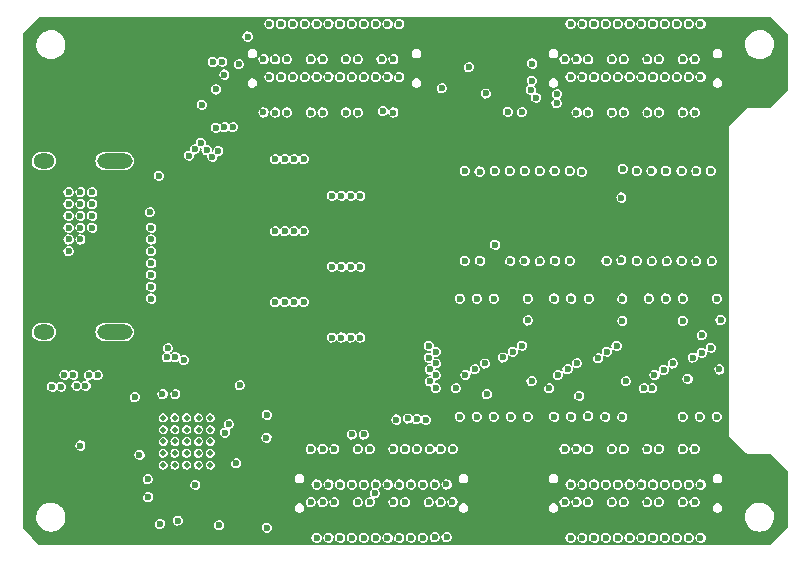
<source format=gbr>
G04 #@! TF.GenerationSoftware,KiCad,Pcbnew,(5.99.0-1662-g9db296991)*
G04 #@! TF.CreationDate,2020-06-19T13:25:47+05:30*
G04 #@! TF.ProjectId,Alchitry_IO_Shield,416c6368-6974-4727-995f-494f5f536869,rev?*
G04 #@! TF.SameCoordinates,Original*
G04 #@! TF.FileFunction,Copper,L3,Inr*
G04 #@! TF.FilePolarity,Positive*
%FSLAX46Y46*%
G04 Gerber Fmt 4.6, Leading zero omitted, Abs format (unit mm)*
G04 Created by KiCad (PCBNEW (5.99.0-1662-g9db296991)) date 2020-06-19 13:25:47*
%MOMM*%
%LPD*%
G01*
G04 APERTURE LIST*
G04 #@! TA.AperFunction,ViaPad*
%ADD10O,3.000000X1.300000*%
G04 #@! TD*
G04 #@! TA.AperFunction,ViaPad*
%ADD11O,1.800000X1.300000*%
G04 #@! TD*
G04 #@! TA.AperFunction,ViaPad*
%ADD12C,0.500000*%
G04 #@! TD*
G04 #@! TA.AperFunction,ViaPad*
%ADD13C,0.600000*%
G04 #@! TD*
G04 APERTURE END LIST*
D10*
X19900000Y-38850000D03*
X19900000Y-24350000D03*
D11*
X13900000Y-24350000D03*
X13900000Y-38850000D03*
D12*
X24000000Y-47100000D03*
X24000000Y-48100000D03*
X24000000Y-50100000D03*
X24000000Y-49100000D03*
X24000000Y-46100000D03*
X25000000Y-47100000D03*
X25000000Y-48100000D03*
X25000000Y-50100000D03*
X25000000Y-49100000D03*
X25000000Y-46100000D03*
X26000000Y-47100000D03*
X26000000Y-48100000D03*
X26000000Y-50100000D03*
X26000000Y-49100000D03*
X26000000Y-46100000D03*
X27000000Y-47100000D03*
X27000000Y-48100000D03*
X27000000Y-50100000D03*
X27000000Y-49100000D03*
X27000000Y-46100000D03*
X28000000Y-46100000D03*
X28000000Y-47100000D03*
X28000000Y-48100000D03*
X28000000Y-49100000D03*
X28000000Y-50100000D03*
D13*
X41000000Y-47509426D03*
X27300000Y-19600000D03*
X28500000Y-18300000D03*
X53200000Y-20200000D03*
X47600000Y-18200000D03*
X23650000Y-25610000D03*
X51330000Y-18640000D03*
X52120000Y-31460000D03*
X68510000Y-51750000D03*
X30500000Y-43340000D03*
X57340000Y-18700000D03*
X49890000Y-16410000D03*
X57320000Y-19470000D03*
X62800000Y-27450000D03*
X54397521Y-20222479D03*
X59439988Y-25264945D03*
X28250000Y-15970000D03*
X31150000Y-13820000D03*
X29000000Y-15960000D03*
X50398922Y-18193054D03*
X54060000Y-16590000D03*
X50530000Y-14500000D03*
X28681086Y-23490559D03*
X30430000Y-16169500D03*
X28172448Y-24010000D03*
X29924747Y-21494510D03*
X29190000Y-17040000D03*
X27681948Y-23436801D03*
X29197744Y-21494510D03*
X27191448Y-22831448D03*
X28472866Y-21550031D03*
X46571619Y-41999344D03*
X26690500Y-23360902D03*
X26200000Y-23900000D03*
X32498157Y-20248157D03*
X22900000Y-28700000D03*
X46500000Y-40000000D03*
X47100000Y-40500000D03*
X46500000Y-41000000D03*
X49600000Y-42481012D03*
X47100000Y-41500000D03*
X46585925Y-43014075D03*
X47100000Y-42500000D03*
X47100000Y-43600000D03*
X70400000Y-25200000D03*
X64100000Y-25200000D03*
X55900000Y-25200000D03*
X57150000Y-25200000D03*
X50800000Y-25250000D03*
X53350000Y-25200000D03*
X66600000Y-25200000D03*
X69150000Y-25200000D03*
X65350000Y-25200000D03*
X58450000Y-25200000D03*
X67900000Y-25200000D03*
X49550000Y-25200000D03*
X54650000Y-25200000D03*
X22000000Y-49225000D03*
X67900000Y-32800000D03*
X64100000Y-32800000D03*
X62800000Y-32750000D03*
X53400000Y-32800000D03*
X69150000Y-32850000D03*
X66650000Y-32850000D03*
X50850000Y-32800000D03*
X49550000Y-32800000D03*
X55900000Y-32850000D03*
X52100000Y-25200000D03*
X57200000Y-32800000D03*
X65400000Y-32850000D03*
X54600000Y-32800000D03*
X61550000Y-32800000D03*
X58450000Y-32800000D03*
X52000000Y-36000000D03*
X68000000Y-46000000D03*
X68000000Y-36000000D03*
X68850009Y-40994158D03*
X69440000Y-46000000D03*
X69600000Y-39100000D03*
X60000000Y-45950000D03*
X60050000Y-36000000D03*
X52000000Y-46000000D03*
X49120000Y-46000000D03*
X60850009Y-41050000D03*
X61440000Y-46000000D03*
X54880000Y-46000000D03*
X52778374Y-40990510D03*
X57120000Y-46000000D03*
X24100000Y-52050000D03*
X30200000Y-49950000D03*
X23300000Y-51950000D03*
X25700000Y-51950000D03*
X24900000Y-52050000D03*
X53440000Y-46000000D03*
X62800000Y-29900000D03*
X51600000Y-29900000D03*
X63600000Y-29900000D03*
X69600000Y-40600000D03*
X57120000Y-36000000D03*
X50560000Y-36000000D03*
X22900000Y-26512500D03*
X58560000Y-36000000D03*
X50800000Y-29900000D03*
X53600000Y-40500000D03*
X65120000Y-36000000D03*
X70880000Y-36000000D03*
X54880000Y-36000000D03*
X52400000Y-29900000D03*
X54800000Y-29900000D03*
X56400000Y-29900000D03*
X57200000Y-29900000D03*
X61600000Y-40500000D03*
X66560000Y-36000000D03*
X62880000Y-36000000D03*
X49120000Y-36000000D03*
X53200000Y-29900000D03*
X55600000Y-29900000D03*
X66800000Y-29900000D03*
X67600000Y-29900000D03*
X64400000Y-29900000D03*
X62918686Y-25031314D03*
X23950000Y-44100000D03*
X68400000Y-29900000D03*
X69200000Y-29900000D03*
X22000000Y-47475000D03*
X65200000Y-29900000D03*
X25037500Y-44100000D03*
X21300000Y-41575000D03*
X62880000Y-46000000D03*
X70880000Y-46000000D03*
X50560000Y-46000000D03*
X58560000Y-46000000D03*
X55253164Y-16103164D03*
X59238468Y-44239261D03*
X55585989Y-18999999D03*
X51400000Y-44100000D03*
X55220841Y-17551613D03*
X50393439Y-41990510D03*
X64700000Y-43600000D03*
X65427011Y-43600473D03*
X48800000Y-43600000D03*
X56700000Y-43600000D03*
X55200000Y-43000000D03*
X71100000Y-42000000D03*
X63200000Y-43000000D03*
X70400000Y-40181011D03*
X68400000Y-42800000D03*
X68000000Y-37900000D03*
X71200000Y-37827040D03*
X25040665Y-40946694D03*
X25767674Y-41198532D03*
X43750000Y-46250000D03*
X67156764Y-41490707D03*
X65606006Y-42481020D03*
X57450000Y-42481011D03*
X51250000Y-41500000D03*
X58250000Y-41990510D03*
X59050000Y-41481020D03*
X66400000Y-42050000D03*
X62400000Y-40000000D03*
X54400000Y-40000000D03*
X62890510Y-37900000D03*
X54900000Y-37850000D03*
X23000000Y-36000000D03*
X23000000Y-35000000D03*
X23000000Y-34000000D03*
X23000000Y-33000000D03*
X23000000Y-32000000D03*
X23000000Y-31000000D03*
X23000000Y-30000000D03*
X16000000Y-32000000D03*
X17000000Y-31000000D03*
X16000000Y-31000000D03*
X18000000Y-30000000D03*
X17000000Y-30000000D03*
X16000000Y-30000000D03*
X18000000Y-29000000D03*
X17000000Y-29000000D03*
X16000000Y-29000000D03*
X18000000Y-28000000D03*
X17000000Y-28000000D03*
X16000000Y-28000000D03*
X18000000Y-27000000D03*
X17000000Y-27000000D03*
X16000000Y-27000000D03*
X32800000Y-55400000D03*
X22700000Y-51300000D03*
X17000000Y-48450000D03*
X32800000Y-45850000D03*
X32751936Y-47801936D03*
X29239090Y-47352154D03*
X44738342Y-46156914D03*
X55135800Y-18330326D03*
X65500000Y-51750000D03*
X62500000Y-51750000D03*
X59500000Y-51750000D03*
X44000000Y-56250000D03*
X41000000Y-56250000D03*
X38000000Y-56250000D03*
X47000000Y-51750000D03*
X44000000Y-51750000D03*
X41000000Y-51750000D03*
X38000000Y-51750000D03*
X59500000Y-17250000D03*
X62500000Y-17250000D03*
X65500000Y-17250000D03*
X68500000Y-17250000D03*
X68500000Y-12750000D03*
X65500000Y-12750000D03*
X62500000Y-12750000D03*
X59500000Y-12750000D03*
X34000000Y-12750000D03*
X37000000Y-12750000D03*
X40000000Y-12750000D03*
X43000000Y-12750000D03*
X43000000Y-17250000D03*
X40000000Y-17250000D03*
X37000000Y-17250000D03*
X59500000Y-56250000D03*
X62500000Y-56250000D03*
X65500000Y-56250000D03*
X68500000Y-56250000D03*
X34000000Y-17250000D03*
X47000000Y-56217768D03*
X21600000Y-44350000D03*
X14613661Y-43469702D03*
X15366061Y-43469702D03*
X15645461Y-42451451D03*
X16397861Y-42451451D03*
X16677261Y-43376184D03*
X17429661Y-43376184D03*
X17723800Y-42500000D03*
X18476200Y-42500000D03*
X35500000Y-20250000D03*
X38500000Y-20250000D03*
X41500000Y-20250000D03*
X44500000Y-15750000D03*
X41500000Y-15750000D03*
X38500000Y-15750000D03*
X35500000Y-15750000D03*
X61000000Y-15750000D03*
X64000000Y-15750000D03*
X67000000Y-15750000D03*
X70000000Y-15750000D03*
X70000000Y-20250000D03*
X67000000Y-20250000D03*
X64000000Y-20250000D03*
X61000000Y-20250000D03*
X45500000Y-53250000D03*
X42500000Y-53250000D03*
X39500000Y-53250000D03*
X42500000Y-48750000D03*
X39500000Y-48750000D03*
X70000000Y-48750000D03*
X67000000Y-48750000D03*
X64000000Y-48750000D03*
X61000000Y-48750000D03*
X61000000Y-53250000D03*
X64000000Y-53250000D03*
X67000000Y-53250000D03*
X70000000Y-53250000D03*
X44500000Y-20250000D03*
X21600000Y-45850000D03*
X21400000Y-51350000D03*
X30350000Y-53750000D03*
X32500000Y-15750000D03*
X29590500Y-46650000D03*
X23750000Y-55100000D03*
X28750000Y-55200000D03*
X48000000Y-56217764D03*
X47500000Y-53250000D03*
X46500000Y-53250000D03*
X46000000Y-56250000D03*
X40000000Y-51750000D03*
X40000000Y-47509425D03*
X40500000Y-48749992D03*
X41500000Y-48749994D03*
X41946979Y-52496694D03*
X42000000Y-51750000D03*
X47994844Y-51744844D03*
X46242998Y-46274404D03*
X47500000Y-48749988D03*
X45482485Y-46207564D03*
X46600000Y-48749992D03*
X46000000Y-51750000D03*
X45000000Y-51750008D03*
X24400000Y-40200000D03*
X44500000Y-48749994D03*
X24312442Y-40981231D03*
X43500000Y-48750000D03*
X43000000Y-51750000D03*
X68000000Y-20250000D03*
X67500000Y-17250000D03*
X66500000Y-17250000D03*
X66000000Y-20250000D03*
X65000000Y-20250000D03*
X64500000Y-17250000D03*
X63500000Y-17250000D03*
X63000000Y-20250000D03*
X62000000Y-20250000D03*
X61500000Y-17250000D03*
X60500000Y-17250000D03*
X60000000Y-20250000D03*
X59000000Y-20250000D03*
X58500000Y-17250000D03*
X44000000Y-17250000D03*
X43500000Y-20250000D03*
X42621843Y-20128157D03*
X42000000Y-17250000D03*
X41000000Y-17250000D03*
X40500000Y-20250000D03*
X39500000Y-20250000D03*
X39000000Y-17250000D03*
X38000000Y-17250000D03*
X37500000Y-20250000D03*
X25249999Y-54794602D03*
X26727570Y-51758437D03*
X67500000Y-12750000D03*
X66500000Y-12750000D03*
X66000000Y-15750000D03*
X65000000Y-15750000D03*
X64500000Y-12750000D03*
X63500000Y-12750000D03*
X63000000Y-15750000D03*
X62000000Y-15750000D03*
X61500000Y-12750000D03*
X60500000Y-12750000D03*
X60000000Y-15750000D03*
X59000000Y-15750000D03*
X58500000Y-12750000D03*
X44000000Y-12750000D03*
X43500000Y-15750000D03*
X42500000Y-15750000D03*
X42000000Y-12750000D03*
X41000000Y-12750000D03*
X40500000Y-15750000D03*
X39500000Y-15750000D03*
X39000000Y-12750000D03*
X38000000Y-12750000D03*
X37500000Y-15750000D03*
X58000000Y-53250000D03*
X59000000Y-53250000D03*
X64500000Y-56250000D03*
X60000000Y-53250000D03*
X58500000Y-56250000D03*
X61500000Y-56250000D03*
X62000000Y-53250000D03*
X63000000Y-53250000D03*
X60500000Y-56250000D03*
X60000000Y-48750000D03*
X61500000Y-51750000D03*
X59000000Y-48750000D03*
X63500000Y-56250000D03*
X60500000Y-51750000D03*
X58500000Y-51749996D03*
X58000000Y-48750000D03*
X63000000Y-48750000D03*
X62000000Y-48750000D03*
X34500000Y-15750000D03*
X36500000Y-20250000D03*
X33000000Y-12750000D03*
X33500000Y-15750000D03*
X36500000Y-15750000D03*
X68000000Y-48750000D03*
X33500000Y-20250000D03*
X35000000Y-12750000D03*
X64500000Y-51750000D03*
X66500000Y-51750000D03*
X65000000Y-48750000D03*
X35000000Y-17250000D03*
X36000000Y-12750000D03*
X33000000Y-17250000D03*
X66000000Y-48750000D03*
X67500000Y-51750000D03*
X34500000Y-20250000D03*
X36000000Y-17250000D03*
X69500000Y-17250000D03*
X69000000Y-20250000D03*
X58000000Y-15750000D03*
X69000000Y-15750000D03*
X69500000Y-12750000D03*
X69000000Y-48750000D03*
X63500000Y-51750000D03*
X69500000Y-51750000D03*
X48500000Y-53253210D03*
X43500000Y-53250000D03*
X43000000Y-56250000D03*
X69000000Y-53250000D03*
X66000000Y-53250000D03*
X66500000Y-56250000D03*
X65000000Y-53250000D03*
X44500000Y-53250000D03*
X68000000Y-53250000D03*
X67500000Y-56250000D03*
X69500000Y-56250000D03*
X38500000Y-53250004D03*
X39000000Y-56250000D03*
X37000000Y-51750000D03*
X48550000Y-48750000D03*
X37000000Y-56249994D03*
X38500000Y-48750008D03*
X45000000Y-56250000D03*
X40000000Y-56250000D03*
X36500000Y-53250000D03*
X37500000Y-53250000D03*
X40500000Y-53250000D03*
X39000000Y-51750000D03*
X37500000Y-48750008D03*
X36500000Y-48750000D03*
X45500000Y-48750000D03*
X42000000Y-56250000D03*
X41500000Y-53250000D03*
X22749999Y-52805398D03*
X70450000Y-32850000D03*
X40700000Y-39300000D03*
X39900000Y-39300000D03*
X39100000Y-39300000D03*
X38300000Y-39300000D03*
X35900000Y-36300000D03*
X35100000Y-36300000D03*
X34300000Y-36300000D03*
X33500000Y-36300000D03*
X40700000Y-33300000D03*
X39900000Y-33300000D03*
X39100000Y-33300000D03*
X38300000Y-33300000D03*
X35900000Y-30300000D03*
X35100000Y-30300000D03*
X34300000Y-30300000D03*
X33500000Y-30300000D03*
X40700000Y-27300000D03*
X39900000Y-27300000D03*
X39100000Y-27300000D03*
X38300000Y-27300000D03*
X35900000Y-24200000D03*
X35100000Y-24200000D03*
X34300000Y-24200000D03*
X33500000Y-24200000D03*
X68000000Y-15750000D03*
G36*
X75465702Y-12145306D02*
G01*
X76854695Y-13534300D01*
X76873001Y-13578494D01*
X76873000Y-18421507D01*
X76854694Y-18465701D01*
X75465702Y-19854694D01*
X75421508Y-19873000D01*
X73479455Y-19873000D01*
X73479439Y-19873001D01*
X73465971Y-19873001D01*
X73458104Y-19877542D01*
X73443037Y-19883783D01*
X73434260Y-19886135D01*
X73422020Y-19898375D01*
X71934261Y-21386135D01*
X71886136Y-21434259D01*
X71883787Y-21443028D01*
X71877543Y-21458103D01*
X71873002Y-21465969D01*
X71873001Y-21465972D01*
X71873001Y-21483280D01*
X71873000Y-47520544D01*
X71873001Y-47520560D01*
X71873001Y-47534029D01*
X71877541Y-47541893D01*
X71883783Y-47556965D01*
X71886133Y-47565736D01*
X71886137Y-47565742D01*
X71943049Y-47622654D01*
X71943053Y-47622657D01*
X73386135Y-49065740D01*
X73434260Y-49113865D01*
X73443037Y-49116217D01*
X73458104Y-49122458D01*
X73465971Y-49126999D01*
X73479439Y-49126999D01*
X73479455Y-49127000D01*
X75421508Y-49127000D01*
X75465702Y-49145306D01*
X76854695Y-50534300D01*
X76873001Y-50578494D01*
X76873000Y-55421507D01*
X76854694Y-55465701D01*
X75465702Y-56854694D01*
X75421508Y-56873000D01*
X13578493Y-56873000D01*
X13534299Y-56854694D01*
X12924647Y-56245042D01*
X36563597Y-56245042D01*
X36591074Y-56402478D01*
X36591075Y-56402481D01*
X36673385Y-56539466D01*
X36799496Y-56637640D01*
X36952490Y-56683831D01*
X37111854Y-56671848D01*
X37111857Y-56671847D01*
X37256220Y-56603297D01*
X37366229Y-56487371D01*
X37427129Y-56339615D01*
X37428202Y-56245048D01*
X37563597Y-56245048D01*
X37591074Y-56402484D01*
X37591075Y-56402487D01*
X37673385Y-56539472D01*
X37799496Y-56637646D01*
X37952490Y-56683837D01*
X38111854Y-56671854D01*
X38111857Y-56671853D01*
X38256220Y-56603303D01*
X38366229Y-56487377D01*
X38427129Y-56339621D01*
X38428202Y-56245048D01*
X38563597Y-56245048D01*
X38591074Y-56402484D01*
X38591075Y-56402487D01*
X38673385Y-56539472D01*
X38799496Y-56637646D01*
X38952490Y-56683837D01*
X39111854Y-56671854D01*
X39111857Y-56671853D01*
X39256220Y-56603303D01*
X39366229Y-56487377D01*
X39427129Y-56339621D01*
X39428202Y-56245048D01*
X39563597Y-56245048D01*
X39591074Y-56402484D01*
X39591075Y-56402487D01*
X39673385Y-56539472D01*
X39799496Y-56637646D01*
X39952490Y-56683837D01*
X40111854Y-56671854D01*
X40111857Y-56671853D01*
X40256220Y-56603303D01*
X40366229Y-56487377D01*
X40427129Y-56339621D01*
X40428202Y-56245048D01*
X40563597Y-56245048D01*
X40591074Y-56402484D01*
X40591075Y-56402487D01*
X40673385Y-56539472D01*
X40799496Y-56637646D01*
X40952490Y-56683837D01*
X41111854Y-56671854D01*
X41111857Y-56671853D01*
X41256220Y-56603303D01*
X41366229Y-56487377D01*
X41427129Y-56339621D01*
X41428202Y-56245048D01*
X41563597Y-56245048D01*
X41591074Y-56402484D01*
X41591075Y-56402487D01*
X41673385Y-56539472D01*
X41799496Y-56637646D01*
X41952490Y-56683837D01*
X42111854Y-56671854D01*
X42111857Y-56671853D01*
X42256220Y-56603303D01*
X42366229Y-56487377D01*
X42427129Y-56339621D01*
X42428202Y-56245048D01*
X42563597Y-56245048D01*
X42591074Y-56402484D01*
X42591075Y-56402487D01*
X42673385Y-56539472D01*
X42799496Y-56637646D01*
X42952490Y-56683837D01*
X43111854Y-56671854D01*
X43111857Y-56671853D01*
X43256220Y-56603303D01*
X43366229Y-56487377D01*
X43427129Y-56339621D01*
X43428202Y-56245048D01*
X43563597Y-56245048D01*
X43591074Y-56402484D01*
X43591075Y-56402487D01*
X43673385Y-56539472D01*
X43799496Y-56637646D01*
X43952490Y-56683837D01*
X44111854Y-56671854D01*
X44111857Y-56671853D01*
X44256220Y-56603303D01*
X44366229Y-56487377D01*
X44427129Y-56339621D01*
X44428202Y-56245048D01*
X44563597Y-56245048D01*
X44591074Y-56402484D01*
X44591075Y-56402487D01*
X44673385Y-56539472D01*
X44799496Y-56637646D01*
X44952490Y-56683837D01*
X45111854Y-56671854D01*
X45111857Y-56671853D01*
X45256220Y-56603303D01*
X45366229Y-56487377D01*
X45427129Y-56339621D01*
X45428202Y-56245048D01*
X45563597Y-56245048D01*
X45591074Y-56402484D01*
X45591075Y-56402487D01*
X45673385Y-56539472D01*
X45799496Y-56637646D01*
X45952490Y-56683837D01*
X46111854Y-56671854D01*
X46111857Y-56671853D01*
X46256220Y-56603303D01*
X46366229Y-56487377D01*
X46427129Y-56339621D01*
X46428568Y-56212816D01*
X46563597Y-56212816D01*
X46591074Y-56370252D01*
X46591075Y-56370255D01*
X46673385Y-56507240D01*
X46799496Y-56605414D01*
X46952490Y-56651605D01*
X47111854Y-56639622D01*
X47111857Y-56639621D01*
X47256220Y-56571071D01*
X47366229Y-56455145D01*
X47427129Y-56307389D01*
X47428202Y-56212812D01*
X47563597Y-56212812D01*
X47591074Y-56370248D01*
X47591075Y-56370251D01*
X47673385Y-56507236D01*
X47799496Y-56605410D01*
X47952490Y-56651601D01*
X48111854Y-56639618D01*
X48111857Y-56639617D01*
X48256220Y-56571067D01*
X48366229Y-56455141D01*
X48427129Y-56307385D01*
X48427836Y-56245048D01*
X58063597Y-56245048D01*
X58091074Y-56402484D01*
X58091075Y-56402487D01*
X58173385Y-56539472D01*
X58299496Y-56637646D01*
X58452490Y-56683837D01*
X58611854Y-56671854D01*
X58611857Y-56671853D01*
X58756220Y-56603303D01*
X58866229Y-56487377D01*
X58927129Y-56339621D01*
X58928202Y-56245048D01*
X59063597Y-56245048D01*
X59091074Y-56402484D01*
X59091075Y-56402487D01*
X59173385Y-56539472D01*
X59299496Y-56637646D01*
X59452490Y-56683837D01*
X59611854Y-56671854D01*
X59611857Y-56671853D01*
X59756220Y-56603303D01*
X59866229Y-56487377D01*
X59927129Y-56339621D01*
X59928202Y-56245048D01*
X60063597Y-56245048D01*
X60091074Y-56402484D01*
X60091075Y-56402487D01*
X60173385Y-56539472D01*
X60299496Y-56637646D01*
X60452490Y-56683837D01*
X60611854Y-56671854D01*
X60611857Y-56671853D01*
X60756220Y-56603303D01*
X60866229Y-56487377D01*
X60927129Y-56339621D01*
X60928202Y-56245048D01*
X61063597Y-56245048D01*
X61091074Y-56402484D01*
X61091075Y-56402487D01*
X61173385Y-56539472D01*
X61299496Y-56637646D01*
X61452490Y-56683837D01*
X61611854Y-56671854D01*
X61611857Y-56671853D01*
X61756220Y-56603303D01*
X61866229Y-56487377D01*
X61927129Y-56339621D01*
X61928202Y-56245048D01*
X62063597Y-56245048D01*
X62091074Y-56402484D01*
X62091075Y-56402487D01*
X62173385Y-56539472D01*
X62299496Y-56637646D01*
X62452490Y-56683837D01*
X62611854Y-56671854D01*
X62611857Y-56671853D01*
X62756220Y-56603303D01*
X62866229Y-56487377D01*
X62927129Y-56339621D01*
X62928202Y-56245048D01*
X63063597Y-56245048D01*
X63091074Y-56402484D01*
X63091075Y-56402487D01*
X63173385Y-56539472D01*
X63299496Y-56637646D01*
X63452490Y-56683837D01*
X63611854Y-56671854D01*
X63611857Y-56671853D01*
X63756220Y-56603303D01*
X63866229Y-56487377D01*
X63927129Y-56339621D01*
X63928202Y-56245048D01*
X64063597Y-56245048D01*
X64091074Y-56402484D01*
X64091075Y-56402487D01*
X64173385Y-56539472D01*
X64299496Y-56637646D01*
X64452490Y-56683837D01*
X64611854Y-56671854D01*
X64611857Y-56671853D01*
X64756220Y-56603303D01*
X64866229Y-56487377D01*
X64927129Y-56339621D01*
X64928202Y-56245048D01*
X65063597Y-56245048D01*
X65091074Y-56402484D01*
X65091075Y-56402487D01*
X65173385Y-56539472D01*
X65299496Y-56637646D01*
X65452490Y-56683837D01*
X65611854Y-56671854D01*
X65611857Y-56671853D01*
X65756220Y-56603303D01*
X65866229Y-56487377D01*
X65927129Y-56339621D01*
X65928202Y-56245048D01*
X66063597Y-56245048D01*
X66091074Y-56402484D01*
X66091075Y-56402487D01*
X66173385Y-56539472D01*
X66299496Y-56637646D01*
X66452490Y-56683837D01*
X66611854Y-56671854D01*
X66611857Y-56671853D01*
X66756220Y-56603303D01*
X66866229Y-56487377D01*
X66927129Y-56339621D01*
X66928202Y-56245048D01*
X67063597Y-56245048D01*
X67091074Y-56402484D01*
X67091075Y-56402487D01*
X67173385Y-56539472D01*
X67299496Y-56637646D01*
X67452490Y-56683837D01*
X67611854Y-56671854D01*
X67611857Y-56671853D01*
X67756220Y-56603303D01*
X67866229Y-56487377D01*
X67927129Y-56339621D01*
X67928202Y-56245048D01*
X68063597Y-56245048D01*
X68091074Y-56402484D01*
X68091075Y-56402487D01*
X68173385Y-56539472D01*
X68299496Y-56637646D01*
X68452490Y-56683837D01*
X68611854Y-56671854D01*
X68611857Y-56671853D01*
X68756220Y-56603303D01*
X68866229Y-56487377D01*
X68927129Y-56339621D01*
X68928202Y-56245048D01*
X69063597Y-56245048D01*
X69091074Y-56402484D01*
X69091075Y-56402487D01*
X69173385Y-56539472D01*
X69299496Y-56637646D01*
X69452490Y-56683837D01*
X69611854Y-56671854D01*
X69611857Y-56671853D01*
X69756220Y-56603303D01*
X69866229Y-56487377D01*
X69927129Y-56339621D01*
X69929053Y-56170093D01*
X69871519Y-56020991D01*
X69764168Y-55902599D01*
X69764167Y-55902599D01*
X69621393Y-55830792D01*
X69462342Y-55815197D01*
X69462341Y-55815197D01*
X69308340Y-55857906D01*
X69308338Y-55857907D01*
X69180039Y-55953188D01*
X69094639Y-56088278D01*
X69063597Y-56245048D01*
X68928202Y-56245048D01*
X68929053Y-56170093D01*
X68871519Y-56020991D01*
X68764168Y-55902599D01*
X68764167Y-55902599D01*
X68621393Y-55830792D01*
X68462342Y-55815197D01*
X68462341Y-55815197D01*
X68308340Y-55857906D01*
X68308338Y-55857907D01*
X68180039Y-55953188D01*
X68094639Y-56088278D01*
X68063597Y-56245048D01*
X67928202Y-56245048D01*
X67929053Y-56170093D01*
X67871519Y-56020991D01*
X67764168Y-55902599D01*
X67764167Y-55902599D01*
X67621393Y-55830792D01*
X67462342Y-55815197D01*
X67462341Y-55815197D01*
X67308340Y-55857906D01*
X67308338Y-55857907D01*
X67180039Y-55953188D01*
X67094639Y-56088278D01*
X67063597Y-56245048D01*
X66928202Y-56245048D01*
X66929053Y-56170093D01*
X66871519Y-56020991D01*
X66764168Y-55902599D01*
X66764167Y-55902599D01*
X66621393Y-55830792D01*
X66462342Y-55815197D01*
X66462341Y-55815197D01*
X66308340Y-55857906D01*
X66308338Y-55857907D01*
X66180039Y-55953188D01*
X66094639Y-56088278D01*
X66063597Y-56245048D01*
X65928202Y-56245048D01*
X65929053Y-56170093D01*
X65871519Y-56020991D01*
X65764168Y-55902599D01*
X65764167Y-55902599D01*
X65621393Y-55830792D01*
X65462342Y-55815197D01*
X65462341Y-55815197D01*
X65308340Y-55857906D01*
X65308338Y-55857907D01*
X65180039Y-55953188D01*
X65094639Y-56088278D01*
X65063597Y-56245048D01*
X64928202Y-56245048D01*
X64929053Y-56170093D01*
X64871519Y-56020991D01*
X64764168Y-55902599D01*
X64764167Y-55902599D01*
X64621393Y-55830792D01*
X64462342Y-55815197D01*
X64308340Y-55857906D01*
X64308338Y-55857907D01*
X64180039Y-55953188D01*
X64094639Y-56088278D01*
X64063597Y-56245048D01*
X63928202Y-56245048D01*
X63929053Y-56170093D01*
X63871519Y-56020991D01*
X63764168Y-55902599D01*
X63621393Y-55830792D01*
X63462342Y-55815197D01*
X63308340Y-55857906D01*
X63308338Y-55857907D01*
X63180039Y-55953188D01*
X63094639Y-56088278D01*
X63063597Y-56245048D01*
X62928202Y-56245048D01*
X62929053Y-56170093D01*
X62871519Y-56020991D01*
X62764168Y-55902599D01*
X62621393Y-55830792D01*
X62462342Y-55815197D01*
X62308340Y-55857906D01*
X62308338Y-55857907D01*
X62180039Y-55953188D01*
X62094639Y-56088278D01*
X62063597Y-56245048D01*
X61928202Y-56245048D01*
X61929053Y-56170093D01*
X61871519Y-56020991D01*
X61764168Y-55902599D01*
X61621393Y-55830792D01*
X61462342Y-55815197D01*
X61308340Y-55857906D01*
X61308338Y-55857907D01*
X61180039Y-55953188D01*
X61094639Y-56088278D01*
X61063597Y-56245048D01*
X60928202Y-56245048D01*
X60929053Y-56170093D01*
X60871519Y-56020991D01*
X60764168Y-55902599D01*
X60621393Y-55830792D01*
X60462342Y-55815197D01*
X60308340Y-55857906D01*
X60308338Y-55857907D01*
X60180039Y-55953188D01*
X60094639Y-56088278D01*
X60063597Y-56245048D01*
X59928202Y-56245048D01*
X59929053Y-56170093D01*
X59871519Y-56020991D01*
X59764168Y-55902599D01*
X59621393Y-55830792D01*
X59462342Y-55815197D01*
X59308340Y-55857906D01*
X59308338Y-55857907D01*
X59180039Y-55953188D01*
X59094639Y-56088278D01*
X59063597Y-56245048D01*
X58928202Y-56245048D01*
X58929053Y-56170093D01*
X58871519Y-56020991D01*
X58764168Y-55902599D01*
X58621393Y-55830792D01*
X58462342Y-55815197D01*
X58308340Y-55857906D01*
X58308338Y-55857907D01*
X58180039Y-55953188D01*
X58094639Y-56088278D01*
X58063597Y-56245048D01*
X48427836Y-56245048D01*
X48429053Y-56137857D01*
X48371519Y-55988755D01*
X48264168Y-55870363D01*
X48264167Y-55870363D01*
X48121393Y-55798556D01*
X47962342Y-55782961D01*
X47962341Y-55782961D01*
X47808340Y-55825670D01*
X47808338Y-55825671D01*
X47680039Y-55920952D01*
X47594639Y-56056042D01*
X47563597Y-56212812D01*
X47428202Y-56212812D01*
X47429053Y-56137861D01*
X47371519Y-55988759D01*
X47264168Y-55870367D01*
X47264167Y-55870367D01*
X47121393Y-55798560D01*
X46962342Y-55782965D01*
X46962341Y-55782965D01*
X46808340Y-55825674D01*
X46808338Y-55825675D01*
X46680039Y-55920956D01*
X46594639Y-56056046D01*
X46563597Y-56212816D01*
X46428568Y-56212816D01*
X46429053Y-56170093D01*
X46371519Y-56020991D01*
X46264168Y-55902599D01*
X46121393Y-55830792D01*
X45962342Y-55815197D01*
X45808340Y-55857906D01*
X45808338Y-55857907D01*
X45680039Y-55953188D01*
X45594639Y-56088278D01*
X45563597Y-56245048D01*
X45428202Y-56245048D01*
X45429053Y-56170093D01*
X45371519Y-56020991D01*
X45264168Y-55902599D01*
X45121393Y-55830792D01*
X44962342Y-55815197D01*
X44808340Y-55857906D01*
X44808338Y-55857907D01*
X44680039Y-55953188D01*
X44594639Y-56088278D01*
X44563597Y-56245048D01*
X44428202Y-56245048D01*
X44429053Y-56170093D01*
X44371519Y-56020991D01*
X44264168Y-55902599D01*
X44121393Y-55830792D01*
X43962342Y-55815197D01*
X43808340Y-55857906D01*
X43808338Y-55857907D01*
X43680039Y-55953188D01*
X43594639Y-56088278D01*
X43563597Y-56245048D01*
X43428202Y-56245048D01*
X43429053Y-56170093D01*
X43371519Y-56020991D01*
X43264168Y-55902599D01*
X43121393Y-55830792D01*
X42962342Y-55815197D01*
X42808340Y-55857906D01*
X42808338Y-55857907D01*
X42680039Y-55953188D01*
X42594639Y-56088278D01*
X42563597Y-56245048D01*
X42428202Y-56245048D01*
X42429053Y-56170093D01*
X42371519Y-56020991D01*
X42264168Y-55902599D01*
X42121393Y-55830792D01*
X41962342Y-55815197D01*
X41808340Y-55857906D01*
X41808338Y-55857907D01*
X41680039Y-55953188D01*
X41594639Y-56088278D01*
X41563597Y-56245048D01*
X41428202Y-56245048D01*
X41429053Y-56170093D01*
X41371519Y-56020991D01*
X41264168Y-55902599D01*
X41121393Y-55830792D01*
X40962342Y-55815197D01*
X40808340Y-55857906D01*
X40808338Y-55857907D01*
X40680039Y-55953188D01*
X40594639Y-56088278D01*
X40563597Y-56245048D01*
X40428202Y-56245048D01*
X40429053Y-56170093D01*
X40371519Y-56020991D01*
X40264168Y-55902599D01*
X40121393Y-55830792D01*
X39962342Y-55815197D01*
X39808340Y-55857906D01*
X39808338Y-55857907D01*
X39680039Y-55953188D01*
X39594639Y-56088278D01*
X39563597Y-56245048D01*
X39428202Y-56245048D01*
X39429053Y-56170093D01*
X39371519Y-56020991D01*
X39264168Y-55902599D01*
X39121393Y-55830792D01*
X38962342Y-55815197D01*
X38808340Y-55857906D01*
X38808338Y-55857907D01*
X38680039Y-55953188D01*
X38594639Y-56088278D01*
X38563597Y-56245048D01*
X38428202Y-56245048D01*
X38429053Y-56170093D01*
X38371519Y-56020991D01*
X38264168Y-55902599D01*
X38121393Y-55830792D01*
X37962342Y-55815197D01*
X37808340Y-55857906D01*
X37808338Y-55857907D01*
X37680039Y-55953188D01*
X37594639Y-56088278D01*
X37563597Y-56245048D01*
X37428202Y-56245048D01*
X37429053Y-56170087D01*
X37371519Y-56020985D01*
X37264168Y-55902593D01*
X37121393Y-55830786D01*
X36962342Y-55815191D01*
X36808340Y-55857900D01*
X36808338Y-55857901D01*
X36680039Y-55953182D01*
X36594639Y-56088272D01*
X36563597Y-56245042D01*
X12924647Y-56245042D01*
X12145306Y-55465702D01*
X12127000Y-55421508D01*
X12127000Y-54467746D01*
X13268463Y-54467746D01*
X13282216Y-54686349D01*
X13334462Y-54899052D01*
X13423550Y-55099149D01*
X13423553Y-55099153D01*
X13546658Y-55280295D01*
X13699909Y-55436791D01*
X13878436Y-55563664D01*
X14076629Y-55656928D01*
X14288187Y-55713614D01*
X14506450Y-55731942D01*
X14724503Y-55711330D01*
X14724506Y-55711330D01*
X14935468Y-55652428D01*
X15132668Y-55557098D01*
X15309855Y-55428362D01*
X15309865Y-55428353D01*
X15461457Y-55270274D01*
X15461458Y-55270274D01*
X15577879Y-55095048D01*
X23313597Y-55095048D01*
X23341074Y-55252484D01*
X23341075Y-55252487D01*
X23423385Y-55389472D01*
X23549496Y-55487646D01*
X23702490Y-55533837D01*
X23861854Y-55521854D01*
X23861857Y-55521853D01*
X24006220Y-55453303D01*
X24116229Y-55337377D01*
X24177129Y-55189621D01*
X24179053Y-55020093D01*
X24121519Y-54870991D01*
X24047764Y-54789650D01*
X24813596Y-54789650D01*
X24841073Y-54947086D01*
X24841074Y-54947089D01*
X24923384Y-55084074D01*
X25049495Y-55182248D01*
X25202489Y-55228439D01*
X25361853Y-55216456D01*
X25361856Y-55216455D01*
X25406938Y-55195048D01*
X28313597Y-55195048D01*
X28341074Y-55352484D01*
X28341075Y-55352487D01*
X28423385Y-55489472D01*
X28549496Y-55587646D01*
X28702490Y-55633837D01*
X28861854Y-55621854D01*
X28861857Y-55621853D01*
X29006220Y-55553303D01*
X29116229Y-55437377D01*
X29133675Y-55395048D01*
X32363597Y-55395048D01*
X32391074Y-55552484D01*
X32391075Y-55552487D01*
X32473385Y-55689472D01*
X32599496Y-55787646D01*
X32752490Y-55833837D01*
X32911854Y-55821854D01*
X32911857Y-55821853D01*
X33056220Y-55753303D01*
X33166229Y-55637377D01*
X33227129Y-55489621D01*
X33229053Y-55320093D01*
X33171519Y-55170991D01*
X33064168Y-55052599D01*
X33064167Y-55052599D01*
X32921393Y-54980792D01*
X32762342Y-54965197D01*
X32762341Y-54965197D01*
X32608340Y-55007906D01*
X32608338Y-55007907D01*
X32480039Y-55103188D01*
X32394639Y-55238278D01*
X32363597Y-55395048D01*
X29133675Y-55395048D01*
X29177129Y-55289621D01*
X29179053Y-55120093D01*
X29121519Y-54970991D01*
X29014168Y-54852599D01*
X29014167Y-54852599D01*
X28871393Y-54780792D01*
X28712342Y-54765197D01*
X28712341Y-54765197D01*
X28558340Y-54807906D01*
X28558338Y-54807907D01*
X28430039Y-54903188D01*
X28344639Y-55038278D01*
X28313597Y-55195048D01*
X25406938Y-55195048D01*
X25506219Y-55147905D01*
X25616228Y-55031979D01*
X25677128Y-54884223D01*
X25679052Y-54714695D01*
X25621518Y-54565593D01*
X25532797Y-54467746D01*
X73268463Y-54467746D01*
X73282216Y-54686349D01*
X73334462Y-54899052D01*
X73423550Y-55099149D01*
X73423553Y-55099153D01*
X73546658Y-55280295D01*
X73699909Y-55436791D01*
X73878436Y-55563664D01*
X74076629Y-55656928D01*
X74288187Y-55713614D01*
X74506450Y-55731942D01*
X74724503Y-55711330D01*
X74724506Y-55711330D01*
X74935468Y-55652428D01*
X75132668Y-55557098D01*
X75309855Y-55428362D01*
X75309865Y-55428353D01*
X75461457Y-55270274D01*
X75461458Y-55270274D01*
X75582663Y-55087848D01*
X75582663Y-55087847D01*
X75669653Y-54886825D01*
X75719669Y-54673586D01*
X75727082Y-54390481D01*
X75688295Y-54174920D01*
X75688295Y-54174919D01*
X75611951Y-53969634D01*
X75611950Y-53969633D01*
X75500453Y-53781100D01*
X75357334Y-53615296D01*
X75187117Y-53477458D01*
X74995183Y-53371941D01*
X74995181Y-53371941D01*
X74787593Y-53302080D01*
X74570911Y-53270084D01*
X74351996Y-53276964D01*
X74137759Y-53322500D01*
X74137754Y-53322502D01*
X73934963Y-53405260D01*
X73750029Y-53522623D01*
X73588809Y-53670872D01*
X73588804Y-53670878D01*
X73456385Y-53845333D01*
X73456380Y-53845341D01*
X73356943Y-54040495D01*
X73356942Y-54040500D01*
X73293639Y-54250169D01*
X73293638Y-54250171D01*
X73268463Y-54467746D01*
X25532797Y-54467746D01*
X25514167Y-54447201D01*
X25514166Y-54447201D01*
X25371392Y-54375394D01*
X25212341Y-54359799D01*
X25212340Y-54359799D01*
X25058339Y-54402508D01*
X25058337Y-54402509D01*
X24930038Y-54497790D01*
X24844638Y-54632880D01*
X24813596Y-54789650D01*
X24047764Y-54789650D01*
X24014168Y-54752599D01*
X24014167Y-54752599D01*
X23871393Y-54680792D01*
X23712342Y-54665197D01*
X23712341Y-54665197D01*
X23558340Y-54707906D01*
X23558338Y-54707907D01*
X23430039Y-54803188D01*
X23344639Y-54938278D01*
X23313597Y-55095048D01*
X15577879Y-55095048D01*
X15582663Y-55087848D01*
X15582663Y-55087847D01*
X15669653Y-54886825D01*
X15719669Y-54673586D01*
X15727082Y-54390481D01*
X15688295Y-54174920D01*
X15688295Y-54174919D01*
X15611951Y-53969634D01*
X15611950Y-53969633D01*
X15500453Y-53781100D01*
X15418650Y-53686330D01*
X35148001Y-53686330D01*
X35148001Y-53813670D01*
X35187351Y-53934779D01*
X35187352Y-53934781D01*
X35262200Y-54037800D01*
X35365219Y-54112648D01*
X35365221Y-54112649D01*
X35486330Y-54151999D01*
X35613670Y-54151999D01*
X35734779Y-54112649D01*
X35734781Y-54112648D01*
X35837800Y-54037800D01*
X35912648Y-53934781D01*
X35912649Y-53934779D01*
X35951999Y-53813670D01*
X35951999Y-53686330D01*
X35912649Y-53565221D01*
X35912648Y-53565219D01*
X35837800Y-53462200D01*
X35734781Y-53387352D01*
X35734779Y-53387351D01*
X35613670Y-53348001D01*
X35486330Y-53348001D01*
X35365221Y-53387351D01*
X35365219Y-53387352D01*
X35262200Y-53462200D01*
X35187352Y-53565219D01*
X35187351Y-53565221D01*
X35148001Y-53686330D01*
X15418650Y-53686330D01*
X15357334Y-53615296D01*
X15187117Y-53477458D01*
X14995183Y-53371941D01*
X14995181Y-53371941D01*
X14787593Y-53302080D01*
X14570911Y-53270084D01*
X14351996Y-53276964D01*
X14137759Y-53322500D01*
X14137754Y-53322502D01*
X13934963Y-53405260D01*
X13750029Y-53522623D01*
X13588809Y-53670872D01*
X13588804Y-53670878D01*
X13456385Y-53845333D01*
X13456380Y-53845341D01*
X13356943Y-54040495D01*
X13356942Y-54040500D01*
X13293639Y-54250169D01*
X13293638Y-54250171D01*
X13268463Y-54467746D01*
X12127000Y-54467746D01*
X12127000Y-53245048D01*
X36063597Y-53245048D01*
X36091074Y-53402484D01*
X36091075Y-53402487D01*
X36173385Y-53539472D01*
X36299496Y-53637646D01*
X36452490Y-53683837D01*
X36611854Y-53671854D01*
X36611857Y-53671853D01*
X36756220Y-53603303D01*
X36866229Y-53487377D01*
X36927129Y-53339621D01*
X36928202Y-53245048D01*
X37063597Y-53245048D01*
X37091074Y-53402484D01*
X37091075Y-53402487D01*
X37173385Y-53539472D01*
X37299496Y-53637646D01*
X37452490Y-53683837D01*
X37611854Y-53671854D01*
X37611857Y-53671853D01*
X37756220Y-53603303D01*
X37866229Y-53487377D01*
X37927129Y-53339621D01*
X37928202Y-53245052D01*
X38063597Y-53245052D01*
X38091074Y-53402488D01*
X38091075Y-53402491D01*
X38173385Y-53539476D01*
X38299496Y-53637650D01*
X38452490Y-53683841D01*
X38611854Y-53671858D01*
X38611857Y-53671857D01*
X38756220Y-53603307D01*
X38866229Y-53487381D01*
X38927129Y-53339625D01*
X38928202Y-53245048D01*
X40063597Y-53245048D01*
X40091074Y-53402484D01*
X40091075Y-53402487D01*
X40173385Y-53539472D01*
X40299496Y-53637646D01*
X40452490Y-53683837D01*
X40611854Y-53671854D01*
X40611857Y-53671853D01*
X40756220Y-53603303D01*
X40866229Y-53487377D01*
X40927129Y-53339621D01*
X40928202Y-53245048D01*
X41063597Y-53245048D01*
X41091074Y-53402484D01*
X41091075Y-53402487D01*
X41173385Y-53539472D01*
X41299496Y-53637646D01*
X41452490Y-53683837D01*
X41611854Y-53671854D01*
X41611857Y-53671853D01*
X41756220Y-53603303D01*
X41866229Y-53487377D01*
X41927129Y-53339621D01*
X41928202Y-53245048D01*
X43063597Y-53245048D01*
X43091074Y-53402484D01*
X43091075Y-53402487D01*
X43173385Y-53539472D01*
X43299496Y-53637646D01*
X43452490Y-53683837D01*
X43611854Y-53671854D01*
X43611857Y-53671853D01*
X43756220Y-53603303D01*
X43866229Y-53487377D01*
X43927129Y-53339621D01*
X43928202Y-53245048D01*
X44063597Y-53245048D01*
X44091074Y-53402484D01*
X44091075Y-53402487D01*
X44173385Y-53539472D01*
X44299496Y-53637646D01*
X44452490Y-53683837D01*
X44611854Y-53671854D01*
X44611857Y-53671853D01*
X44756220Y-53603303D01*
X44866229Y-53487377D01*
X44927129Y-53339621D01*
X44928202Y-53245048D01*
X46063597Y-53245048D01*
X46091074Y-53402484D01*
X46091075Y-53402487D01*
X46173385Y-53539472D01*
X46299496Y-53637646D01*
X46452490Y-53683837D01*
X46611854Y-53671854D01*
X46611857Y-53671853D01*
X46756220Y-53603303D01*
X46866229Y-53487377D01*
X46927129Y-53339621D01*
X46928202Y-53245048D01*
X47063597Y-53245048D01*
X47091074Y-53402484D01*
X47091075Y-53402487D01*
X47173385Y-53539472D01*
X47299496Y-53637646D01*
X47452490Y-53683837D01*
X47611854Y-53671854D01*
X47611857Y-53671853D01*
X47756220Y-53603303D01*
X47866229Y-53487377D01*
X47927129Y-53339621D01*
X47928165Y-53248258D01*
X48063597Y-53248258D01*
X48091074Y-53405694D01*
X48091075Y-53405697D01*
X48173385Y-53542682D01*
X48299496Y-53640856D01*
X48452490Y-53687047D01*
X48462025Y-53686330D01*
X49048001Y-53686330D01*
X49048001Y-53813670D01*
X49087351Y-53934779D01*
X49087352Y-53934781D01*
X49162200Y-54037800D01*
X49265219Y-54112648D01*
X49265221Y-54112649D01*
X49386330Y-54151999D01*
X49513670Y-54151999D01*
X49634779Y-54112649D01*
X49634781Y-54112648D01*
X49737800Y-54037800D01*
X49812648Y-53934781D01*
X49812649Y-53934779D01*
X49851999Y-53813670D01*
X49851999Y-53686330D01*
X56648001Y-53686330D01*
X56648001Y-53813670D01*
X56687351Y-53934779D01*
X56687352Y-53934781D01*
X56762200Y-54037800D01*
X56865219Y-54112648D01*
X56865221Y-54112649D01*
X56986330Y-54151999D01*
X57113670Y-54151999D01*
X57234779Y-54112649D01*
X57234781Y-54112648D01*
X57337800Y-54037800D01*
X57412648Y-53934781D01*
X57412649Y-53934779D01*
X57451999Y-53813670D01*
X57451999Y-53686330D01*
X70548001Y-53686330D01*
X70548001Y-53813670D01*
X70587351Y-53934779D01*
X70587352Y-53934781D01*
X70662200Y-54037800D01*
X70765219Y-54112648D01*
X70765221Y-54112649D01*
X70886330Y-54151999D01*
X71013670Y-54151999D01*
X71134779Y-54112649D01*
X71134781Y-54112648D01*
X71237800Y-54037800D01*
X71312648Y-53934781D01*
X71312649Y-53934779D01*
X71351999Y-53813670D01*
X71351999Y-53686330D01*
X71312649Y-53565221D01*
X71312648Y-53565219D01*
X71237800Y-53462200D01*
X71134781Y-53387352D01*
X71134779Y-53387351D01*
X71013670Y-53348001D01*
X70886330Y-53348001D01*
X70765221Y-53387351D01*
X70765219Y-53387352D01*
X70662200Y-53462200D01*
X70587352Y-53565219D01*
X70587351Y-53565221D01*
X70548001Y-53686330D01*
X57451999Y-53686330D01*
X57412649Y-53565221D01*
X57412648Y-53565219D01*
X57337800Y-53462200D01*
X57234781Y-53387352D01*
X57234779Y-53387351D01*
X57113670Y-53348001D01*
X56986330Y-53348001D01*
X56865221Y-53387351D01*
X56865219Y-53387352D01*
X56762200Y-53462200D01*
X56687352Y-53565219D01*
X56687351Y-53565221D01*
X56648001Y-53686330D01*
X49851999Y-53686330D01*
X49812649Y-53565221D01*
X49812648Y-53565219D01*
X49737800Y-53462200D01*
X49634781Y-53387352D01*
X49634779Y-53387351D01*
X49513670Y-53348001D01*
X49386330Y-53348001D01*
X49265221Y-53387351D01*
X49265219Y-53387352D01*
X49162200Y-53462200D01*
X49087352Y-53565219D01*
X49087351Y-53565221D01*
X49048001Y-53686330D01*
X48462025Y-53686330D01*
X48611854Y-53675064D01*
X48611857Y-53675063D01*
X48756220Y-53606513D01*
X48866229Y-53490587D01*
X48927129Y-53342831D01*
X48928238Y-53245048D01*
X57563597Y-53245048D01*
X57591074Y-53402484D01*
X57591075Y-53402487D01*
X57673385Y-53539472D01*
X57799496Y-53637646D01*
X57952490Y-53683837D01*
X58111854Y-53671854D01*
X58111857Y-53671853D01*
X58256220Y-53603303D01*
X58366229Y-53487377D01*
X58427129Y-53339621D01*
X58428202Y-53245048D01*
X58563597Y-53245048D01*
X58591074Y-53402484D01*
X58591075Y-53402487D01*
X58673385Y-53539472D01*
X58799496Y-53637646D01*
X58952490Y-53683837D01*
X59111854Y-53671854D01*
X59111857Y-53671853D01*
X59256220Y-53603303D01*
X59366229Y-53487377D01*
X59427129Y-53339621D01*
X59428202Y-53245048D01*
X59563597Y-53245048D01*
X59591074Y-53402484D01*
X59591075Y-53402487D01*
X59673385Y-53539472D01*
X59799496Y-53637646D01*
X59952490Y-53683837D01*
X60111854Y-53671854D01*
X60111857Y-53671853D01*
X60256220Y-53603303D01*
X60366229Y-53487377D01*
X60427129Y-53339621D01*
X60428202Y-53245048D01*
X61563597Y-53245048D01*
X61591074Y-53402484D01*
X61591075Y-53402487D01*
X61673385Y-53539472D01*
X61799496Y-53637646D01*
X61952490Y-53683837D01*
X62111854Y-53671854D01*
X62111857Y-53671853D01*
X62256220Y-53603303D01*
X62366229Y-53487377D01*
X62427129Y-53339621D01*
X62428202Y-53245048D01*
X62563597Y-53245048D01*
X62591074Y-53402484D01*
X62591075Y-53402487D01*
X62673385Y-53539472D01*
X62799496Y-53637646D01*
X62952490Y-53683837D01*
X63111854Y-53671854D01*
X63111857Y-53671853D01*
X63256220Y-53603303D01*
X63366229Y-53487377D01*
X63427129Y-53339621D01*
X63428202Y-53245048D01*
X64563597Y-53245048D01*
X64591074Y-53402484D01*
X64591075Y-53402487D01*
X64673385Y-53539472D01*
X64799496Y-53637646D01*
X64952490Y-53683837D01*
X65111854Y-53671854D01*
X65111857Y-53671853D01*
X65256220Y-53603303D01*
X65366229Y-53487377D01*
X65427129Y-53339621D01*
X65428202Y-53245048D01*
X65563597Y-53245048D01*
X65591074Y-53402484D01*
X65591075Y-53402487D01*
X65673385Y-53539472D01*
X65799496Y-53637646D01*
X65952490Y-53683837D01*
X66111854Y-53671854D01*
X66111857Y-53671853D01*
X66256220Y-53603303D01*
X66366229Y-53487377D01*
X66427129Y-53339621D01*
X66428202Y-53245048D01*
X67563597Y-53245048D01*
X67591074Y-53402484D01*
X67591075Y-53402487D01*
X67673385Y-53539472D01*
X67799496Y-53637646D01*
X67952490Y-53683837D01*
X68111854Y-53671854D01*
X68111857Y-53671853D01*
X68256220Y-53603303D01*
X68366229Y-53487377D01*
X68427129Y-53339621D01*
X68428202Y-53245048D01*
X68563597Y-53245048D01*
X68591074Y-53402484D01*
X68591075Y-53402487D01*
X68673385Y-53539472D01*
X68799496Y-53637646D01*
X68952490Y-53683837D01*
X69111854Y-53671854D01*
X69111857Y-53671853D01*
X69256220Y-53603303D01*
X69366229Y-53487377D01*
X69427129Y-53339621D01*
X69429053Y-53170093D01*
X69371519Y-53020991D01*
X69264168Y-52902599D01*
X69264167Y-52902599D01*
X69121393Y-52830792D01*
X68962342Y-52815197D01*
X68962341Y-52815197D01*
X68808340Y-52857906D01*
X68808338Y-52857907D01*
X68680039Y-52953188D01*
X68594639Y-53088278D01*
X68563597Y-53245048D01*
X68428202Y-53245048D01*
X68429053Y-53170093D01*
X68371519Y-53020991D01*
X68264168Y-52902599D01*
X68264167Y-52902599D01*
X68121393Y-52830792D01*
X67962342Y-52815197D01*
X67962341Y-52815197D01*
X67808340Y-52857906D01*
X67808338Y-52857907D01*
X67680039Y-52953188D01*
X67594639Y-53088278D01*
X67563597Y-53245048D01*
X66428202Y-53245048D01*
X66429053Y-53170093D01*
X66371519Y-53020991D01*
X66264168Y-52902599D01*
X66264167Y-52902599D01*
X66121393Y-52830792D01*
X65962342Y-52815197D01*
X65962341Y-52815197D01*
X65808340Y-52857906D01*
X65808338Y-52857907D01*
X65680039Y-52953188D01*
X65594639Y-53088278D01*
X65563597Y-53245048D01*
X65428202Y-53245048D01*
X65429053Y-53170093D01*
X65371519Y-53020991D01*
X65264168Y-52902599D01*
X65121393Y-52830792D01*
X64962342Y-52815197D01*
X64808340Y-52857906D01*
X64808338Y-52857907D01*
X64680039Y-52953188D01*
X64594639Y-53088278D01*
X64563597Y-53245048D01*
X63428202Y-53245048D01*
X63429053Y-53170093D01*
X63371519Y-53020991D01*
X63264168Y-52902599D01*
X63121393Y-52830792D01*
X62962342Y-52815197D01*
X62808340Y-52857906D01*
X62808338Y-52857907D01*
X62680039Y-52953188D01*
X62594639Y-53088278D01*
X62563597Y-53245048D01*
X62428202Y-53245048D01*
X62429053Y-53170093D01*
X62371519Y-53020991D01*
X62264168Y-52902599D01*
X62121393Y-52830792D01*
X61962342Y-52815197D01*
X61808340Y-52857906D01*
X61808338Y-52857907D01*
X61680039Y-52953188D01*
X61594639Y-53088278D01*
X61563597Y-53245048D01*
X60428202Y-53245048D01*
X60429053Y-53170093D01*
X60371519Y-53020991D01*
X60264168Y-52902599D01*
X60121393Y-52830792D01*
X59962342Y-52815197D01*
X59808340Y-52857906D01*
X59808338Y-52857907D01*
X59680039Y-52953188D01*
X59594639Y-53088278D01*
X59563597Y-53245048D01*
X59428202Y-53245048D01*
X59429053Y-53170093D01*
X59371519Y-53020991D01*
X59264168Y-52902599D01*
X59121393Y-52830792D01*
X58962342Y-52815197D01*
X58808340Y-52857906D01*
X58808338Y-52857907D01*
X58680039Y-52953188D01*
X58594639Y-53088278D01*
X58563597Y-53245048D01*
X58428202Y-53245048D01*
X58429053Y-53170093D01*
X58371519Y-53020991D01*
X58264168Y-52902599D01*
X58121393Y-52830792D01*
X57962342Y-52815197D01*
X57808340Y-52857906D01*
X57808338Y-52857907D01*
X57680039Y-52953188D01*
X57594639Y-53088278D01*
X57563597Y-53245048D01*
X48928238Y-53245048D01*
X48929053Y-53173303D01*
X48871519Y-53024201D01*
X48764168Y-52905809D01*
X48764167Y-52905809D01*
X48621393Y-52834002D01*
X48462342Y-52818407D01*
X48462341Y-52818407D01*
X48308340Y-52861116D01*
X48308338Y-52861117D01*
X48180039Y-52956398D01*
X48094639Y-53091488D01*
X48063597Y-53248258D01*
X47928165Y-53248258D01*
X47929053Y-53170093D01*
X47871519Y-53020991D01*
X47764168Y-52902599D01*
X47621393Y-52830792D01*
X47462342Y-52815197D01*
X47308340Y-52857906D01*
X47308338Y-52857907D01*
X47180039Y-52953188D01*
X47094639Y-53088278D01*
X47063597Y-53245048D01*
X46928202Y-53245048D01*
X46929053Y-53170093D01*
X46871519Y-53020991D01*
X46764168Y-52902599D01*
X46621393Y-52830792D01*
X46462342Y-52815197D01*
X46308340Y-52857906D01*
X46308338Y-52857907D01*
X46180039Y-52953188D01*
X46094639Y-53088278D01*
X46063597Y-53245048D01*
X44928202Y-53245048D01*
X44929053Y-53170093D01*
X44871519Y-53020991D01*
X44764168Y-52902599D01*
X44621393Y-52830792D01*
X44462342Y-52815197D01*
X44308340Y-52857906D01*
X44308338Y-52857907D01*
X44180039Y-52953188D01*
X44094639Y-53088278D01*
X44063597Y-53245048D01*
X43928202Y-53245048D01*
X43929053Y-53170093D01*
X43871519Y-53020991D01*
X43764168Y-52902599D01*
X43621393Y-52830792D01*
X43462342Y-52815197D01*
X43308340Y-52857906D01*
X43308338Y-52857907D01*
X43180039Y-52953188D01*
X43094639Y-53088278D01*
X43063597Y-53245048D01*
X41928202Y-53245048D01*
X41929053Y-53170093D01*
X41869442Y-53015609D01*
X41871859Y-53014676D01*
X41865744Y-52976749D01*
X41893753Y-52937972D01*
X41921870Y-52928847D01*
X42058833Y-52918548D01*
X42058836Y-52918547D01*
X42203199Y-52849997D01*
X42313208Y-52734071D01*
X42374108Y-52586315D01*
X42376032Y-52416787D01*
X42318498Y-52267685D01*
X42318496Y-52267682D01*
X42250702Y-52192915D01*
X42234577Y-52147880D01*
X42255022Y-52110123D01*
X42252247Y-52107490D01*
X42366229Y-51987377D01*
X42427129Y-51839621D01*
X42428202Y-51745048D01*
X42563597Y-51745048D01*
X42591074Y-51902484D01*
X42591075Y-51902487D01*
X42673385Y-52039472D01*
X42799496Y-52137646D01*
X42952490Y-52183837D01*
X43111854Y-52171854D01*
X43111857Y-52171853D01*
X43256220Y-52103303D01*
X43366229Y-51987377D01*
X43427129Y-51839621D01*
X43428202Y-51745048D01*
X43563597Y-51745048D01*
X43591074Y-51902484D01*
X43591075Y-51902487D01*
X43673385Y-52039472D01*
X43799496Y-52137646D01*
X43952490Y-52183837D01*
X44111854Y-52171854D01*
X44111857Y-52171853D01*
X44256220Y-52103303D01*
X44366229Y-51987377D01*
X44427129Y-51839621D01*
X44428202Y-51745056D01*
X44563597Y-51745056D01*
X44591074Y-51902492D01*
X44591075Y-51902495D01*
X44673385Y-52039480D01*
X44799496Y-52137654D01*
X44952490Y-52183845D01*
X45111854Y-52171862D01*
X45111857Y-52171861D01*
X45256220Y-52103311D01*
X45366229Y-51987385D01*
X45427129Y-51839629D01*
X45428202Y-51745048D01*
X45563597Y-51745048D01*
X45591074Y-51902484D01*
X45591075Y-51902487D01*
X45673385Y-52039472D01*
X45799496Y-52137646D01*
X45952490Y-52183837D01*
X46111854Y-52171854D01*
X46111857Y-52171853D01*
X46256220Y-52103303D01*
X46366229Y-51987377D01*
X46427129Y-51839621D01*
X46428202Y-51745048D01*
X46563597Y-51745048D01*
X46591074Y-51902484D01*
X46591075Y-51902487D01*
X46673385Y-52039472D01*
X46799496Y-52137646D01*
X46952490Y-52183837D01*
X47111854Y-52171854D01*
X47111857Y-52171853D01*
X47256220Y-52103303D01*
X47366229Y-51987377D01*
X47427129Y-51839621D01*
X47428260Y-51739892D01*
X47558441Y-51739892D01*
X47585918Y-51897328D01*
X47585919Y-51897331D01*
X47668229Y-52034316D01*
X47794340Y-52132490D01*
X47947334Y-52178681D01*
X48106698Y-52166698D01*
X48106701Y-52166697D01*
X48251064Y-52098147D01*
X48361073Y-51982221D01*
X48421973Y-51834465D01*
X48422987Y-51745044D01*
X58063597Y-51745044D01*
X58091074Y-51902480D01*
X58091075Y-51902483D01*
X58173385Y-52039468D01*
X58299496Y-52137642D01*
X58452490Y-52183833D01*
X58611854Y-52171850D01*
X58611857Y-52171849D01*
X58756220Y-52103299D01*
X58866229Y-51987373D01*
X58927129Y-51839617D01*
X58928202Y-51745048D01*
X59063597Y-51745048D01*
X59091074Y-51902484D01*
X59091075Y-51902487D01*
X59173385Y-52039472D01*
X59299496Y-52137646D01*
X59452490Y-52183837D01*
X59611854Y-52171854D01*
X59611857Y-52171853D01*
X59756220Y-52103303D01*
X59866229Y-51987377D01*
X59927129Y-51839621D01*
X59928202Y-51745048D01*
X60063597Y-51745048D01*
X60091074Y-51902484D01*
X60091075Y-51902487D01*
X60173385Y-52039472D01*
X60299496Y-52137646D01*
X60452490Y-52183837D01*
X60611854Y-52171854D01*
X60611857Y-52171853D01*
X60756220Y-52103303D01*
X60866229Y-51987377D01*
X60927129Y-51839621D01*
X60928202Y-51745048D01*
X61063597Y-51745048D01*
X61091074Y-51902484D01*
X61091075Y-51902487D01*
X61173385Y-52039472D01*
X61299496Y-52137646D01*
X61452490Y-52183837D01*
X61611854Y-52171854D01*
X61611857Y-52171853D01*
X61756220Y-52103303D01*
X61866229Y-51987377D01*
X61927129Y-51839621D01*
X61928202Y-51745048D01*
X62063597Y-51745048D01*
X62091074Y-51902484D01*
X62091075Y-51902487D01*
X62173385Y-52039472D01*
X62299496Y-52137646D01*
X62452490Y-52183837D01*
X62611854Y-52171854D01*
X62611857Y-52171853D01*
X62756220Y-52103303D01*
X62866229Y-51987377D01*
X62927129Y-51839621D01*
X62928202Y-51745048D01*
X63063597Y-51745048D01*
X63091074Y-51902484D01*
X63091075Y-51902487D01*
X63173385Y-52039472D01*
X63299496Y-52137646D01*
X63452490Y-52183837D01*
X63611854Y-52171854D01*
X63611857Y-52171853D01*
X63756220Y-52103303D01*
X63866229Y-51987377D01*
X63927129Y-51839621D01*
X63928202Y-51745048D01*
X64063597Y-51745048D01*
X64091074Y-51902484D01*
X64091075Y-51902487D01*
X64173385Y-52039472D01*
X64299496Y-52137646D01*
X64452490Y-52183837D01*
X64611854Y-52171854D01*
X64611857Y-52171853D01*
X64756220Y-52103303D01*
X64866229Y-51987377D01*
X64927129Y-51839621D01*
X64928202Y-51745048D01*
X65063597Y-51745048D01*
X65091074Y-51902484D01*
X65091075Y-51902487D01*
X65173385Y-52039472D01*
X65299496Y-52137646D01*
X65452490Y-52183837D01*
X65611854Y-52171854D01*
X65611857Y-52171853D01*
X65756220Y-52103303D01*
X65866229Y-51987377D01*
X65927129Y-51839621D01*
X65928202Y-51745048D01*
X66063597Y-51745048D01*
X66091074Y-51902484D01*
X66091075Y-51902487D01*
X66173385Y-52039472D01*
X66299496Y-52137646D01*
X66452490Y-52183837D01*
X66611854Y-52171854D01*
X66611857Y-52171853D01*
X66756220Y-52103303D01*
X66866229Y-51987377D01*
X66927129Y-51839621D01*
X66928202Y-51745048D01*
X67063597Y-51745048D01*
X67091074Y-51902484D01*
X67091075Y-51902487D01*
X67173385Y-52039472D01*
X67299496Y-52137646D01*
X67452490Y-52183837D01*
X67611854Y-52171854D01*
X67611857Y-52171853D01*
X67756220Y-52103303D01*
X67866229Y-51987377D01*
X67927129Y-51839621D01*
X67928202Y-51745048D01*
X68073597Y-51745048D01*
X68101074Y-51902484D01*
X68101075Y-51902487D01*
X68183385Y-52039472D01*
X68309496Y-52137646D01*
X68462490Y-52183837D01*
X68621854Y-52171854D01*
X68621857Y-52171853D01*
X68766220Y-52103303D01*
X68876229Y-51987377D01*
X68937129Y-51839621D01*
X68938202Y-51745048D01*
X69063597Y-51745048D01*
X69091074Y-51902484D01*
X69091075Y-51902487D01*
X69173385Y-52039472D01*
X69299496Y-52137646D01*
X69452490Y-52183837D01*
X69611854Y-52171854D01*
X69611857Y-52171853D01*
X69756220Y-52103303D01*
X69866229Y-51987377D01*
X69927129Y-51839621D01*
X69929053Y-51670093D01*
X69871519Y-51520991D01*
X69764168Y-51402599D01*
X69764167Y-51402599D01*
X69621393Y-51330792D01*
X69462342Y-51315197D01*
X69462341Y-51315197D01*
X69308340Y-51357906D01*
X69308338Y-51357907D01*
X69180039Y-51453188D01*
X69094639Y-51588278D01*
X69063597Y-51745048D01*
X68938202Y-51745048D01*
X68939053Y-51670093D01*
X68881519Y-51520991D01*
X68774168Y-51402599D01*
X68774167Y-51402599D01*
X68631393Y-51330792D01*
X68472342Y-51315197D01*
X68472341Y-51315197D01*
X68318340Y-51357906D01*
X68318338Y-51357907D01*
X68190039Y-51453188D01*
X68104639Y-51588278D01*
X68073597Y-51745048D01*
X67928202Y-51745048D01*
X67929053Y-51670093D01*
X67871519Y-51520991D01*
X67764168Y-51402599D01*
X67764167Y-51402599D01*
X67621393Y-51330792D01*
X67462342Y-51315197D01*
X67462341Y-51315197D01*
X67308340Y-51357906D01*
X67308338Y-51357907D01*
X67180039Y-51453188D01*
X67094639Y-51588278D01*
X67063597Y-51745048D01*
X66928202Y-51745048D01*
X66929053Y-51670093D01*
X66871519Y-51520991D01*
X66764168Y-51402599D01*
X66764167Y-51402599D01*
X66621393Y-51330792D01*
X66462342Y-51315197D01*
X66462341Y-51315197D01*
X66308340Y-51357906D01*
X66308338Y-51357907D01*
X66180039Y-51453188D01*
X66094639Y-51588278D01*
X66063597Y-51745048D01*
X65928202Y-51745048D01*
X65929053Y-51670093D01*
X65871519Y-51520991D01*
X65764168Y-51402599D01*
X65764167Y-51402599D01*
X65621393Y-51330792D01*
X65462342Y-51315197D01*
X65462341Y-51315197D01*
X65308340Y-51357906D01*
X65308338Y-51357907D01*
X65180039Y-51453188D01*
X65094639Y-51588278D01*
X65063597Y-51745048D01*
X64928202Y-51745048D01*
X64929053Y-51670093D01*
X64871519Y-51520991D01*
X64764168Y-51402599D01*
X64764167Y-51402599D01*
X64621393Y-51330792D01*
X64462342Y-51315197D01*
X64462341Y-51315197D01*
X64308340Y-51357906D01*
X64308338Y-51357907D01*
X64180039Y-51453188D01*
X64094639Y-51588278D01*
X64063597Y-51745048D01*
X63928202Y-51745048D01*
X63929053Y-51670093D01*
X63871519Y-51520991D01*
X63764168Y-51402599D01*
X63621393Y-51330792D01*
X63462342Y-51315197D01*
X63308340Y-51357906D01*
X63308338Y-51357907D01*
X63180039Y-51453188D01*
X63094639Y-51588278D01*
X63063597Y-51745048D01*
X62928202Y-51745048D01*
X62929053Y-51670093D01*
X62871519Y-51520991D01*
X62764168Y-51402599D01*
X62621393Y-51330792D01*
X62462342Y-51315197D01*
X62308340Y-51357906D01*
X62308338Y-51357907D01*
X62180039Y-51453188D01*
X62094639Y-51588278D01*
X62063597Y-51745048D01*
X61928202Y-51745048D01*
X61929053Y-51670093D01*
X61871519Y-51520991D01*
X61764168Y-51402599D01*
X61621393Y-51330792D01*
X61462342Y-51315197D01*
X61308340Y-51357906D01*
X61308338Y-51357907D01*
X61180039Y-51453188D01*
X61094639Y-51588278D01*
X61063597Y-51745048D01*
X60928202Y-51745048D01*
X60929053Y-51670093D01*
X60871519Y-51520991D01*
X60764168Y-51402599D01*
X60621393Y-51330792D01*
X60462342Y-51315197D01*
X60308340Y-51357906D01*
X60308338Y-51357907D01*
X60180039Y-51453188D01*
X60094639Y-51588278D01*
X60063597Y-51745048D01*
X59928202Y-51745048D01*
X59929053Y-51670093D01*
X59871519Y-51520991D01*
X59764168Y-51402599D01*
X59621393Y-51330792D01*
X59462342Y-51315197D01*
X59308340Y-51357906D01*
X59308338Y-51357907D01*
X59180039Y-51453188D01*
X59094639Y-51588278D01*
X59063597Y-51745048D01*
X58928202Y-51745048D01*
X58929053Y-51670089D01*
X58871519Y-51520987D01*
X58764168Y-51402595D01*
X58621393Y-51330788D01*
X58462342Y-51315193D01*
X58308340Y-51357902D01*
X58308338Y-51357903D01*
X58180039Y-51453184D01*
X58094639Y-51588274D01*
X58063597Y-51745044D01*
X48422987Y-51745044D01*
X48423897Y-51664937D01*
X48366363Y-51515835D01*
X48259012Y-51397443D01*
X48259011Y-51397443D01*
X48116237Y-51325636D01*
X47957186Y-51310041D01*
X47957185Y-51310041D01*
X47803184Y-51352750D01*
X47803182Y-51352751D01*
X47674883Y-51448032D01*
X47589483Y-51583122D01*
X47558441Y-51739892D01*
X47428260Y-51739892D01*
X47429053Y-51670093D01*
X47371519Y-51520991D01*
X47264168Y-51402599D01*
X47121393Y-51330792D01*
X46962342Y-51315197D01*
X46808340Y-51357906D01*
X46808338Y-51357907D01*
X46680039Y-51453188D01*
X46594639Y-51588278D01*
X46563597Y-51745048D01*
X46428202Y-51745048D01*
X46429053Y-51670093D01*
X46371519Y-51520991D01*
X46264168Y-51402599D01*
X46121393Y-51330792D01*
X45962342Y-51315197D01*
X45808340Y-51357906D01*
X45808338Y-51357907D01*
X45680039Y-51453188D01*
X45594639Y-51588278D01*
X45563597Y-51745048D01*
X45428202Y-51745048D01*
X45429053Y-51670101D01*
X45371519Y-51520999D01*
X45264168Y-51402607D01*
X45264167Y-51402607D01*
X45121393Y-51330800D01*
X44962342Y-51315205D01*
X44962341Y-51315205D01*
X44808340Y-51357914D01*
X44808338Y-51357915D01*
X44680039Y-51453196D01*
X44594639Y-51588286D01*
X44563597Y-51745056D01*
X44428202Y-51745056D01*
X44429053Y-51670093D01*
X44371519Y-51520991D01*
X44264168Y-51402599D01*
X44121393Y-51330792D01*
X43962342Y-51315197D01*
X43808340Y-51357906D01*
X43808338Y-51357907D01*
X43680039Y-51453188D01*
X43594639Y-51588278D01*
X43563597Y-51745048D01*
X43428202Y-51745048D01*
X43429053Y-51670093D01*
X43371519Y-51520991D01*
X43264168Y-51402599D01*
X43121393Y-51330792D01*
X42962342Y-51315197D01*
X42808340Y-51357906D01*
X42808338Y-51357907D01*
X42680039Y-51453188D01*
X42594639Y-51588278D01*
X42563597Y-51745048D01*
X42428202Y-51745048D01*
X42429053Y-51670093D01*
X42371519Y-51520991D01*
X42264168Y-51402599D01*
X42121393Y-51330792D01*
X41962342Y-51315197D01*
X41808340Y-51357906D01*
X41808338Y-51357907D01*
X41680039Y-51453188D01*
X41594639Y-51588278D01*
X41563597Y-51745048D01*
X41591074Y-51902484D01*
X41591075Y-51902487D01*
X41673385Y-52039472D01*
X41691345Y-52053454D01*
X41714973Y-52095047D01*
X41690216Y-52152948D01*
X41627018Y-52199882D01*
X41541618Y-52334972D01*
X41510576Y-52491742D01*
X41538053Y-52649178D01*
X41538054Y-52649181D01*
X41584789Y-52726960D01*
X41591860Y-52774270D01*
X41563406Y-52812723D01*
X41525117Y-52821352D01*
X41462342Y-52815197D01*
X41308340Y-52857906D01*
X41308338Y-52857907D01*
X41180039Y-52953188D01*
X41094639Y-53088278D01*
X41063597Y-53245048D01*
X40928202Y-53245048D01*
X40929053Y-53170093D01*
X40871519Y-53020991D01*
X40764168Y-52902599D01*
X40621393Y-52830792D01*
X40462342Y-52815197D01*
X40308340Y-52857906D01*
X40308338Y-52857907D01*
X40180039Y-52953188D01*
X40094639Y-53088278D01*
X40063597Y-53245048D01*
X38928202Y-53245048D01*
X38929053Y-53170097D01*
X38871519Y-53020995D01*
X38764168Y-52902603D01*
X38764167Y-52902603D01*
X38621393Y-52830796D01*
X38462342Y-52815201D01*
X38462341Y-52815201D01*
X38308340Y-52857910D01*
X38308338Y-52857911D01*
X38180039Y-52953192D01*
X38094639Y-53088282D01*
X38063597Y-53245052D01*
X37928202Y-53245052D01*
X37929053Y-53170093D01*
X37871519Y-53020991D01*
X37764168Y-52902599D01*
X37621393Y-52830792D01*
X37462342Y-52815197D01*
X37308340Y-52857906D01*
X37308338Y-52857907D01*
X37180039Y-52953188D01*
X37094639Y-53088278D01*
X37063597Y-53245048D01*
X36928202Y-53245048D01*
X36929053Y-53170093D01*
X36871519Y-53020991D01*
X36764168Y-52902599D01*
X36621393Y-52830792D01*
X36462342Y-52815197D01*
X36308340Y-52857906D01*
X36308338Y-52857907D01*
X36180039Y-52953188D01*
X36094639Y-53088278D01*
X36063597Y-53245048D01*
X12127000Y-53245048D01*
X12127000Y-52800446D01*
X22313596Y-52800446D01*
X22341073Y-52957882D01*
X22341074Y-52957885D01*
X22423384Y-53094870D01*
X22549495Y-53193044D01*
X22702489Y-53239235D01*
X22861853Y-53227252D01*
X22861856Y-53227251D01*
X23006219Y-53158701D01*
X23116228Y-53042775D01*
X23177128Y-52895019D01*
X23179052Y-52725491D01*
X23121518Y-52576389D01*
X23014167Y-52457997D01*
X23014166Y-52457997D01*
X22871392Y-52386190D01*
X22712341Y-52370595D01*
X22712340Y-52370595D01*
X22558339Y-52413304D01*
X22558337Y-52413305D01*
X22430038Y-52508586D01*
X22344638Y-52643676D01*
X22313596Y-52800446D01*
X12127000Y-52800446D01*
X12127000Y-51753485D01*
X26291167Y-51753485D01*
X26318644Y-51910921D01*
X26318645Y-51910924D01*
X26400955Y-52047909D01*
X26527066Y-52146083D01*
X26680060Y-52192274D01*
X26839424Y-52180291D01*
X26839427Y-52180290D01*
X26983790Y-52111740D01*
X27093799Y-51995814D01*
X27154699Y-51848058D01*
X27155868Y-51745048D01*
X36563597Y-51745048D01*
X36591074Y-51902484D01*
X36591075Y-51902487D01*
X36673385Y-52039472D01*
X36799496Y-52137646D01*
X36952490Y-52183837D01*
X37111854Y-52171854D01*
X37111857Y-52171853D01*
X37256220Y-52103303D01*
X37366229Y-51987377D01*
X37427129Y-51839621D01*
X37428202Y-51745048D01*
X37563597Y-51745048D01*
X37591074Y-51902484D01*
X37591075Y-51902487D01*
X37673385Y-52039472D01*
X37799496Y-52137646D01*
X37952490Y-52183837D01*
X38111854Y-52171854D01*
X38111857Y-52171853D01*
X38256220Y-52103303D01*
X38366229Y-51987377D01*
X38427129Y-51839621D01*
X38428202Y-51745048D01*
X38563597Y-51745048D01*
X38591074Y-51902484D01*
X38591075Y-51902487D01*
X38673385Y-52039472D01*
X38799496Y-52137646D01*
X38952490Y-52183837D01*
X39111854Y-52171854D01*
X39111857Y-52171853D01*
X39256220Y-52103303D01*
X39366229Y-51987377D01*
X39427129Y-51839621D01*
X39428202Y-51745048D01*
X39563597Y-51745048D01*
X39591074Y-51902484D01*
X39591075Y-51902487D01*
X39673385Y-52039472D01*
X39799496Y-52137646D01*
X39952490Y-52183837D01*
X40111854Y-52171854D01*
X40111857Y-52171853D01*
X40256220Y-52103303D01*
X40366229Y-51987377D01*
X40427129Y-51839621D01*
X40428202Y-51745048D01*
X40563597Y-51745048D01*
X40591074Y-51902484D01*
X40591075Y-51902487D01*
X40673385Y-52039472D01*
X40799496Y-52137646D01*
X40952490Y-52183837D01*
X41111854Y-52171854D01*
X41111857Y-52171853D01*
X41256220Y-52103303D01*
X41366229Y-51987377D01*
X41427129Y-51839621D01*
X41429053Y-51670093D01*
X41371519Y-51520991D01*
X41264168Y-51402599D01*
X41121393Y-51330792D01*
X40962342Y-51315197D01*
X40808340Y-51357906D01*
X40808338Y-51357907D01*
X40680039Y-51453188D01*
X40594639Y-51588278D01*
X40563597Y-51745048D01*
X40428202Y-51745048D01*
X40429053Y-51670093D01*
X40371519Y-51520991D01*
X40264168Y-51402599D01*
X40121393Y-51330792D01*
X39962342Y-51315197D01*
X39808340Y-51357906D01*
X39808338Y-51357907D01*
X39680039Y-51453188D01*
X39594639Y-51588278D01*
X39563597Y-51745048D01*
X39428202Y-51745048D01*
X39429053Y-51670093D01*
X39371519Y-51520991D01*
X39264168Y-51402599D01*
X39121393Y-51330792D01*
X38962342Y-51315197D01*
X38808340Y-51357906D01*
X38808338Y-51357907D01*
X38680039Y-51453188D01*
X38594639Y-51588278D01*
X38563597Y-51745048D01*
X38428202Y-51745048D01*
X38429053Y-51670093D01*
X38371519Y-51520991D01*
X38264168Y-51402599D01*
X38121393Y-51330792D01*
X37962342Y-51315197D01*
X37808340Y-51357906D01*
X37808338Y-51357907D01*
X37680039Y-51453188D01*
X37594639Y-51588278D01*
X37563597Y-51745048D01*
X37428202Y-51745048D01*
X37429053Y-51670093D01*
X37371519Y-51520991D01*
X37264168Y-51402599D01*
X37121393Y-51330792D01*
X36962342Y-51315197D01*
X36808340Y-51357906D01*
X36808338Y-51357907D01*
X36680039Y-51453188D01*
X36594639Y-51588278D01*
X36563597Y-51745048D01*
X27155868Y-51745048D01*
X27156623Y-51678530D01*
X27099089Y-51529428D01*
X26991738Y-51411036D01*
X26991737Y-51411036D01*
X26848963Y-51339229D01*
X26689912Y-51323634D01*
X26689911Y-51323634D01*
X26535910Y-51366343D01*
X26535908Y-51366344D01*
X26407609Y-51461625D01*
X26322209Y-51596715D01*
X26291167Y-51753485D01*
X12127000Y-51753485D01*
X12127000Y-51295048D01*
X22263597Y-51295048D01*
X22291074Y-51452484D01*
X22291075Y-51452487D01*
X22373385Y-51589472D01*
X22499496Y-51687646D01*
X22652490Y-51733837D01*
X22811854Y-51721854D01*
X22811857Y-51721853D01*
X22956220Y-51653303D01*
X23066229Y-51537377D01*
X23127129Y-51389621D01*
X23129053Y-51220093D01*
X23116025Y-51186330D01*
X35148001Y-51186330D01*
X35148001Y-51313670D01*
X35187351Y-51434779D01*
X35187352Y-51434781D01*
X35262200Y-51537800D01*
X35365219Y-51612648D01*
X35365221Y-51612649D01*
X35486330Y-51651999D01*
X35613670Y-51651999D01*
X35734779Y-51612649D01*
X35734781Y-51612648D01*
X35837800Y-51537800D01*
X35912648Y-51434781D01*
X35912649Y-51434779D01*
X35951999Y-51313670D01*
X35951999Y-51186330D01*
X49048001Y-51186330D01*
X49048001Y-51313670D01*
X49087351Y-51434779D01*
X49087352Y-51434781D01*
X49162200Y-51537800D01*
X49265219Y-51612648D01*
X49265221Y-51612649D01*
X49386330Y-51651999D01*
X49513670Y-51651999D01*
X49634779Y-51612649D01*
X49634781Y-51612648D01*
X49737800Y-51537800D01*
X49812648Y-51434781D01*
X49812649Y-51434779D01*
X49851999Y-51313670D01*
X49851999Y-51186330D01*
X56648001Y-51186330D01*
X56648001Y-51313670D01*
X56687351Y-51434779D01*
X56687352Y-51434781D01*
X56762200Y-51537800D01*
X56865219Y-51612648D01*
X56865221Y-51612649D01*
X56986330Y-51651999D01*
X57113670Y-51651999D01*
X57234779Y-51612649D01*
X57234781Y-51612648D01*
X57337800Y-51537800D01*
X57412648Y-51434781D01*
X57412649Y-51434779D01*
X57451999Y-51313670D01*
X57451999Y-51186330D01*
X70548001Y-51186330D01*
X70548001Y-51313670D01*
X70587351Y-51434779D01*
X70587352Y-51434781D01*
X70662200Y-51537800D01*
X70765219Y-51612648D01*
X70765221Y-51612649D01*
X70886330Y-51651999D01*
X71013670Y-51651999D01*
X71134779Y-51612649D01*
X71134781Y-51612648D01*
X71237800Y-51537800D01*
X71312648Y-51434781D01*
X71312649Y-51434779D01*
X71351999Y-51313670D01*
X71351999Y-51186330D01*
X71312649Y-51065221D01*
X71312648Y-51065219D01*
X71237800Y-50962200D01*
X71134781Y-50887352D01*
X71134779Y-50887351D01*
X71013670Y-50848001D01*
X70886330Y-50848001D01*
X70765221Y-50887351D01*
X70765219Y-50887352D01*
X70662200Y-50962200D01*
X70587352Y-51065219D01*
X70587351Y-51065221D01*
X70548001Y-51186330D01*
X57451999Y-51186330D01*
X57412649Y-51065221D01*
X57412648Y-51065219D01*
X57337800Y-50962200D01*
X57234781Y-50887352D01*
X57234779Y-50887351D01*
X57113670Y-50848001D01*
X56986330Y-50848001D01*
X56865221Y-50887351D01*
X56865219Y-50887352D01*
X56762200Y-50962200D01*
X56687352Y-51065219D01*
X56687351Y-51065221D01*
X56648001Y-51186330D01*
X49851999Y-51186330D01*
X49812649Y-51065221D01*
X49812648Y-51065219D01*
X49737800Y-50962200D01*
X49634781Y-50887352D01*
X49634779Y-50887351D01*
X49513670Y-50848001D01*
X49386330Y-50848001D01*
X49265221Y-50887351D01*
X49265219Y-50887352D01*
X49162200Y-50962200D01*
X49087352Y-51065219D01*
X49087351Y-51065221D01*
X49048001Y-51186330D01*
X35951999Y-51186330D01*
X35912649Y-51065221D01*
X35912648Y-51065219D01*
X35837800Y-50962200D01*
X35734781Y-50887352D01*
X35734779Y-50887351D01*
X35613670Y-50848001D01*
X35486330Y-50848001D01*
X35365221Y-50887351D01*
X35365219Y-50887352D01*
X35262200Y-50962200D01*
X35187352Y-51065219D01*
X35187351Y-51065221D01*
X35148001Y-51186330D01*
X23116025Y-51186330D01*
X23071519Y-51070991D01*
X22964168Y-50952599D01*
X22964167Y-50952599D01*
X22821393Y-50880792D01*
X22662342Y-50865197D01*
X22662341Y-50865197D01*
X22508340Y-50907906D01*
X22508338Y-50907907D01*
X22380039Y-51003188D01*
X22294639Y-51138278D01*
X22263597Y-51295048D01*
X12127000Y-51295048D01*
X12127000Y-50096999D01*
X23617799Y-50096999D01*
X23637434Y-50220961D01*
X23637435Y-50220963D01*
X23696162Y-50331879D01*
X23696163Y-50331881D01*
X23787652Y-50417797D01*
X23787655Y-50417799D01*
X23902040Y-50469445D01*
X24026994Y-50481258D01*
X24149036Y-50451958D01*
X24149037Y-50451957D01*
X24255002Y-50384709D01*
X24255005Y-50384707D01*
X24333478Y-50286756D01*
X24375994Y-50168667D01*
X24376556Y-50096999D01*
X24617799Y-50096999D01*
X24637434Y-50220961D01*
X24637435Y-50220963D01*
X24696162Y-50331879D01*
X24696163Y-50331881D01*
X24787652Y-50417797D01*
X24787655Y-50417799D01*
X24902040Y-50469445D01*
X25026994Y-50481258D01*
X25149036Y-50451958D01*
X25149037Y-50451957D01*
X25255002Y-50384709D01*
X25255005Y-50384707D01*
X25333478Y-50286756D01*
X25375994Y-50168667D01*
X25376556Y-50096999D01*
X25617799Y-50096999D01*
X25637434Y-50220961D01*
X25637435Y-50220963D01*
X25696162Y-50331879D01*
X25696163Y-50331881D01*
X25787652Y-50417797D01*
X25787655Y-50417799D01*
X25902040Y-50469445D01*
X26026994Y-50481258D01*
X26149036Y-50451958D01*
X26149037Y-50451957D01*
X26255002Y-50384709D01*
X26255005Y-50384707D01*
X26333478Y-50286756D01*
X26375994Y-50168667D01*
X26376556Y-50096999D01*
X26617799Y-50096999D01*
X26637434Y-50220961D01*
X26637435Y-50220963D01*
X26696162Y-50331879D01*
X26696163Y-50331881D01*
X26787652Y-50417797D01*
X26787655Y-50417799D01*
X26902040Y-50469445D01*
X27026994Y-50481258D01*
X27149036Y-50451958D01*
X27149037Y-50451957D01*
X27255002Y-50384709D01*
X27255005Y-50384707D01*
X27333478Y-50286756D01*
X27375994Y-50168667D01*
X27376556Y-50096999D01*
X27617799Y-50096999D01*
X27637434Y-50220961D01*
X27637435Y-50220963D01*
X27696162Y-50331879D01*
X27696163Y-50331881D01*
X27787652Y-50417797D01*
X27787655Y-50417799D01*
X27902040Y-50469445D01*
X28026994Y-50481258D01*
X28149036Y-50451958D01*
X28149037Y-50451957D01*
X28255002Y-50384709D01*
X28255005Y-50384707D01*
X28333478Y-50286756D01*
X28375994Y-50168667D01*
X28377025Y-50037250D01*
X28377024Y-50037243D01*
X28345460Y-49945048D01*
X29763597Y-49945048D01*
X29791074Y-50102484D01*
X29791075Y-50102487D01*
X29873385Y-50239472D01*
X29999496Y-50337646D01*
X30152490Y-50383837D01*
X30311854Y-50371854D01*
X30311857Y-50371853D01*
X30456220Y-50303303D01*
X30566229Y-50187377D01*
X30627129Y-50039621D01*
X30629053Y-49870093D01*
X30571519Y-49720991D01*
X30464168Y-49602599D01*
X30464167Y-49602599D01*
X30321393Y-49530792D01*
X30162342Y-49515197D01*
X30162341Y-49515197D01*
X30008340Y-49557906D01*
X30008338Y-49557907D01*
X29880039Y-49653188D01*
X29794639Y-49788278D01*
X29763597Y-49945048D01*
X28345460Y-49945048D01*
X28336372Y-49918506D01*
X28336371Y-49918505D01*
X28259444Y-49819331D01*
X28154546Y-49750427D01*
X28154543Y-49750426D01*
X28032976Y-49719214D01*
X27907862Y-49729060D01*
X27907856Y-49729062D01*
X27792674Y-49778905D01*
X27792670Y-49778907D01*
X27699842Y-49863375D01*
X27699841Y-49863376D01*
X27639379Y-49973356D01*
X27639378Y-49973361D01*
X27617800Y-50096997D01*
X27617799Y-50096999D01*
X27376556Y-50096999D01*
X27377025Y-50037250D01*
X27377024Y-50037243D01*
X27336372Y-49918506D01*
X27336371Y-49918505D01*
X27259444Y-49819331D01*
X27154546Y-49750427D01*
X27154543Y-49750426D01*
X27032976Y-49719214D01*
X26907862Y-49729060D01*
X26907856Y-49729062D01*
X26792674Y-49778905D01*
X26792670Y-49778907D01*
X26699842Y-49863375D01*
X26699841Y-49863376D01*
X26639379Y-49973356D01*
X26639378Y-49973361D01*
X26617800Y-50096997D01*
X26617799Y-50096999D01*
X26376556Y-50096999D01*
X26377025Y-50037250D01*
X26377024Y-50037243D01*
X26336372Y-49918506D01*
X26336371Y-49918505D01*
X26259444Y-49819331D01*
X26154546Y-49750427D01*
X26154543Y-49750426D01*
X26032976Y-49719214D01*
X25907862Y-49729060D01*
X25907856Y-49729062D01*
X25792674Y-49778905D01*
X25792670Y-49778907D01*
X25699842Y-49863375D01*
X25699841Y-49863376D01*
X25639379Y-49973356D01*
X25639378Y-49973361D01*
X25617800Y-50096997D01*
X25617799Y-50096999D01*
X25376556Y-50096999D01*
X25377025Y-50037250D01*
X25377024Y-50037243D01*
X25336372Y-49918506D01*
X25336371Y-49918505D01*
X25259444Y-49819331D01*
X25154546Y-49750427D01*
X25154543Y-49750426D01*
X25032976Y-49719214D01*
X24907862Y-49729060D01*
X24907856Y-49729062D01*
X24792674Y-49778905D01*
X24792670Y-49778907D01*
X24699842Y-49863375D01*
X24699841Y-49863376D01*
X24639379Y-49973356D01*
X24639378Y-49973361D01*
X24617800Y-50096997D01*
X24617799Y-50096999D01*
X24376556Y-50096999D01*
X24377025Y-50037250D01*
X24377024Y-50037243D01*
X24336372Y-49918506D01*
X24336371Y-49918505D01*
X24259444Y-49819331D01*
X24154546Y-49750427D01*
X24154543Y-49750426D01*
X24032976Y-49719214D01*
X23907862Y-49729060D01*
X23907856Y-49729062D01*
X23792674Y-49778905D01*
X23792670Y-49778907D01*
X23699842Y-49863375D01*
X23699841Y-49863376D01*
X23639379Y-49973356D01*
X23639378Y-49973361D01*
X23617800Y-50096997D01*
X23617799Y-50096999D01*
X12127000Y-50096999D01*
X12127000Y-49220048D01*
X21563597Y-49220048D01*
X21591074Y-49377484D01*
X21591075Y-49377487D01*
X21673385Y-49514472D01*
X21799496Y-49612646D01*
X21952490Y-49658837D01*
X22111854Y-49646854D01*
X22111857Y-49646853D01*
X22256220Y-49578303D01*
X22366229Y-49462377D01*
X22427129Y-49314621D01*
X22429053Y-49145093D01*
X22410495Y-49096999D01*
X23617799Y-49096999D01*
X23637434Y-49220961D01*
X23637435Y-49220963D01*
X23696162Y-49331879D01*
X23696163Y-49331881D01*
X23787652Y-49417797D01*
X23787655Y-49417799D01*
X23902040Y-49469445D01*
X24026994Y-49481258D01*
X24149036Y-49451958D01*
X24149037Y-49451957D01*
X24255002Y-49384709D01*
X24255005Y-49384707D01*
X24333478Y-49286756D01*
X24375994Y-49168667D01*
X24376556Y-49096999D01*
X24617799Y-49096999D01*
X24637434Y-49220961D01*
X24637435Y-49220963D01*
X24696162Y-49331879D01*
X24696163Y-49331881D01*
X24787652Y-49417797D01*
X24787655Y-49417799D01*
X24902040Y-49469445D01*
X25026994Y-49481258D01*
X25149036Y-49451958D01*
X25149037Y-49451957D01*
X25255002Y-49384709D01*
X25255005Y-49384707D01*
X25333478Y-49286756D01*
X25375994Y-49168667D01*
X25376556Y-49096999D01*
X25617799Y-49096999D01*
X25637434Y-49220961D01*
X25637435Y-49220963D01*
X25696162Y-49331879D01*
X25696163Y-49331881D01*
X25787652Y-49417797D01*
X25787655Y-49417799D01*
X25902040Y-49469445D01*
X26026994Y-49481258D01*
X26149036Y-49451958D01*
X26149037Y-49451957D01*
X26255002Y-49384709D01*
X26255005Y-49384707D01*
X26333478Y-49286756D01*
X26375994Y-49168667D01*
X26376556Y-49096999D01*
X26617799Y-49096999D01*
X26637434Y-49220961D01*
X26637435Y-49220963D01*
X26696162Y-49331879D01*
X26696163Y-49331881D01*
X26787652Y-49417797D01*
X26787655Y-49417799D01*
X26902040Y-49469445D01*
X27026994Y-49481258D01*
X27149036Y-49451958D01*
X27149037Y-49451957D01*
X27255002Y-49384709D01*
X27255005Y-49384707D01*
X27333478Y-49286756D01*
X27375994Y-49168667D01*
X27376556Y-49096999D01*
X27617799Y-49096999D01*
X27637434Y-49220961D01*
X27637435Y-49220963D01*
X27696162Y-49331879D01*
X27696163Y-49331881D01*
X27787652Y-49417797D01*
X27787655Y-49417799D01*
X27902040Y-49469445D01*
X28026994Y-49481258D01*
X28149036Y-49451958D01*
X28149037Y-49451957D01*
X28255002Y-49384709D01*
X28255005Y-49384707D01*
X28333478Y-49286756D01*
X28375994Y-49168667D01*
X28377025Y-49037250D01*
X28377024Y-49037243D01*
X28336372Y-48918506D01*
X28336371Y-48918505D01*
X28259444Y-48819331D01*
X28154546Y-48750427D01*
X28154543Y-48750426D01*
X28133597Y-48745048D01*
X36063597Y-48745048D01*
X36091074Y-48902484D01*
X36091075Y-48902487D01*
X36173385Y-49039472D01*
X36299496Y-49137646D01*
X36452490Y-49183837D01*
X36611854Y-49171854D01*
X36611857Y-49171853D01*
X36756220Y-49103303D01*
X36866229Y-48987377D01*
X36927129Y-48839621D01*
X36928202Y-48745056D01*
X37063597Y-48745056D01*
X37091074Y-48902492D01*
X37091075Y-48902495D01*
X37173385Y-49039480D01*
X37299496Y-49137654D01*
X37452490Y-49183845D01*
X37611854Y-49171862D01*
X37611857Y-49171861D01*
X37756220Y-49103311D01*
X37866229Y-48987385D01*
X37927129Y-48839629D01*
X37928202Y-48745056D01*
X38063597Y-48745056D01*
X38091074Y-48902492D01*
X38091075Y-48902495D01*
X38173385Y-49039480D01*
X38299496Y-49137654D01*
X38452490Y-49183845D01*
X38611854Y-49171862D01*
X38611857Y-49171861D01*
X38756220Y-49103311D01*
X38866229Y-48987385D01*
X38927129Y-48839629D01*
X38928202Y-48745040D01*
X40063597Y-48745040D01*
X40091074Y-48902476D01*
X40091075Y-48902479D01*
X40173385Y-49039464D01*
X40299496Y-49137638D01*
X40452490Y-49183829D01*
X40611854Y-49171846D01*
X40611857Y-49171845D01*
X40756220Y-49103295D01*
X40866229Y-48987369D01*
X40927129Y-48839613D01*
X40928202Y-48745042D01*
X41063597Y-48745042D01*
X41091074Y-48902478D01*
X41091075Y-48902481D01*
X41173385Y-49039466D01*
X41299496Y-49137640D01*
X41452490Y-49183831D01*
X41611854Y-49171848D01*
X41611857Y-49171847D01*
X41756220Y-49103297D01*
X41866229Y-48987371D01*
X41927129Y-48839615D01*
X41928202Y-48745048D01*
X43063597Y-48745048D01*
X43091074Y-48902484D01*
X43091075Y-48902487D01*
X43173385Y-49039472D01*
X43299496Y-49137646D01*
X43452490Y-49183837D01*
X43611854Y-49171854D01*
X43611857Y-49171853D01*
X43756220Y-49103303D01*
X43866229Y-48987377D01*
X43927129Y-48839621D01*
X43928202Y-48745042D01*
X44063597Y-48745042D01*
X44091074Y-48902478D01*
X44091075Y-48902481D01*
X44173385Y-49039466D01*
X44299496Y-49137640D01*
X44452490Y-49183831D01*
X44611854Y-49171848D01*
X44611857Y-49171847D01*
X44756220Y-49103297D01*
X44866229Y-48987371D01*
X44927129Y-48839615D01*
X44928202Y-48745048D01*
X45063597Y-48745048D01*
X45091074Y-48902484D01*
X45091075Y-48902487D01*
X45173385Y-49039472D01*
X45299496Y-49137646D01*
X45452490Y-49183837D01*
X45611854Y-49171854D01*
X45611857Y-49171853D01*
X45756220Y-49103303D01*
X45866229Y-48987377D01*
X45927129Y-48839621D01*
X45928202Y-48745040D01*
X46163597Y-48745040D01*
X46191074Y-48902476D01*
X46191075Y-48902479D01*
X46273385Y-49039464D01*
X46399496Y-49137638D01*
X46552490Y-49183829D01*
X46711854Y-49171846D01*
X46711857Y-49171845D01*
X46856220Y-49103295D01*
X46966229Y-48987369D01*
X46990425Y-48928667D01*
X47024191Y-48894783D01*
X47072026Y-48894700D01*
X47101782Y-48920294D01*
X47173385Y-49039460D01*
X47299496Y-49137634D01*
X47452490Y-49183825D01*
X47611854Y-49171842D01*
X47611857Y-49171841D01*
X47756220Y-49103291D01*
X47866229Y-48987365D01*
X47927129Y-48839609D01*
X47928202Y-48745048D01*
X48113597Y-48745048D01*
X48141074Y-48902484D01*
X48141075Y-48902487D01*
X48223385Y-49039472D01*
X48349496Y-49137646D01*
X48502490Y-49183837D01*
X48661854Y-49171854D01*
X48661857Y-49171853D01*
X48806220Y-49103303D01*
X48916229Y-48987377D01*
X48977129Y-48839621D01*
X48978202Y-48745048D01*
X57563597Y-48745048D01*
X57591074Y-48902484D01*
X57591075Y-48902487D01*
X57673385Y-49039472D01*
X57799496Y-49137646D01*
X57952490Y-49183837D01*
X58111854Y-49171854D01*
X58111857Y-49171853D01*
X58256220Y-49103303D01*
X58366229Y-48987377D01*
X58427129Y-48839621D01*
X58428202Y-48745048D01*
X58563597Y-48745048D01*
X58591074Y-48902484D01*
X58591075Y-48902487D01*
X58673385Y-49039472D01*
X58799496Y-49137646D01*
X58952490Y-49183837D01*
X59111854Y-49171854D01*
X59111857Y-49171853D01*
X59256220Y-49103303D01*
X59366229Y-48987377D01*
X59427129Y-48839621D01*
X59428202Y-48745048D01*
X59563597Y-48745048D01*
X59591074Y-48902484D01*
X59591075Y-48902487D01*
X59673385Y-49039472D01*
X59799496Y-49137646D01*
X59952490Y-49183837D01*
X60111854Y-49171854D01*
X60111857Y-49171853D01*
X60256220Y-49103303D01*
X60366229Y-48987377D01*
X60427129Y-48839621D01*
X60428202Y-48745048D01*
X61563597Y-48745048D01*
X61591074Y-48902484D01*
X61591075Y-48902487D01*
X61673385Y-49039472D01*
X61799496Y-49137646D01*
X61952490Y-49183837D01*
X62111854Y-49171854D01*
X62111857Y-49171853D01*
X62256220Y-49103303D01*
X62366229Y-48987377D01*
X62427129Y-48839621D01*
X62428202Y-48745048D01*
X62563597Y-48745048D01*
X62591074Y-48902484D01*
X62591075Y-48902487D01*
X62673385Y-49039472D01*
X62799496Y-49137646D01*
X62952490Y-49183837D01*
X63111854Y-49171854D01*
X63111857Y-49171853D01*
X63256220Y-49103303D01*
X63366229Y-48987377D01*
X63427129Y-48839621D01*
X63428202Y-48745048D01*
X64563597Y-48745048D01*
X64591074Y-48902484D01*
X64591075Y-48902487D01*
X64673385Y-49039472D01*
X64799496Y-49137646D01*
X64952490Y-49183837D01*
X65111854Y-49171854D01*
X65111857Y-49171853D01*
X65256220Y-49103303D01*
X65366229Y-48987377D01*
X65427129Y-48839621D01*
X65428202Y-48745048D01*
X65563597Y-48745048D01*
X65591074Y-48902484D01*
X65591075Y-48902487D01*
X65673385Y-49039472D01*
X65799496Y-49137646D01*
X65952490Y-49183837D01*
X66111854Y-49171854D01*
X66111857Y-49171853D01*
X66256220Y-49103303D01*
X66366229Y-48987377D01*
X66427129Y-48839621D01*
X66428202Y-48745048D01*
X67563597Y-48745048D01*
X67591074Y-48902484D01*
X67591075Y-48902487D01*
X67673385Y-49039472D01*
X67799496Y-49137646D01*
X67952490Y-49183837D01*
X68111854Y-49171854D01*
X68111857Y-49171853D01*
X68256220Y-49103303D01*
X68366229Y-48987377D01*
X68427129Y-48839621D01*
X68428202Y-48745048D01*
X68563597Y-48745048D01*
X68591074Y-48902484D01*
X68591075Y-48902487D01*
X68673385Y-49039472D01*
X68799496Y-49137646D01*
X68952490Y-49183837D01*
X69111854Y-49171854D01*
X69111857Y-49171853D01*
X69256220Y-49103303D01*
X69366229Y-48987377D01*
X69427129Y-48839621D01*
X69429053Y-48670093D01*
X69371519Y-48520991D01*
X69264168Y-48402599D01*
X69264167Y-48402599D01*
X69121393Y-48330792D01*
X68962342Y-48315197D01*
X68962341Y-48315197D01*
X68808340Y-48357906D01*
X68808338Y-48357907D01*
X68680039Y-48453188D01*
X68594639Y-48588278D01*
X68563597Y-48745048D01*
X68428202Y-48745048D01*
X68429053Y-48670093D01*
X68371519Y-48520991D01*
X68264168Y-48402599D01*
X68264167Y-48402599D01*
X68121393Y-48330792D01*
X67962342Y-48315197D01*
X67962341Y-48315197D01*
X67808340Y-48357906D01*
X67808338Y-48357907D01*
X67680039Y-48453188D01*
X67594639Y-48588278D01*
X67563597Y-48745048D01*
X66428202Y-48745048D01*
X66429053Y-48670093D01*
X66371519Y-48520991D01*
X66264168Y-48402599D01*
X66264167Y-48402599D01*
X66121393Y-48330792D01*
X65962342Y-48315197D01*
X65962341Y-48315197D01*
X65808340Y-48357906D01*
X65808338Y-48357907D01*
X65680039Y-48453188D01*
X65594639Y-48588278D01*
X65563597Y-48745048D01*
X65428202Y-48745048D01*
X65429053Y-48670093D01*
X65371519Y-48520991D01*
X65264168Y-48402599D01*
X65264167Y-48402599D01*
X65121393Y-48330792D01*
X64962342Y-48315197D01*
X64962341Y-48315197D01*
X64808340Y-48357906D01*
X64808338Y-48357907D01*
X64680039Y-48453188D01*
X64594639Y-48588278D01*
X64563597Y-48745048D01*
X63428202Y-48745048D01*
X63429053Y-48670093D01*
X63371519Y-48520991D01*
X63264168Y-48402599D01*
X63264167Y-48402599D01*
X63121393Y-48330792D01*
X62962342Y-48315197D01*
X62962341Y-48315197D01*
X62808340Y-48357906D01*
X62808338Y-48357907D01*
X62680039Y-48453188D01*
X62594639Y-48588278D01*
X62563597Y-48745048D01*
X62428202Y-48745048D01*
X62429053Y-48670093D01*
X62371519Y-48520991D01*
X62264168Y-48402599D01*
X62121393Y-48330792D01*
X61962342Y-48315197D01*
X61808340Y-48357906D01*
X61808338Y-48357907D01*
X61680039Y-48453188D01*
X61594639Y-48588278D01*
X61563597Y-48745048D01*
X60428202Y-48745048D01*
X60429053Y-48670093D01*
X60371519Y-48520991D01*
X60264168Y-48402599D01*
X60121393Y-48330792D01*
X59962342Y-48315197D01*
X59808340Y-48357906D01*
X59808338Y-48357907D01*
X59680039Y-48453188D01*
X59594639Y-48588278D01*
X59563597Y-48745048D01*
X59428202Y-48745048D01*
X59429053Y-48670093D01*
X59371519Y-48520991D01*
X59264168Y-48402599D01*
X59121393Y-48330792D01*
X58962342Y-48315197D01*
X58808340Y-48357906D01*
X58808338Y-48357907D01*
X58680039Y-48453188D01*
X58594639Y-48588278D01*
X58563597Y-48745048D01*
X58428202Y-48745048D01*
X58429053Y-48670093D01*
X58371519Y-48520991D01*
X58264168Y-48402599D01*
X58121393Y-48330792D01*
X57962342Y-48315197D01*
X57808340Y-48357906D01*
X57808338Y-48357907D01*
X57680039Y-48453188D01*
X57594639Y-48588278D01*
X57563597Y-48745048D01*
X48978202Y-48745048D01*
X48979053Y-48670093D01*
X48921519Y-48520991D01*
X48814168Y-48402599D01*
X48671393Y-48330792D01*
X48512342Y-48315197D01*
X48358340Y-48357906D01*
X48358338Y-48357907D01*
X48230039Y-48453188D01*
X48144639Y-48588278D01*
X48113597Y-48745048D01*
X47928202Y-48745048D01*
X47929053Y-48670081D01*
X47871519Y-48520979D01*
X47764168Y-48402587D01*
X47621393Y-48330780D01*
X47462342Y-48315185D01*
X47308340Y-48357894D01*
X47308338Y-48357895D01*
X47180039Y-48453176D01*
X47100710Y-48578663D01*
X47061622Y-48606237D01*
X47014484Y-48598095D01*
X46989571Y-48567766D01*
X46971519Y-48520983D01*
X46864168Y-48402591D01*
X46864167Y-48402591D01*
X46721393Y-48330784D01*
X46562342Y-48315189D01*
X46562341Y-48315189D01*
X46408340Y-48357898D01*
X46408338Y-48357899D01*
X46280039Y-48453180D01*
X46194639Y-48588270D01*
X46163597Y-48745040D01*
X45928202Y-48745040D01*
X45929053Y-48670093D01*
X45871519Y-48520991D01*
X45764168Y-48402599D01*
X45621393Y-48330792D01*
X45462342Y-48315197D01*
X45308340Y-48357906D01*
X45308338Y-48357907D01*
X45180039Y-48453188D01*
X45094639Y-48588278D01*
X45063597Y-48745048D01*
X44928202Y-48745048D01*
X44929053Y-48670087D01*
X44871519Y-48520985D01*
X44764168Y-48402593D01*
X44621393Y-48330786D01*
X44462342Y-48315191D01*
X44308340Y-48357900D01*
X44308338Y-48357901D01*
X44180039Y-48453182D01*
X44094639Y-48588272D01*
X44063597Y-48745042D01*
X43928202Y-48745042D01*
X43929053Y-48670093D01*
X43871519Y-48520991D01*
X43764168Y-48402599D01*
X43621393Y-48330792D01*
X43462342Y-48315197D01*
X43308340Y-48357906D01*
X43308338Y-48357907D01*
X43180039Y-48453188D01*
X43094639Y-48588278D01*
X43063597Y-48745048D01*
X41928202Y-48745048D01*
X41929053Y-48670087D01*
X41871519Y-48520985D01*
X41764168Y-48402593D01*
X41621393Y-48330786D01*
X41462342Y-48315191D01*
X41308340Y-48357900D01*
X41308338Y-48357901D01*
X41180039Y-48453182D01*
X41094639Y-48588272D01*
X41063597Y-48745042D01*
X40928202Y-48745042D01*
X40929053Y-48670085D01*
X40871519Y-48520983D01*
X40764168Y-48402591D01*
X40621393Y-48330784D01*
X40462342Y-48315189D01*
X40308340Y-48357898D01*
X40308338Y-48357899D01*
X40180039Y-48453180D01*
X40094639Y-48588270D01*
X40063597Y-48745040D01*
X38928202Y-48745040D01*
X38929053Y-48670101D01*
X38871519Y-48520999D01*
X38764168Y-48402607D01*
X38621393Y-48330800D01*
X38462342Y-48315205D01*
X38308340Y-48357914D01*
X38308338Y-48357915D01*
X38180039Y-48453196D01*
X38094639Y-48588286D01*
X38063597Y-48745056D01*
X37928202Y-48745056D01*
X37929053Y-48670101D01*
X37871519Y-48520999D01*
X37764168Y-48402607D01*
X37764167Y-48402607D01*
X37621393Y-48330800D01*
X37462342Y-48315205D01*
X37462341Y-48315205D01*
X37308340Y-48357914D01*
X37308338Y-48357915D01*
X37180039Y-48453196D01*
X37094639Y-48588286D01*
X37063597Y-48745056D01*
X36928202Y-48745056D01*
X36929053Y-48670093D01*
X36871519Y-48520991D01*
X36764168Y-48402599D01*
X36621393Y-48330792D01*
X36462342Y-48315197D01*
X36308340Y-48357906D01*
X36308338Y-48357907D01*
X36180039Y-48453188D01*
X36094639Y-48588278D01*
X36063597Y-48745048D01*
X28133597Y-48745048D01*
X28032976Y-48719214D01*
X27907862Y-48729060D01*
X27907856Y-48729062D01*
X27792674Y-48778905D01*
X27792670Y-48778907D01*
X27699842Y-48863375D01*
X27699841Y-48863376D01*
X27639379Y-48973356D01*
X27639378Y-48973361D01*
X27617800Y-49096997D01*
X27617799Y-49096999D01*
X27376556Y-49096999D01*
X27377025Y-49037250D01*
X27377024Y-49037243D01*
X27336372Y-48918506D01*
X27336371Y-48918505D01*
X27259444Y-48819331D01*
X27154546Y-48750427D01*
X27154543Y-48750426D01*
X27032976Y-48719214D01*
X26907862Y-48729060D01*
X26907856Y-48729062D01*
X26792674Y-48778905D01*
X26792670Y-48778907D01*
X26699842Y-48863375D01*
X26699841Y-48863376D01*
X26639379Y-48973356D01*
X26639378Y-48973361D01*
X26617800Y-49096997D01*
X26617799Y-49096999D01*
X26376556Y-49096999D01*
X26377025Y-49037250D01*
X26377024Y-49037243D01*
X26336372Y-48918506D01*
X26336371Y-48918505D01*
X26259444Y-48819331D01*
X26154546Y-48750427D01*
X26154543Y-48750426D01*
X26032976Y-48719214D01*
X25907862Y-48729060D01*
X25907856Y-48729062D01*
X25792674Y-48778905D01*
X25792670Y-48778907D01*
X25699842Y-48863375D01*
X25699841Y-48863376D01*
X25639379Y-48973356D01*
X25639378Y-48973361D01*
X25617800Y-49096997D01*
X25617799Y-49096999D01*
X25376556Y-49096999D01*
X25377025Y-49037250D01*
X25377024Y-49037243D01*
X25336372Y-48918506D01*
X25336371Y-48918505D01*
X25259444Y-48819331D01*
X25154546Y-48750427D01*
X25154543Y-48750426D01*
X25032976Y-48719214D01*
X24907862Y-48729060D01*
X24907856Y-48729062D01*
X24792674Y-48778905D01*
X24792670Y-48778907D01*
X24699842Y-48863375D01*
X24699841Y-48863376D01*
X24639379Y-48973356D01*
X24639378Y-48973361D01*
X24617800Y-49096997D01*
X24617799Y-49096999D01*
X24376556Y-49096999D01*
X24377025Y-49037250D01*
X24377024Y-49037243D01*
X24336372Y-48918506D01*
X24336371Y-48918505D01*
X24259444Y-48819331D01*
X24154546Y-48750427D01*
X24154543Y-48750426D01*
X24032976Y-48719214D01*
X23907862Y-48729060D01*
X23907856Y-48729062D01*
X23792674Y-48778905D01*
X23792670Y-48778907D01*
X23699842Y-48863375D01*
X23699841Y-48863376D01*
X23639379Y-48973356D01*
X23639378Y-48973361D01*
X23617800Y-49096997D01*
X23617799Y-49096999D01*
X22410495Y-49096999D01*
X22371519Y-48995991D01*
X22264168Y-48877599D01*
X22264167Y-48877599D01*
X22121393Y-48805792D01*
X21962342Y-48790197D01*
X21962341Y-48790197D01*
X21808340Y-48832906D01*
X21808338Y-48832907D01*
X21680039Y-48928188D01*
X21594639Y-49063278D01*
X21563597Y-49220048D01*
X12127000Y-49220048D01*
X12127000Y-48445048D01*
X16563597Y-48445048D01*
X16591074Y-48602484D01*
X16591075Y-48602487D01*
X16673385Y-48739472D01*
X16799496Y-48837646D01*
X16952490Y-48883837D01*
X17111854Y-48871854D01*
X17111857Y-48871853D01*
X17256220Y-48803303D01*
X17366229Y-48687377D01*
X17427129Y-48539621D01*
X17429053Y-48370093D01*
X17371519Y-48220991D01*
X17264168Y-48102599D01*
X17264167Y-48102599D01*
X17253033Y-48096999D01*
X23617799Y-48096999D01*
X23637434Y-48220961D01*
X23637435Y-48220963D01*
X23696162Y-48331879D01*
X23696163Y-48331881D01*
X23787652Y-48417797D01*
X23787655Y-48417799D01*
X23902040Y-48469445D01*
X24026994Y-48481258D01*
X24149036Y-48451958D01*
X24149037Y-48451957D01*
X24255002Y-48384709D01*
X24255005Y-48384707D01*
X24333478Y-48286756D01*
X24375994Y-48168667D01*
X24376556Y-48096999D01*
X24617799Y-48096999D01*
X24637434Y-48220961D01*
X24637435Y-48220963D01*
X24696162Y-48331879D01*
X24696163Y-48331881D01*
X24787652Y-48417797D01*
X24787655Y-48417799D01*
X24902040Y-48469445D01*
X25026994Y-48481258D01*
X25149036Y-48451958D01*
X25149037Y-48451957D01*
X25255002Y-48384709D01*
X25255005Y-48384707D01*
X25333478Y-48286756D01*
X25375994Y-48168667D01*
X25376556Y-48096999D01*
X25617799Y-48096999D01*
X25637434Y-48220961D01*
X25637435Y-48220963D01*
X25696162Y-48331879D01*
X25696163Y-48331881D01*
X25787652Y-48417797D01*
X25787655Y-48417799D01*
X25902040Y-48469445D01*
X26026994Y-48481258D01*
X26149036Y-48451958D01*
X26149037Y-48451957D01*
X26255002Y-48384709D01*
X26255005Y-48384707D01*
X26333478Y-48286756D01*
X26375994Y-48168667D01*
X26376556Y-48096999D01*
X26617799Y-48096999D01*
X26637434Y-48220961D01*
X26637435Y-48220963D01*
X26696162Y-48331879D01*
X26696163Y-48331881D01*
X26787652Y-48417797D01*
X26787655Y-48417799D01*
X26902040Y-48469445D01*
X27026994Y-48481258D01*
X27149036Y-48451958D01*
X27149037Y-48451957D01*
X27255002Y-48384709D01*
X27255005Y-48384707D01*
X27333478Y-48286756D01*
X27375994Y-48168667D01*
X27376556Y-48096999D01*
X27617799Y-48096999D01*
X27637434Y-48220961D01*
X27637435Y-48220963D01*
X27696162Y-48331879D01*
X27696163Y-48331881D01*
X27787652Y-48417797D01*
X27787655Y-48417799D01*
X27902040Y-48469445D01*
X28026994Y-48481258D01*
X28149036Y-48451958D01*
X28149037Y-48451957D01*
X28255002Y-48384709D01*
X28255005Y-48384707D01*
X28333478Y-48286756D01*
X28375994Y-48168667D01*
X28377025Y-48037250D01*
X28377024Y-48037243D01*
X28336372Y-47918506D01*
X28336371Y-47918505D01*
X28259444Y-47819331D01*
X28225424Y-47796984D01*
X32315533Y-47796984D01*
X32343010Y-47954420D01*
X32343011Y-47954423D01*
X32425321Y-48091408D01*
X32551432Y-48189582D01*
X32704426Y-48235773D01*
X32863790Y-48223790D01*
X32863793Y-48223789D01*
X33008156Y-48155239D01*
X33118165Y-48039313D01*
X33179065Y-47891557D01*
X33180989Y-47722029D01*
X33123455Y-47572927D01*
X33061385Y-47504473D01*
X39563597Y-47504473D01*
X39591074Y-47661909D01*
X39591075Y-47661912D01*
X39673385Y-47798897D01*
X39799496Y-47897071D01*
X39952490Y-47943262D01*
X40111854Y-47931279D01*
X40111857Y-47931278D01*
X40256220Y-47862728D01*
X40366229Y-47746802D01*
X40427129Y-47599046D01*
X40428202Y-47504474D01*
X40563597Y-47504474D01*
X40591074Y-47661910D01*
X40591075Y-47661913D01*
X40673385Y-47798898D01*
X40799496Y-47897072D01*
X40952490Y-47943263D01*
X41111854Y-47931280D01*
X41111857Y-47931279D01*
X41256220Y-47862729D01*
X41366229Y-47746803D01*
X41427129Y-47599047D01*
X41429053Y-47429519D01*
X41371519Y-47280417D01*
X41264168Y-47162025D01*
X41264167Y-47162025D01*
X41121393Y-47090218D01*
X40962342Y-47074623D01*
X40962341Y-47074623D01*
X40808340Y-47117332D01*
X40808338Y-47117333D01*
X40680039Y-47212614D01*
X40594639Y-47347704D01*
X40563597Y-47504474D01*
X40428202Y-47504474D01*
X40429053Y-47429518D01*
X40371519Y-47280416D01*
X40264168Y-47162024D01*
X40264167Y-47162024D01*
X40121393Y-47090217D01*
X39962342Y-47074622D01*
X39962341Y-47074622D01*
X39808340Y-47117331D01*
X39808338Y-47117332D01*
X39680039Y-47212613D01*
X39594639Y-47347703D01*
X39563597Y-47504473D01*
X33061385Y-47504473D01*
X33016104Y-47454535D01*
X33016103Y-47454535D01*
X32873329Y-47382728D01*
X32714278Y-47367133D01*
X32714277Y-47367133D01*
X32560276Y-47409842D01*
X32560274Y-47409843D01*
X32431975Y-47505124D01*
X32346575Y-47640214D01*
X32315533Y-47796984D01*
X28225424Y-47796984D01*
X28154546Y-47750427D01*
X28154543Y-47750426D01*
X28032976Y-47719214D01*
X27907862Y-47729060D01*
X27907856Y-47729062D01*
X27792674Y-47778905D01*
X27792670Y-47778907D01*
X27699842Y-47863375D01*
X27699841Y-47863376D01*
X27639379Y-47973356D01*
X27639378Y-47973361D01*
X27617800Y-48096997D01*
X27617799Y-48096999D01*
X27376556Y-48096999D01*
X27377025Y-48037250D01*
X27377024Y-48037243D01*
X27336372Y-47918506D01*
X27336371Y-47918505D01*
X27259444Y-47819331D01*
X27154546Y-47750427D01*
X27154543Y-47750426D01*
X27032976Y-47719214D01*
X26907862Y-47729060D01*
X26907856Y-47729062D01*
X26792674Y-47778905D01*
X26792670Y-47778907D01*
X26699842Y-47863375D01*
X26699841Y-47863376D01*
X26639379Y-47973356D01*
X26639378Y-47973361D01*
X26617800Y-48096997D01*
X26617799Y-48096999D01*
X26376556Y-48096999D01*
X26377025Y-48037250D01*
X26377024Y-48037243D01*
X26336372Y-47918506D01*
X26336371Y-47918505D01*
X26259444Y-47819331D01*
X26154546Y-47750427D01*
X26154543Y-47750426D01*
X26032976Y-47719214D01*
X25907862Y-47729060D01*
X25907856Y-47729062D01*
X25792674Y-47778905D01*
X25792670Y-47778907D01*
X25699842Y-47863375D01*
X25699841Y-47863376D01*
X25639379Y-47973356D01*
X25639378Y-47973361D01*
X25617800Y-48096997D01*
X25617799Y-48096999D01*
X25376556Y-48096999D01*
X25377025Y-48037250D01*
X25377024Y-48037243D01*
X25336372Y-47918506D01*
X25336371Y-47918505D01*
X25259444Y-47819331D01*
X25154546Y-47750427D01*
X25154543Y-47750426D01*
X25032976Y-47719214D01*
X24907862Y-47729060D01*
X24907856Y-47729062D01*
X24792674Y-47778905D01*
X24792670Y-47778907D01*
X24699842Y-47863375D01*
X24699841Y-47863376D01*
X24639379Y-47973356D01*
X24639378Y-47973361D01*
X24617800Y-48096997D01*
X24617799Y-48096999D01*
X24376556Y-48096999D01*
X24377025Y-48037250D01*
X24377024Y-48037243D01*
X24336372Y-47918506D01*
X24336371Y-47918505D01*
X24259444Y-47819331D01*
X24154546Y-47750427D01*
X24154543Y-47750426D01*
X24032976Y-47719214D01*
X23907862Y-47729060D01*
X23907856Y-47729062D01*
X23792674Y-47778905D01*
X23792670Y-47778907D01*
X23699842Y-47863375D01*
X23699841Y-47863376D01*
X23639379Y-47973356D01*
X23639378Y-47973361D01*
X23617800Y-48096997D01*
X23617799Y-48096999D01*
X17253033Y-48096999D01*
X17121393Y-48030792D01*
X16962342Y-48015197D01*
X16962341Y-48015197D01*
X16808340Y-48057906D01*
X16808338Y-48057907D01*
X16680039Y-48153188D01*
X16594639Y-48288278D01*
X16563597Y-48445048D01*
X12127000Y-48445048D01*
X12127000Y-47096999D01*
X23617799Y-47096999D01*
X23637434Y-47220961D01*
X23637435Y-47220963D01*
X23696162Y-47331879D01*
X23696163Y-47331881D01*
X23787652Y-47417797D01*
X23787655Y-47417799D01*
X23902040Y-47469445D01*
X24026994Y-47481258D01*
X24149036Y-47451958D01*
X24149037Y-47451957D01*
X24255002Y-47384709D01*
X24255005Y-47384707D01*
X24333478Y-47286756D01*
X24375994Y-47168667D01*
X24376556Y-47096999D01*
X24617799Y-47096999D01*
X24637434Y-47220961D01*
X24637435Y-47220963D01*
X24696162Y-47331879D01*
X24696163Y-47331881D01*
X24787652Y-47417797D01*
X24787655Y-47417799D01*
X24902040Y-47469445D01*
X25026994Y-47481258D01*
X25149036Y-47451958D01*
X25149037Y-47451957D01*
X25255002Y-47384709D01*
X25255005Y-47384707D01*
X25333478Y-47286756D01*
X25375994Y-47168667D01*
X25376556Y-47096999D01*
X25617799Y-47096999D01*
X25637434Y-47220961D01*
X25637435Y-47220963D01*
X25696162Y-47331879D01*
X25696163Y-47331881D01*
X25787652Y-47417797D01*
X25787655Y-47417799D01*
X25902040Y-47469445D01*
X26026994Y-47481258D01*
X26149036Y-47451958D01*
X26149037Y-47451957D01*
X26255002Y-47384709D01*
X26255005Y-47384707D01*
X26333478Y-47286756D01*
X26375994Y-47168667D01*
X26376556Y-47096999D01*
X26617799Y-47096999D01*
X26637434Y-47220961D01*
X26637435Y-47220963D01*
X26696162Y-47331879D01*
X26696163Y-47331881D01*
X26787652Y-47417797D01*
X26787655Y-47417799D01*
X26902040Y-47469445D01*
X27026994Y-47481258D01*
X27149036Y-47451958D01*
X27149037Y-47451957D01*
X27255002Y-47384709D01*
X27255005Y-47384707D01*
X27333478Y-47286756D01*
X27375994Y-47168667D01*
X27376556Y-47096999D01*
X27617799Y-47096999D01*
X27637434Y-47220961D01*
X27637435Y-47220963D01*
X27696162Y-47331879D01*
X27696163Y-47331881D01*
X27787652Y-47417797D01*
X27787655Y-47417799D01*
X27902040Y-47469445D01*
X28026994Y-47481258D01*
X28149036Y-47451958D01*
X28149037Y-47451957D01*
X28255002Y-47384709D01*
X28255005Y-47384707D01*
X28285051Y-47347202D01*
X28802687Y-47347202D01*
X28830164Y-47504638D01*
X28830165Y-47504641D01*
X28912475Y-47641626D01*
X29038586Y-47739800D01*
X29191580Y-47785991D01*
X29350944Y-47774008D01*
X29350947Y-47774007D01*
X29495310Y-47705457D01*
X29605319Y-47589531D01*
X29666219Y-47441775D01*
X29668143Y-47272247D01*
X29624258Y-47158518D01*
X29625427Y-47110697D01*
X29677881Y-47073694D01*
X29702354Y-47071854D01*
X29702357Y-47071853D01*
X29846720Y-47003303D01*
X29956729Y-46887377D01*
X30017629Y-46739621D01*
X30019553Y-46570093D01*
X29962019Y-46420991D01*
X29854668Y-46302599D01*
X29854667Y-46302599D01*
X29711893Y-46230792D01*
X29552842Y-46215197D01*
X29552841Y-46215197D01*
X29398840Y-46257906D01*
X29398838Y-46257907D01*
X29270539Y-46353188D01*
X29185139Y-46488278D01*
X29154097Y-46645048D01*
X29181574Y-46802484D01*
X29181575Y-46802487D01*
X29201239Y-46835213D01*
X29208310Y-46882523D01*
X29164368Y-46927630D01*
X29047430Y-46960060D01*
X29047428Y-46960061D01*
X28919129Y-47055342D01*
X28833729Y-47190432D01*
X28802687Y-47347202D01*
X28285051Y-47347202D01*
X28333478Y-47286756D01*
X28375994Y-47168667D01*
X28377025Y-47037250D01*
X28377024Y-47037243D01*
X28336372Y-46918506D01*
X28336371Y-46918505D01*
X28259444Y-46819331D01*
X28154546Y-46750427D01*
X28154543Y-46750426D01*
X28032976Y-46719214D01*
X27907862Y-46729060D01*
X27907856Y-46729062D01*
X27792674Y-46778905D01*
X27792670Y-46778907D01*
X27699842Y-46863375D01*
X27699841Y-46863376D01*
X27639379Y-46973356D01*
X27639378Y-46973361D01*
X27617800Y-47096997D01*
X27617799Y-47096999D01*
X27376556Y-47096999D01*
X27377025Y-47037250D01*
X27377024Y-47037243D01*
X27336372Y-46918506D01*
X27336371Y-46918505D01*
X27259444Y-46819331D01*
X27154546Y-46750427D01*
X27154543Y-46750426D01*
X27032976Y-46719214D01*
X26907862Y-46729060D01*
X26907856Y-46729062D01*
X26792674Y-46778905D01*
X26792670Y-46778907D01*
X26699842Y-46863375D01*
X26699841Y-46863376D01*
X26639379Y-46973356D01*
X26639378Y-46973361D01*
X26617800Y-47096997D01*
X26617799Y-47096999D01*
X26376556Y-47096999D01*
X26377025Y-47037250D01*
X26377024Y-47037243D01*
X26336372Y-46918506D01*
X26336371Y-46918505D01*
X26259444Y-46819331D01*
X26154546Y-46750427D01*
X26154543Y-46750426D01*
X26032976Y-46719214D01*
X25907862Y-46729060D01*
X25907856Y-46729062D01*
X25792674Y-46778905D01*
X25792670Y-46778907D01*
X25699842Y-46863375D01*
X25699841Y-46863376D01*
X25639379Y-46973356D01*
X25639378Y-46973361D01*
X25617800Y-47096997D01*
X25617799Y-47096999D01*
X25376556Y-47096999D01*
X25377025Y-47037250D01*
X25377024Y-47037243D01*
X25336372Y-46918506D01*
X25336371Y-46918505D01*
X25259444Y-46819331D01*
X25154546Y-46750427D01*
X25154543Y-46750426D01*
X25032976Y-46719214D01*
X24907862Y-46729060D01*
X24907856Y-46729062D01*
X24792674Y-46778905D01*
X24792670Y-46778907D01*
X24699842Y-46863375D01*
X24699841Y-46863376D01*
X24639379Y-46973356D01*
X24639378Y-46973361D01*
X24617800Y-47096997D01*
X24617799Y-47096999D01*
X24376556Y-47096999D01*
X24377025Y-47037250D01*
X24377024Y-47037243D01*
X24336372Y-46918506D01*
X24336371Y-46918505D01*
X24259444Y-46819331D01*
X24154546Y-46750427D01*
X24154543Y-46750426D01*
X24032976Y-46719214D01*
X23907862Y-46729060D01*
X23907856Y-46729062D01*
X23792674Y-46778905D01*
X23792670Y-46778907D01*
X23699842Y-46863375D01*
X23699841Y-46863376D01*
X23639379Y-46973356D01*
X23639378Y-46973361D01*
X23617800Y-47096997D01*
X23617799Y-47096999D01*
X12127000Y-47096999D01*
X12127000Y-46096999D01*
X23617799Y-46096999D01*
X23637434Y-46220961D01*
X23637435Y-46220963D01*
X23696162Y-46331879D01*
X23696163Y-46331881D01*
X23787652Y-46417797D01*
X23787655Y-46417799D01*
X23902040Y-46469445D01*
X24026994Y-46481258D01*
X24149036Y-46451958D01*
X24149037Y-46451957D01*
X24255002Y-46384709D01*
X24255005Y-46384707D01*
X24333478Y-46286756D01*
X24375994Y-46168667D01*
X24376556Y-46096999D01*
X24617799Y-46096999D01*
X24637434Y-46220961D01*
X24637435Y-46220963D01*
X24696162Y-46331879D01*
X24696163Y-46331881D01*
X24787652Y-46417797D01*
X24787655Y-46417799D01*
X24902040Y-46469445D01*
X25026994Y-46481258D01*
X25149036Y-46451958D01*
X25149037Y-46451957D01*
X25255002Y-46384709D01*
X25255005Y-46384707D01*
X25333478Y-46286756D01*
X25375994Y-46168667D01*
X25376556Y-46096999D01*
X25617799Y-46096999D01*
X25637434Y-46220961D01*
X25637435Y-46220963D01*
X25696162Y-46331879D01*
X25696163Y-46331881D01*
X25787652Y-46417797D01*
X25787655Y-46417799D01*
X25902040Y-46469445D01*
X26026994Y-46481258D01*
X26149036Y-46451958D01*
X26149037Y-46451957D01*
X26255002Y-46384709D01*
X26255005Y-46384707D01*
X26333478Y-46286756D01*
X26375994Y-46168667D01*
X26376556Y-46096999D01*
X26617799Y-46096999D01*
X26637434Y-46220961D01*
X26637435Y-46220963D01*
X26696162Y-46331879D01*
X26696163Y-46331881D01*
X26787652Y-46417797D01*
X26787655Y-46417799D01*
X26902040Y-46469445D01*
X27026994Y-46481258D01*
X27149036Y-46451958D01*
X27149037Y-46451957D01*
X27255002Y-46384709D01*
X27255005Y-46384707D01*
X27333478Y-46286756D01*
X27375994Y-46168667D01*
X27376556Y-46096999D01*
X27617799Y-46096999D01*
X27637434Y-46220961D01*
X27637435Y-46220963D01*
X27696162Y-46331879D01*
X27696163Y-46331881D01*
X27787652Y-46417797D01*
X27787655Y-46417799D01*
X27902040Y-46469445D01*
X28026994Y-46481258D01*
X28149036Y-46451958D01*
X28149037Y-46451957D01*
X28255002Y-46384709D01*
X28255005Y-46384707D01*
X28333478Y-46286756D01*
X28375994Y-46168667D01*
X28377025Y-46037250D01*
X28377024Y-46037243D01*
X28336372Y-45918506D01*
X28336371Y-45918505D01*
X28279393Y-45845048D01*
X32363597Y-45845048D01*
X32391074Y-46002484D01*
X32391075Y-46002487D01*
X32473385Y-46139472D01*
X32599496Y-46237646D01*
X32752490Y-46283837D01*
X32911854Y-46271854D01*
X32911857Y-46271853D01*
X32968307Y-46245048D01*
X43313597Y-46245048D01*
X43341074Y-46402484D01*
X43341075Y-46402487D01*
X43423385Y-46539472D01*
X43549496Y-46637646D01*
X43702490Y-46683837D01*
X43861854Y-46671854D01*
X43861857Y-46671853D01*
X44006220Y-46603303D01*
X44116229Y-46487377D01*
X44177129Y-46339621D01*
X44179053Y-46170094D01*
X44173311Y-46155212D01*
X44301296Y-46155212D01*
X44303132Y-46158797D01*
X44329415Y-46309397D01*
X44329417Y-46309401D01*
X44411727Y-46446386D01*
X44537838Y-46544560D01*
X44690832Y-46590751D01*
X44850196Y-46578768D01*
X44850199Y-46578767D01*
X44994562Y-46510217D01*
X45041604Y-46460646D01*
X45085304Y-46441189D01*
X45140513Y-46471478D01*
X45155870Y-46497036D01*
X45281981Y-46595210D01*
X45434975Y-46641401D01*
X45594339Y-46629418D01*
X45594342Y-46629417D01*
X45738705Y-46560867D01*
X45789814Y-46507010D01*
X45833514Y-46487553D01*
X45888723Y-46517842D01*
X45916383Y-46563876D01*
X46042494Y-46662050D01*
X46195488Y-46708241D01*
X46354852Y-46696258D01*
X46354855Y-46696257D01*
X46499218Y-46627707D01*
X46609227Y-46511781D01*
X46670127Y-46364025D01*
X46672051Y-46194497D01*
X46614517Y-46045395D01*
X46568866Y-45995048D01*
X48683597Y-45995048D01*
X48711074Y-46152484D01*
X48711075Y-46152487D01*
X48793385Y-46289472D01*
X48919496Y-46387646D01*
X49072490Y-46433837D01*
X49231854Y-46421854D01*
X49231857Y-46421853D01*
X49376220Y-46353303D01*
X49486229Y-46237377D01*
X49547129Y-46089621D01*
X49548202Y-45995048D01*
X50123597Y-45995048D01*
X50151074Y-46152484D01*
X50151075Y-46152487D01*
X50233385Y-46289472D01*
X50359496Y-46387646D01*
X50512490Y-46433837D01*
X50671854Y-46421854D01*
X50671857Y-46421853D01*
X50816220Y-46353303D01*
X50926229Y-46237377D01*
X50987129Y-46089621D01*
X50988202Y-45995048D01*
X51563597Y-45995048D01*
X51591074Y-46152484D01*
X51591075Y-46152487D01*
X51673385Y-46289472D01*
X51799496Y-46387646D01*
X51952490Y-46433837D01*
X52111854Y-46421854D01*
X52111857Y-46421853D01*
X52256220Y-46353303D01*
X52366229Y-46237377D01*
X52427129Y-46089621D01*
X52428202Y-45995048D01*
X53003597Y-45995048D01*
X53031074Y-46152484D01*
X53031075Y-46152487D01*
X53113385Y-46289472D01*
X53239496Y-46387646D01*
X53392490Y-46433837D01*
X53551854Y-46421854D01*
X53551857Y-46421853D01*
X53696220Y-46353303D01*
X53806229Y-46237377D01*
X53867129Y-46089621D01*
X53868202Y-45995048D01*
X54443597Y-45995048D01*
X54471074Y-46152484D01*
X54471075Y-46152487D01*
X54553385Y-46289472D01*
X54679496Y-46387646D01*
X54832490Y-46433837D01*
X54991854Y-46421854D01*
X54991857Y-46421853D01*
X55136220Y-46353303D01*
X55246229Y-46237377D01*
X55307129Y-46089621D01*
X55308202Y-45995048D01*
X56683597Y-45995048D01*
X56711074Y-46152484D01*
X56711075Y-46152487D01*
X56793385Y-46289472D01*
X56919496Y-46387646D01*
X57072490Y-46433837D01*
X57231854Y-46421854D01*
X57231857Y-46421853D01*
X57376220Y-46353303D01*
X57486229Y-46237377D01*
X57547129Y-46089621D01*
X57548202Y-45995048D01*
X58123597Y-45995048D01*
X58151074Y-46152484D01*
X58151075Y-46152487D01*
X58233385Y-46289472D01*
X58359496Y-46387646D01*
X58512490Y-46433837D01*
X58671854Y-46421854D01*
X58671857Y-46421853D01*
X58816220Y-46353303D01*
X58926229Y-46237377D01*
X58987129Y-46089621D01*
X58988769Y-45945048D01*
X59563597Y-45945048D01*
X59591074Y-46102484D01*
X59591075Y-46102487D01*
X59673385Y-46239472D01*
X59799496Y-46337646D01*
X59952490Y-46383837D01*
X60111854Y-46371854D01*
X60111857Y-46371853D01*
X60256220Y-46303303D01*
X60366229Y-46187377D01*
X60427129Y-46039621D01*
X60427634Y-45995048D01*
X61003597Y-45995048D01*
X61031074Y-46152484D01*
X61031075Y-46152487D01*
X61113385Y-46289472D01*
X61239496Y-46387646D01*
X61392490Y-46433837D01*
X61551854Y-46421854D01*
X61551857Y-46421853D01*
X61696220Y-46353303D01*
X61806229Y-46237377D01*
X61867129Y-46089621D01*
X61868202Y-45995048D01*
X62443597Y-45995048D01*
X62471074Y-46152484D01*
X62471075Y-46152487D01*
X62553385Y-46289472D01*
X62679496Y-46387646D01*
X62832490Y-46433837D01*
X62991854Y-46421854D01*
X62991857Y-46421853D01*
X63136220Y-46353303D01*
X63246229Y-46237377D01*
X63307129Y-46089621D01*
X63308202Y-45995048D01*
X67563597Y-45995048D01*
X67591074Y-46152484D01*
X67591075Y-46152487D01*
X67673385Y-46289472D01*
X67799496Y-46387646D01*
X67952490Y-46433837D01*
X68111854Y-46421854D01*
X68111857Y-46421853D01*
X68256220Y-46353303D01*
X68366229Y-46237377D01*
X68427129Y-46089621D01*
X68428202Y-45995048D01*
X69003597Y-45995048D01*
X69031074Y-46152484D01*
X69031075Y-46152487D01*
X69113385Y-46289472D01*
X69239496Y-46387646D01*
X69392490Y-46433837D01*
X69551854Y-46421854D01*
X69551857Y-46421853D01*
X69696220Y-46353303D01*
X69806229Y-46237377D01*
X69867129Y-46089621D01*
X69868202Y-45995048D01*
X70443597Y-45995048D01*
X70471074Y-46152484D01*
X70471075Y-46152487D01*
X70553385Y-46289472D01*
X70679496Y-46387646D01*
X70832490Y-46433837D01*
X70991854Y-46421854D01*
X70991857Y-46421853D01*
X71136220Y-46353303D01*
X71246229Y-46237377D01*
X71307129Y-46089621D01*
X71309053Y-45920093D01*
X71251519Y-45770991D01*
X71144168Y-45652599D01*
X71144167Y-45652599D01*
X71001393Y-45580792D01*
X70842342Y-45565197D01*
X70842341Y-45565197D01*
X70688340Y-45607906D01*
X70688338Y-45607907D01*
X70560039Y-45703188D01*
X70474639Y-45838278D01*
X70443597Y-45995048D01*
X69868202Y-45995048D01*
X69869053Y-45920093D01*
X69811519Y-45770991D01*
X69704168Y-45652599D01*
X69704167Y-45652599D01*
X69561393Y-45580792D01*
X69402342Y-45565197D01*
X69402341Y-45565197D01*
X69248340Y-45607906D01*
X69248338Y-45607907D01*
X69120039Y-45703188D01*
X69034639Y-45838278D01*
X69003597Y-45995048D01*
X68428202Y-45995048D01*
X68429053Y-45920093D01*
X68371519Y-45770991D01*
X68264168Y-45652599D01*
X68121393Y-45580792D01*
X67962342Y-45565197D01*
X67962341Y-45565197D01*
X67808340Y-45607906D01*
X67808338Y-45607907D01*
X67680039Y-45703188D01*
X67594639Y-45838278D01*
X67563597Y-45995048D01*
X63308202Y-45995048D01*
X63309053Y-45920093D01*
X63251519Y-45770991D01*
X63144168Y-45652599D01*
X63001393Y-45580792D01*
X62842342Y-45565197D01*
X62688340Y-45607906D01*
X62688338Y-45607907D01*
X62560039Y-45703188D01*
X62474639Y-45838278D01*
X62443597Y-45995048D01*
X61868202Y-45995048D01*
X61869053Y-45920093D01*
X61811519Y-45770991D01*
X61704168Y-45652599D01*
X61561393Y-45580792D01*
X61402342Y-45565197D01*
X61248340Y-45607906D01*
X61248338Y-45607907D01*
X61120039Y-45703188D01*
X61034639Y-45838278D01*
X61003597Y-45995048D01*
X60427634Y-45995048D01*
X60429053Y-45870093D01*
X60371519Y-45720991D01*
X60264168Y-45602599D01*
X60264167Y-45602599D01*
X60121393Y-45530792D01*
X59962342Y-45515197D01*
X59962341Y-45515197D01*
X59808340Y-45557906D01*
X59808338Y-45557907D01*
X59680039Y-45653188D01*
X59594639Y-45788278D01*
X59563597Y-45945048D01*
X58988769Y-45945048D01*
X58989053Y-45920093D01*
X58931519Y-45770991D01*
X58824168Y-45652599D01*
X58681393Y-45580792D01*
X58522342Y-45565197D01*
X58368340Y-45607906D01*
X58368338Y-45607907D01*
X58240039Y-45703188D01*
X58154639Y-45838278D01*
X58123597Y-45995048D01*
X57548202Y-45995048D01*
X57549053Y-45920093D01*
X57491519Y-45770991D01*
X57384168Y-45652599D01*
X57241393Y-45580792D01*
X57082342Y-45565197D01*
X56928340Y-45607906D01*
X56928338Y-45607907D01*
X56800039Y-45703188D01*
X56714639Y-45838278D01*
X56683597Y-45995048D01*
X55308202Y-45995048D01*
X55309053Y-45920093D01*
X55251519Y-45770991D01*
X55144168Y-45652599D01*
X55001393Y-45580792D01*
X54842342Y-45565197D01*
X54688340Y-45607906D01*
X54688338Y-45607907D01*
X54560039Y-45703188D01*
X54474639Y-45838278D01*
X54443597Y-45995048D01*
X53868202Y-45995048D01*
X53869053Y-45920093D01*
X53811519Y-45770991D01*
X53704168Y-45652599D01*
X53561393Y-45580792D01*
X53402342Y-45565197D01*
X53248340Y-45607906D01*
X53248338Y-45607907D01*
X53120039Y-45703188D01*
X53034639Y-45838278D01*
X53003597Y-45995048D01*
X52428202Y-45995048D01*
X52429053Y-45920093D01*
X52371519Y-45770991D01*
X52264168Y-45652599D01*
X52121393Y-45580792D01*
X51962342Y-45565197D01*
X51808340Y-45607906D01*
X51808338Y-45607907D01*
X51680039Y-45703188D01*
X51594639Y-45838278D01*
X51563597Y-45995048D01*
X50988202Y-45995048D01*
X50989053Y-45920093D01*
X50931519Y-45770991D01*
X50824168Y-45652599D01*
X50681393Y-45580792D01*
X50522342Y-45565197D01*
X50368340Y-45607906D01*
X50368338Y-45607907D01*
X50240039Y-45703188D01*
X50154639Y-45838278D01*
X50123597Y-45995048D01*
X49548202Y-45995048D01*
X49549053Y-45920093D01*
X49491519Y-45770991D01*
X49384168Y-45652599D01*
X49241393Y-45580792D01*
X49082342Y-45565197D01*
X48928340Y-45607906D01*
X48928338Y-45607907D01*
X48800039Y-45703188D01*
X48714639Y-45838278D01*
X48683597Y-45995048D01*
X46568866Y-45995048D01*
X46507166Y-45927003D01*
X46507165Y-45927003D01*
X46364391Y-45855196D01*
X46205340Y-45839601D01*
X46205339Y-45839601D01*
X46051338Y-45882310D01*
X46051336Y-45882311D01*
X45926760Y-45974828D01*
X45880366Y-45986481D01*
X45843196Y-45966635D01*
X45746653Y-45860164D01*
X45746652Y-45860163D01*
X45603878Y-45788356D01*
X45444827Y-45772761D01*
X45444826Y-45772761D01*
X45290825Y-45815470D01*
X45290823Y-45815471D01*
X45167256Y-45907238D01*
X45120861Y-45918891D01*
X45083692Y-45899044D01*
X45002513Y-45809516D01*
X45002509Y-45809513D01*
X44859735Y-45737706D01*
X44700684Y-45722111D01*
X44700683Y-45722111D01*
X44546682Y-45764820D01*
X44546680Y-45764821D01*
X44418381Y-45860102D01*
X44332981Y-45995192D01*
X44301939Y-46151963D01*
X44301920Y-46153640D01*
X44301337Y-46155005D01*
X44301296Y-46155212D01*
X44173311Y-46155212D01*
X44121519Y-46020991D01*
X44014168Y-45902599D01*
X44014167Y-45902599D01*
X43871393Y-45830792D01*
X43712342Y-45815197D01*
X43712341Y-45815197D01*
X43558340Y-45857906D01*
X43558338Y-45857907D01*
X43430039Y-45953188D01*
X43344639Y-46088278D01*
X43313597Y-46245048D01*
X32968307Y-46245048D01*
X33056220Y-46203303D01*
X33166229Y-46087377D01*
X33227129Y-45939621D01*
X33229053Y-45770093D01*
X33171519Y-45620991D01*
X33064168Y-45502599D01*
X33064167Y-45502599D01*
X32921393Y-45430792D01*
X32762342Y-45415197D01*
X32762341Y-45415197D01*
X32608340Y-45457906D01*
X32608338Y-45457907D01*
X32480039Y-45553188D01*
X32394639Y-45688278D01*
X32363597Y-45845048D01*
X28279393Y-45845048D01*
X28259444Y-45819331D01*
X28154546Y-45750427D01*
X28154543Y-45750426D01*
X28032976Y-45719214D01*
X27907862Y-45729060D01*
X27907856Y-45729062D01*
X27792674Y-45778905D01*
X27792670Y-45778907D01*
X27699842Y-45863375D01*
X27699841Y-45863376D01*
X27639379Y-45973356D01*
X27639378Y-45973361D01*
X27617800Y-46096997D01*
X27617799Y-46096999D01*
X27376556Y-46096999D01*
X27377025Y-46037250D01*
X27377024Y-46037243D01*
X27336372Y-45918506D01*
X27336371Y-45918505D01*
X27259444Y-45819331D01*
X27154546Y-45750427D01*
X27154543Y-45750426D01*
X27032976Y-45719214D01*
X26907862Y-45729060D01*
X26907856Y-45729062D01*
X26792674Y-45778905D01*
X26792670Y-45778907D01*
X26699842Y-45863375D01*
X26699841Y-45863376D01*
X26639379Y-45973356D01*
X26639378Y-45973361D01*
X26617800Y-46096997D01*
X26617799Y-46096999D01*
X26376556Y-46096999D01*
X26377025Y-46037250D01*
X26377024Y-46037243D01*
X26336372Y-45918506D01*
X26336371Y-45918505D01*
X26259444Y-45819331D01*
X26154546Y-45750427D01*
X26154543Y-45750426D01*
X26032976Y-45719214D01*
X25907862Y-45729060D01*
X25907856Y-45729062D01*
X25792674Y-45778905D01*
X25792670Y-45778907D01*
X25699842Y-45863375D01*
X25699841Y-45863376D01*
X25639379Y-45973356D01*
X25639378Y-45973361D01*
X25617800Y-46096997D01*
X25617799Y-46096999D01*
X25376556Y-46096999D01*
X25377025Y-46037250D01*
X25377024Y-46037243D01*
X25336372Y-45918506D01*
X25336371Y-45918505D01*
X25259444Y-45819331D01*
X25154546Y-45750427D01*
X25154543Y-45750426D01*
X25032976Y-45719214D01*
X24907862Y-45729060D01*
X24907856Y-45729062D01*
X24792674Y-45778905D01*
X24792670Y-45778907D01*
X24699842Y-45863375D01*
X24699841Y-45863376D01*
X24639379Y-45973356D01*
X24639378Y-45973361D01*
X24617800Y-46096997D01*
X24617799Y-46096999D01*
X24376556Y-46096999D01*
X24377025Y-46037250D01*
X24377024Y-46037243D01*
X24336372Y-45918506D01*
X24336371Y-45918505D01*
X24259444Y-45819331D01*
X24154546Y-45750427D01*
X24154543Y-45750426D01*
X24032976Y-45719214D01*
X23907862Y-45729060D01*
X23907856Y-45729062D01*
X23792674Y-45778905D01*
X23792670Y-45778907D01*
X23699842Y-45863375D01*
X23699841Y-45863376D01*
X23639379Y-45973356D01*
X23639378Y-45973361D01*
X23617800Y-46096997D01*
X23617799Y-46096999D01*
X12127000Y-46096999D01*
X12127000Y-44345048D01*
X21163597Y-44345048D01*
X21191074Y-44502484D01*
X21191075Y-44502487D01*
X21273385Y-44639472D01*
X21399496Y-44737646D01*
X21552490Y-44783837D01*
X21711854Y-44771854D01*
X21711857Y-44771853D01*
X21856220Y-44703303D01*
X21966229Y-44587377D01*
X22027129Y-44439621D01*
X22029053Y-44270093D01*
X21971519Y-44120991D01*
X21947996Y-44095048D01*
X23513597Y-44095048D01*
X23541074Y-44252484D01*
X23541075Y-44252487D01*
X23623385Y-44389472D01*
X23749496Y-44487646D01*
X23902490Y-44533837D01*
X24061854Y-44521854D01*
X24061857Y-44521853D01*
X24206220Y-44453303D01*
X24316229Y-44337377D01*
X24377129Y-44189621D01*
X24378202Y-44095048D01*
X24601097Y-44095048D01*
X24628574Y-44252484D01*
X24628575Y-44252487D01*
X24710885Y-44389472D01*
X24836996Y-44487646D01*
X24989990Y-44533837D01*
X25149354Y-44521854D01*
X25149357Y-44521853D01*
X25293720Y-44453303D01*
X25403729Y-44337377D01*
X25464629Y-44189621D01*
X25465702Y-44095048D01*
X50963597Y-44095048D01*
X50991074Y-44252484D01*
X50991075Y-44252487D01*
X51073385Y-44389472D01*
X51199496Y-44487646D01*
X51352490Y-44533837D01*
X51511854Y-44521854D01*
X51511857Y-44521853D01*
X51656220Y-44453303D01*
X51766229Y-44337377D01*
X51808710Y-44234309D01*
X58802065Y-44234309D01*
X58829542Y-44391745D01*
X58829543Y-44391748D01*
X58911853Y-44528733D01*
X59037964Y-44626907D01*
X59190958Y-44673098D01*
X59350322Y-44661115D01*
X59350325Y-44661114D01*
X59494688Y-44592564D01*
X59604697Y-44476638D01*
X59665597Y-44328882D01*
X59667521Y-44159354D01*
X59609987Y-44010252D01*
X59502636Y-43891860D01*
X59502635Y-43891860D01*
X59359861Y-43820053D01*
X59200810Y-43804458D01*
X59200809Y-43804458D01*
X59046808Y-43847167D01*
X59046806Y-43847168D01*
X58918507Y-43942449D01*
X58833107Y-44077539D01*
X58802065Y-44234309D01*
X51808710Y-44234309D01*
X51827129Y-44189621D01*
X51829053Y-44020093D01*
X51771519Y-43870991D01*
X51664168Y-43752599D01*
X51521393Y-43680792D01*
X51362342Y-43665197D01*
X51362341Y-43665197D01*
X51208340Y-43707906D01*
X51208338Y-43707907D01*
X51080039Y-43803188D01*
X50994639Y-43938278D01*
X50963597Y-44095048D01*
X25465702Y-44095048D01*
X25466553Y-44020093D01*
X25409019Y-43870991D01*
X25301668Y-43752599D01*
X25301667Y-43752599D01*
X25158893Y-43680792D01*
X24999842Y-43665197D01*
X24999841Y-43665197D01*
X24845840Y-43707906D01*
X24845838Y-43707907D01*
X24717539Y-43803188D01*
X24632139Y-43938278D01*
X24601097Y-44095048D01*
X24378202Y-44095048D01*
X24379053Y-44020093D01*
X24321519Y-43870991D01*
X24214168Y-43752599D01*
X24214167Y-43752599D01*
X24071393Y-43680792D01*
X23912342Y-43665197D01*
X23912341Y-43665197D01*
X23758340Y-43707906D01*
X23758338Y-43707907D01*
X23630039Y-43803188D01*
X23544639Y-43938278D01*
X23513597Y-44095048D01*
X21947996Y-44095048D01*
X21864168Y-44002599D01*
X21864167Y-44002599D01*
X21721393Y-43930792D01*
X21562342Y-43915197D01*
X21562341Y-43915197D01*
X21408340Y-43957906D01*
X21408338Y-43957907D01*
X21280039Y-44053188D01*
X21194639Y-44188278D01*
X21163597Y-44345048D01*
X12127000Y-44345048D01*
X12127000Y-43464750D01*
X14177258Y-43464750D01*
X14204735Y-43622186D01*
X14204736Y-43622189D01*
X14287046Y-43759174D01*
X14413157Y-43857348D01*
X14566151Y-43903539D01*
X14725515Y-43891556D01*
X14725518Y-43891555D01*
X14869881Y-43823005D01*
X14940613Y-43748470D01*
X14984313Y-43729013D01*
X15034014Y-43756278D01*
X15035618Y-43754856D01*
X15039444Y-43759173D01*
X15165557Y-43857348D01*
X15318551Y-43903539D01*
X15477915Y-43891556D01*
X15477918Y-43891555D01*
X15622281Y-43823005D01*
X15732290Y-43707079D01*
X15793190Y-43559323D01*
X15795114Y-43389795D01*
X15737580Y-43240693D01*
X15630229Y-43122301D01*
X15630228Y-43122301D01*
X15487454Y-43050494D01*
X15328403Y-43034899D01*
X15328402Y-43034899D01*
X15174401Y-43077608D01*
X15174399Y-43077609D01*
X15046098Y-43172892D01*
X15039738Y-43182952D01*
X15000650Y-43210526D01*
X14940609Y-43191538D01*
X14877829Y-43122302D01*
X14877828Y-43122301D01*
X14735054Y-43050494D01*
X14576003Y-43034899D01*
X14576002Y-43034899D01*
X14422001Y-43077608D01*
X14421999Y-43077609D01*
X14293700Y-43172890D01*
X14208300Y-43307980D01*
X14177258Y-43464750D01*
X12127000Y-43464750D01*
X12127000Y-42446499D01*
X15209058Y-42446499D01*
X15236535Y-42603935D01*
X15236536Y-42603938D01*
X15318846Y-42740923D01*
X15444957Y-42839097D01*
X15597951Y-42885288D01*
X15757315Y-42873305D01*
X15757318Y-42873304D01*
X15901681Y-42804754D01*
X15972413Y-42730219D01*
X16016113Y-42710762D01*
X16065814Y-42738027D01*
X16067418Y-42736605D01*
X16071244Y-42740922D01*
X16197357Y-42839097D01*
X16350351Y-42885288D01*
X16433637Y-42879025D01*
X16479080Y-42893965D01*
X16500648Y-42936662D01*
X16475588Y-42991525D01*
X16357300Y-43079372D01*
X16271900Y-43214462D01*
X16240858Y-43371232D01*
X16268335Y-43528668D01*
X16268336Y-43528671D01*
X16350646Y-43665656D01*
X16476757Y-43763830D01*
X16629751Y-43810021D01*
X16789115Y-43798038D01*
X16789118Y-43798037D01*
X16933481Y-43729487D01*
X17004213Y-43654952D01*
X17047913Y-43635495D01*
X17097614Y-43662760D01*
X17099218Y-43661338D01*
X17103044Y-43665655D01*
X17229157Y-43763830D01*
X17382151Y-43810021D01*
X17541515Y-43798038D01*
X17541518Y-43798037D01*
X17685881Y-43729487D01*
X17795890Y-43613561D01*
X17856790Y-43465805D01*
X17858273Y-43335048D01*
X30063597Y-43335048D01*
X30091074Y-43492484D01*
X30091075Y-43492487D01*
X30173385Y-43629472D01*
X30299496Y-43727646D01*
X30452490Y-43773837D01*
X30611854Y-43761854D01*
X30611857Y-43761853D01*
X30756220Y-43693303D01*
X30866229Y-43577377D01*
X30927129Y-43429621D01*
X30929053Y-43260093D01*
X30871519Y-43110991D01*
X30764168Y-42992599D01*
X30764167Y-42992599D01*
X30621393Y-42920792D01*
X30462342Y-42905197D01*
X30462341Y-42905197D01*
X30308340Y-42947906D01*
X30308338Y-42947907D01*
X30180039Y-43043188D01*
X30094639Y-43178278D01*
X30063597Y-43335048D01*
X17858273Y-43335048D01*
X17858714Y-43296277D01*
X17801180Y-43147175D01*
X17801178Y-43147172D01*
X17697999Y-43033381D01*
X17681874Y-42988346D01*
X17702317Y-42945099D01*
X17739613Y-42929075D01*
X17835654Y-42921854D01*
X17835657Y-42921853D01*
X17980020Y-42853303D01*
X18050752Y-42778768D01*
X18094452Y-42759311D01*
X18144153Y-42786576D01*
X18145757Y-42785154D01*
X18149583Y-42789471D01*
X18275696Y-42887646D01*
X18428690Y-42933837D01*
X18588054Y-42921854D01*
X18588057Y-42921853D01*
X18732420Y-42853303D01*
X18842429Y-42737377D01*
X18903329Y-42589621D01*
X18905253Y-42420093D01*
X18847719Y-42270991D01*
X18740368Y-42152599D01*
X18597593Y-42080792D01*
X18438542Y-42065197D01*
X18438541Y-42065197D01*
X18284539Y-42107906D01*
X18156237Y-42203190D01*
X18149877Y-42213250D01*
X18110789Y-42240824D01*
X18050748Y-42221836D01*
X17987968Y-42152600D01*
X17987967Y-42152599D01*
X17845193Y-42080792D01*
X17686142Y-42065197D01*
X17686141Y-42065197D01*
X17532139Y-42107906D01*
X17403839Y-42203188D01*
X17318439Y-42338278D01*
X17287397Y-42495048D01*
X17314874Y-42652484D01*
X17314875Y-42652487D01*
X17397185Y-42789473D01*
X17450878Y-42831271D01*
X17474507Y-42872863D01*
X17461804Y-42918981D01*
X17406389Y-42942791D01*
X17392005Y-42941381D01*
X17392002Y-42941381D01*
X17238001Y-42984090D01*
X17237999Y-42984091D01*
X17109698Y-43079374D01*
X17103338Y-43089434D01*
X17064250Y-43117008D01*
X17004209Y-43098020D01*
X16941429Y-43028784D01*
X16941428Y-43028783D01*
X16798654Y-42956976D01*
X16637407Y-42941166D01*
X16595210Y-42918635D01*
X16581304Y-42872865D01*
X16616697Y-42822506D01*
X16654081Y-42804754D01*
X16764090Y-42688828D01*
X16824990Y-42541072D01*
X16826914Y-42371544D01*
X16769380Y-42222442D01*
X16662029Y-42104050D01*
X16662028Y-42104050D01*
X16519254Y-42032243D01*
X16360203Y-42016648D01*
X16360202Y-42016648D01*
X16206201Y-42059357D01*
X16206199Y-42059358D01*
X16077898Y-42154641D01*
X16071538Y-42164701D01*
X16032450Y-42192275D01*
X15972409Y-42173287D01*
X15909629Y-42104051D01*
X15909628Y-42104050D01*
X15766854Y-42032243D01*
X15607803Y-42016648D01*
X15607802Y-42016648D01*
X15453801Y-42059357D01*
X15453799Y-42059358D01*
X15325500Y-42154639D01*
X15240100Y-42289729D01*
X15209058Y-42446499D01*
X12127000Y-42446499D01*
X12127000Y-40976279D01*
X23876039Y-40976279D01*
X23903516Y-41133715D01*
X23903517Y-41133718D01*
X23985827Y-41270703D01*
X24111938Y-41368877D01*
X24264932Y-41415068D01*
X24424296Y-41403085D01*
X24424299Y-41403084D01*
X24568662Y-41334534D01*
X24645110Y-41253975D01*
X24688810Y-41234518D01*
X24728839Y-41247679D01*
X24840161Y-41334340D01*
X24993155Y-41380531D01*
X25152519Y-41368548D01*
X25152522Y-41368547D01*
X25271719Y-41311947D01*
X25319493Y-41309526D01*
X25357089Y-41346569D01*
X25358747Y-41351015D01*
X25441059Y-41488004D01*
X25567170Y-41586178D01*
X25720164Y-41632369D01*
X25879528Y-41620386D01*
X25879531Y-41620385D01*
X26023894Y-41551835D01*
X26133903Y-41435909D01*
X26194803Y-41288153D01*
X26196727Y-41118625D01*
X26139193Y-40969523D01*
X26031842Y-40851131D01*
X26031841Y-40851131D01*
X25889067Y-40779324D01*
X25730016Y-40763729D01*
X25730015Y-40763729D01*
X25576014Y-40806438D01*
X25576012Y-40806439D01*
X25541279Y-40832233D01*
X25494884Y-40843886D01*
X25445705Y-40804557D01*
X25412184Y-40717685D01*
X25304833Y-40599293D01*
X25304832Y-40599293D01*
X25162058Y-40527486D01*
X25003007Y-40511891D01*
X25003006Y-40511891D01*
X24849004Y-40554600D01*
X24771195Y-40612386D01*
X24724801Y-40624040D01*
X24721977Y-40622350D01*
X24720277Y-40650556D01*
X24711410Y-40664583D01*
X24672322Y-40692158D01*
X24612279Y-40673169D01*
X24606057Y-40666307D01*
X24589933Y-40621271D01*
X24625549Y-40567867D01*
X24640638Y-40560702D01*
X24673596Y-40559032D01*
X24672101Y-40553080D01*
X24688595Y-40519188D01*
X24766229Y-40437378D01*
X24827129Y-40289621D01*
X24829053Y-40120093D01*
X24780802Y-39995048D01*
X46063597Y-39995048D01*
X46091074Y-40152484D01*
X46091075Y-40152487D01*
X46173385Y-40289472D01*
X46299496Y-40387646D01*
X46452490Y-40433837D01*
X46597131Y-40422961D01*
X46642573Y-40437901D01*
X46660295Y-40489236D01*
X46663662Y-40489274D01*
X46663597Y-40495046D01*
X46665426Y-40505525D01*
X46654992Y-40552209D01*
X46597758Y-40578474D01*
X46462342Y-40565197D01*
X46462341Y-40565197D01*
X46308340Y-40607906D01*
X46308338Y-40607907D01*
X46180039Y-40703188D01*
X46094639Y-40838278D01*
X46063597Y-40995048D01*
X46091074Y-41152484D01*
X46091075Y-41152487D01*
X46173385Y-41289472D01*
X46299496Y-41387646D01*
X46452490Y-41433837D01*
X46597131Y-41422961D01*
X46642573Y-41437901D01*
X46660304Y-41489241D01*
X46663663Y-41489279D01*
X46663597Y-41495051D01*
X46664063Y-41497719D01*
X46663541Y-41500055D01*
X46663532Y-41500819D01*
X46663370Y-41500817D01*
X46653625Y-41544402D01*
X46596394Y-41570663D01*
X46533961Y-41564541D01*
X46533960Y-41564541D01*
X46379959Y-41607250D01*
X46379957Y-41607251D01*
X46251658Y-41702532D01*
X46166258Y-41837622D01*
X46135216Y-41994392D01*
X46162693Y-42151828D01*
X46162694Y-42151831D01*
X46245004Y-42288816D01*
X46371115Y-42386990D01*
X46524109Y-42433181D01*
X46596464Y-42427741D01*
X46641906Y-42442682D01*
X46663646Y-42490774D01*
X46663597Y-42495052D01*
X46666429Y-42511276D01*
X46655994Y-42557959D01*
X46598761Y-42584223D01*
X46548267Y-42579272D01*
X46548266Y-42579272D01*
X46394265Y-42621981D01*
X46394263Y-42621982D01*
X46265964Y-42717263D01*
X46180564Y-42852353D01*
X46149522Y-43009123D01*
X46176999Y-43166559D01*
X46177000Y-43166562D01*
X46259310Y-43303547D01*
X46385421Y-43401721D01*
X46538415Y-43447912D01*
X46613103Y-43442296D01*
X46658545Y-43457236D01*
X46679099Y-43516760D01*
X46663597Y-43595048D01*
X46691074Y-43752484D01*
X46691075Y-43752487D01*
X46773385Y-43889472D01*
X46899496Y-43987646D01*
X47052490Y-44033837D01*
X47211854Y-44021854D01*
X47211857Y-44021853D01*
X47356220Y-43953303D01*
X47466229Y-43837377D01*
X47527129Y-43689621D01*
X47528202Y-43595048D01*
X48363597Y-43595048D01*
X48391074Y-43752484D01*
X48391075Y-43752487D01*
X48473385Y-43889472D01*
X48599496Y-43987646D01*
X48752490Y-44033837D01*
X48911854Y-44021854D01*
X48911857Y-44021853D01*
X49056220Y-43953303D01*
X49166229Y-43837377D01*
X49227129Y-43689621D01*
X49228202Y-43595048D01*
X56263597Y-43595048D01*
X56291074Y-43752484D01*
X56291075Y-43752487D01*
X56373385Y-43889472D01*
X56499496Y-43987646D01*
X56652490Y-44033837D01*
X56811854Y-44021854D01*
X56811857Y-44021853D01*
X56956220Y-43953303D01*
X57066229Y-43837377D01*
X57127129Y-43689621D01*
X57128202Y-43595048D01*
X64263597Y-43595048D01*
X64291074Y-43752484D01*
X64291075Y-43752487D01*
X64373385Y-43889472D01*
X64499496Y-43987646D01*
X64652490Y-44033837D01*
X64811854Y-44021854D01*
X64811857Y-44021853D01*
X64956220Y-43953303D01*
X65013045Y-43893422D01*
X65056745Y-43873965D01*
X65096774Y-43887126D01*
X65226507Y-43988119D01*
X65379501Y-44034310D01*
X65538865Y-44022327D01*
X65538868Y-44022326D01*
X65683231Y-43953776D01*
X65793240Y-43837850D01*
X65854140Y-43690094D01*
X65856064Y-43520566D01*
X65798530Y-43371464D01*
X65691179Y-43253072D01*
X65691178Y-43253072D01*
X65548404Y-43181265D01*
X65389353Y-43165670D01*
X65389352Y-43165670D01*
X65235351Y-43208379D01*
X65235349Y-43208380D01*
X65107050Y-43303661D01*
X65104560Y-43306346D01*
X65061085Y-43326302D01*
X65012434Y-43305829D01*
X64964168Y-43252600D01*
X64964167Y-43252599D01*
X64821393Y-43180792D01*
X64662342Y-43165197D01*
X64662341Y-43165197D01*
X64508340Y-43207906D01*
X64508338Y-43207907D01*
X64380039Y-43303188D01*
X64294639Y-43438278D01*
X64263597Y-43595048D01*
X57128202Y-43595048D01*
X57129053Y-43520093D01*
X57071519Y-43370991D01*
X56964168Y-43252599D01*
X56964167Y-43252599D01*
X56821393Y-43180792D01*
X56662342Y-43165197D01*
X56662341Y-43165197D01*
X56508340Y-43207906D01*
X56508338Y-43207907D01*
X56380039Y-43303188D01*
X56294639Y-43438278D01*
X56263597Y-43595048D01*
X49228202Y-43595048D01*
X49229053Y-43520093D01*
X49171519Y-43370991D01*
X49064168Y-43252599D01*
X49064167Y-43252599D01*
X48921393Y-43180792D01*
X48762342Y-43165197D01*
X48762341Y-43165197D01*
X48608340Y-43207906D01*
X48608338Y-43207907D01*
X48480039Y-43303188D01*
X48394639Y-43438278D01*
X48363597Y-43595048D01*
X47528202Y-43595048D01*
X47529053Y-43520093D01*
X47471519Y-43370991D01*
X47364168Y-43252599D01*
X47364167Y-43252599D01*
X47221393Y-43180792D01*
X47069461Y-43165895D01*
X47027264Y-43143364D01*
X47013064Y-43102985D01*
X47014286Y-42995048D01*
X54763597Y-42995048D01*
X54791074Y-43152484D01*
X54791075Y-43152487D01*
X54873385Y-43289472D01*
X54999496Y-43387646D01*
X55152490Y-43433837D01*
X55311854Y-43421854D01*
X55311857Y-43421853D01*
X55456220Y-43353303D01*
X55566229Y-43237377D01*
X55627129Y-43089621D01*
X55628202Y-42995048D01*
X62763597Y-42995048D01*
X62791074Y-43152484D01*
X62791075Y-43152487D01*
X62873385Y-43289472D01*
X62999496Y-43387646D01*
X63152490Y-43433837D01*
X63311854Y-43421854D01*
X63311857Y-43421853D01*
X63456220Y-43353303D01*
X63566229Y-43237377D01*
X63627129Y-43089621D01*
X63629053Y-42920093D01*
X63571519Y-42770991D01*
X63464168Y-42652599D01*
X63464167Y-42652599D01*
X63321393Y-42580792D01*
X63162342Y-42565197D01*
X63162341Y-42565197D01*
X63008340Y-42607906D01*
X63008338Y-42607907D01*
X62880039Y-42703188D01*
X62794639Y-42838278D01*
X62763597Y-42995048D01*
X55628202Y-42995048D01*
X55629053Y-42920093D01*
X55571519Y-42770991D01*
X55464168Y-42652599D01*
X55464167Y-42652599D01*
X55321393Y-42580792D01*
X55162342Y-42565197D01*
X55162341Y-42565197D01*
X55008340Y-42607906D01*
X55008338Y-42607907D01*
X54880039Y-42703188D01*
X54794639Y-42838278D01*
X54763597Y-42995048D01*
X47014286Y-42995048D01*
X47014299Y-42993978D01*
X47033104Y-42949994D01*
X47072108Y-42932362D01*
X47211854Y-42921854D01*
X47211857Y-42921853D01*
X47356220Y-42853303D01*
X47466229Y-42737377D01*
X47527129Y-42589621D01*
X47528417Y-42476060D01*
X49163597Y-42476060D01*
X49191074Y-42633496D01*
X49191075Y-42633499D01*
X49273385Y-42770484D01*
X49399496Y-42868658D01*
X49552490Y-42914849D01*
X49711854Y-42902866D01*
X49711857Y-42902865D01*
X49856220Y-42834315D01*
X49966229Y-42718389D01*
X50027129Y-42570633D01*
X50028202Y-42476059D01*
X57013597Y-42476059D01*
X57041074Y-42633495D01*
X57041075Y-42633498D01*
X57123385Y-42770483D01*
X57249496Y-42868657D01*
X57402490Y-42914848D01*
X57561854Y-42902865D01*
X57561857Y-42902864D01*
X57706220Y-42834314D01*
X57816229Y-42718388D01*
X57877129Y-42570632D01*
X57878202Y-42476068D01*
X65169603Y-42476068D01*
X65197080Y-42633504D01*
X65197081Y-42633507D01*
X65279391Y-42770492D01*
X65405502Y-42868666D01*
X65558496Y-42914857D01*
X65717860Y-42902874D01*
X65717863Y-42902873D01*
X65862226Y-42834323D01*
X65899496Y-42795048D01*
X67963597Y-42795048D01*
X67991074Y-42952484D01*
X67991075Y-42952487D01*
X68073385Y-43089472D01*
X68199496Y-43187646D01*
X68352490Y-43233837D01*
X68511854Y-43221854D01*
X68511857Y-43221853D01*
X68656220Y-43153303D01*
X68766229Y-43037377D01*
X68827129Y-42889621D01*
X68829053Y-42720093D01*
X68771519Y-42570991D01*
X68664168Y-42452599D01*
X68664167Y-42452599D01*
X68521393Y-42380792D01*
X68362342Y-42365197D01*
X68362341Y-42365197D01*
X68208340Y-42407906D01*
X68208338Y-42407907D01*
X68080039Y-42503188D01*
X67994639Y-42638278D01*
X67963597Y-42795048D01*
X65899496Y-42795048D01*
X65972235Y-42718397D01*
X66033135Y-42570641D01*
X66034657Y-42436472D01*
X66053463Y-42392489D01*
X66097862Y-42374685D01*
X66135546Y-42387863D01*
X66199496Y-42437646D01*
X66352490Y-42483837D01*
X66511854Y-42471854D01*
X66511857Y-42471853D01*
X66656220Y-42403303D01*
X66766229Y-42287377D01*
X66827129Y-42139621D01*
X66828769Y-41995048D01*
X70663597Y-41995048D01*
X70691074Y-42152484D01*
X70691075Y-42152487D01*
X70773385Y-42289472D01*
X70899496Y-42387646D01*
X71052490Y-42433837D01*
X71211854Y-42421854D01*
X71211857Y-42421853D01*
X71356220Y-42353303D01*
X71466229Y-42237377D01*
X71527129Y-42089621D01*
X71529053Y-41920093D01*
X71471519Y-41770991D01*
X71364168Y-41652599D01*
X71364167Y-41652599D01*
X71221393Y-41580792D01*
X71062342Y-41565197D01*
X71062341Y-41565197D01*
X70908340Y-41607906D01*
X70908338Y-41607907D01*
X70780039Y-41703188D01*
X70694639Y-41838278D01*
X70663597Y-41995048D01*
X66828769Y-41995048D01*
X66829053Y-41970093D01*
X66804967Y-41907675D01*
X66806136Y-41859854D01*
X66840777Y-41826865D01*
X66901669Y-41835857D01*
X66956258Y-41878352D01*
X67109254Y-41924544D01*
X67268618Y-41912561D01*
X67268621Y-41912560D01*
X67412984Y-41844010D01*
X67522993Y-41728084D01*
X67583893Y-41580328D01*
X67585817Y-41410800D01*
X67528283Y-41261698D01*
X67420932Y-41143306D01*
X67420931Y-41143306D01*
X67278157Y-41071499D01*
X67119106Y-41055904D01*
X67119105Y-41055904D01*
X66965104Y-41098613D01*
X66965102Y-41098614D01*
X66836803Y-41193895D01*
X66751403Y-41328985D01*
X66720361Y-41485755D01*
X66745890Y-41632029D01*
X66735455Y-41678713D01*
X66695067Y-41704344D01*
X66656239Y-41698611D01*
X66521393Y-41630792D01*
X66362342Y-41615197D01*
X66362341Y-41615197D01*
X66208340Y-41657906D01*
X66208338Y-41657907D01*
X66080039Y-41753188D01*
X65994639Y-41888278D01*
X65963597Y-42045049D01*
X65968332Y-42072180D01*
X65957897Y-42118863D01*
X65917508Y-42144494D01*
X65876220Y-42134446D01*
X65875331Y-42136213D01*
X65727399Y-42061812D01*
X65568348Y-42046217D01*
X65568347Y-42046217D01*
X65414346Y-42088926D01*
X65414344Y-42088927D01*
X65286045Y-42184208D01*
X65200645Y-42319298D01*
X65169603Y-42476068D01*
X57878202Y-42476068D01*
X57879053Y-42401102D01*
X57874346Y-42388905D01*
X57875514Y-42341084D01*
X57910155Y-42308096D01*
X57971047Y-42317087D01*
X58049494Y-42378155D01*
X58202490Y-42424347D01*
X58361854Y-42412364D01*
X58361857Y-42412363D01*
X58506220Y-42343813D01*
X58616229Y-42227887D01*
X58677129Y-42080131D01*
X58679053Y-41910603D01*
X58663872Y-41871262D01*
X58665041Y-41823441D01*
X58699682Y-41790452D01*
X58760575Y-41799444D01*
X58849496Y-41868666D01*
X59002490Y-41914857D01*
X59161854Y-41902874D01*
X59161857Y-41902873D01*
X59306220Y-41834323D01*
X59416229Y-41718397D01*
X59477129Y-41570641D01*
X59479053Y-41401113D01*
X59421519Y-41252011D01*
X59314168Y-41133619D01*
X59314167Y-41133619D01*
X59171393Y-41061812D01*
X59012342Y-41046217D01*
X59012341Y-41046217D01*
X58858340Y-41088926D01*
X58858338Y-41088927D01*
X58730039Y-41184208D01*
X58644639Y-41319298D01*
X58613597Y-41476069D01*
X58636291Y-41606102D01*
X58625856Y-41652785D01*
X58585467Y-41678416D01*
X58528421Y-41658829D01*
X58514167Y-41643109D01*
X58371393Y-41571302D01*
X58212342Y-41555707D01*
X58212341Y-41555707D01*
X58058340Y-41598416D01*
X58058338Y-41598417D01*
X57930039Y-41693698D01*
X57844639Y-41828788D01*
X57813597Y-41985559D01*
X57832187Y-42092077D01*
X57821752Y-42138760D01*
X57781363Y-42164391D01*
X57724317Y-42144804D01*
X57714167Y-42133610D01*
X57571393Y-42061803D01*
X57412342Y-42046208D01*
X57412341Y-42046208D01*
X57258340Y-42088917D01*
X57258338Y-42088918D01*
X57130039Y-42184199D01*
X57044639Y-42319289D01*
X57013597Y-42476059D01*
X50028202Y-42476059D01*
X50029053Y-42401103D01*
X50027162Y-42396203D01*
X50028332Y-42348382D01*
X50062974Y-42315395D01*
X50123865Y-42324387D01*
X50192935Y-42378156D01*
X50345929Y-42424347D01*
X50505293Y-42412364D01*
X50505296Y-42412363D01*
X50649659Y-42343813D01*
X50759668Y-42227887D01*
X50820568Y-42080131D01*
X50822492Y-41910603D01*
X50770565Y-41776033D01*
X50770936Y-41760861D01*
X50756595Y-41752278D01*
X50657610Y-41643112D01*
X50657606Y-41643109D01*
X50514832Y-41571302D01*
X50355781Y-41555707D01*
X50355780Y-41555707D01*
X50201779Y-41598416D01*
X50201777Y-41598417D01*
X50073478Y-41693698D01*
X49988078Y-41828788D01*
X49957036Y-41985558D01*
X49974063Y-42083116D01*
X49963628Y-42129800D01*
X49923240Y-42155431D01*
X49868985Y-42136805D01*
X49868759Y-42137103D01*
X49867859Y-42136419D01*
X49866197Y-42135848D01*
X49864171Y-42133613D01*
X49864167Y-42133611D01*
X49721393Y-42061804D01*
X49562342Y-42046209D01*
X49562341Y-42046209D01*
X49408340Y-42088918D01*
X49408338Y-42088919D01*
X49280039Y-42184200D01*
X49194639Y-42319290D01*
X49163597Y-42476060D01*
X47528417Y-42476060D01*
X47529053Y-42420093D01*
X47471519Y-42270991D01*
X47364168Y-42152599D01*
X47364167Y-42152599D01*
X47221393Y-42080792D01*
X47056599Y-42064634D01*
X47056920Y-42061358D01*
X47021999Y-42050299D01*
X46999738Y-42001763D01*
X46999814Y-41995066D01*
X47018620Y-41951082D01*
X47057624Y-41933451D01*
X47211854Y-41921854D01*
X47211857Y-41921853D01*
X47356220Y-41853303D01*
X47466229Y-41737377D01*
X47527129Y-41589621D01*
X47528202Y-41495048D01*
X50813597Y-41495048D01*
X50841074Y-41652484D01*
X50841076Y-41652490D01*
X50856468Y-41678107D01*
X50859961Y-41701484D01*
X50882448Y-41721343D01*
X50923385Y-41789472D01*
X51049496Y-41887646D01*
X51202490Y-41933837D01*
X51361854Y-41921854D01*
X51361857Y-41921853D01*
X51506220Y-41853303D01*
X51616229Y-41737377D01*
X51677129Y-41589621D01*
X51679053Y-41420093D01*
X51621519Y-41270991D01*
X51514168Y-41152599D01*
X51514167Y-41152599D01*
X51371393Y-41080792D01*
X51212342Y-41065197D01*
X51212341Y-41065197D01*
X51058340Y-41107906D01*
X51058338Y-41107907D01*
X50930039Y-41203188D01*
X50844639Y-41338278D01*
X50813597Y-41495048D01*
X47528202Y-41495048D01*
X47529053Y-41420093D01*
X47471519Y-41270991D01*
X47364168Y-41152599D01*
X47364167Y-41152599D01*
X47221393Y-41080792D01*
X47062343Y-41065197D01*
X47007124Y-41080511D01*
X46959645Y-41074681D01*
X46927925Y-41019577D01*
X46928309Y-40985558D01*
X52341971Y-40985558D01*
X52369448Y-41142994D01*
X52369449Y-41142997D01*
X52451759Y-41279982D01*
X52577870Y-41378156D01*
X52730864Y-41424347D01*
X52890228Y-41412364D01*
X52890231Y-41412363D01*
X53034594Y-41343813D01*
X53144603Y-41227887D01*
X53205503Y-41080131D01*
X53205901Y-41045048D01*
X60413606Y-41045048D01*
X60441083Y-41202484D01*
X60441084Y-41202487D01*
X60523394Y-41339472D01*
X60649505Y-41437646D01*
X60802499Y-41483837D01*
X60961863Y-41471854D01*
X60961866Y-41471853D01*
X61106229Y-41403303D01*
X61216238Y-41287377D01*
X61277138Y-41139621D01*
X61278845Y-40989206D01*
X68413606Y-40989206D01*
X68441083Y-41146642D01*
X68441084Y-41146645D01*
X68523394Y-41283630D01*
X68649505Y-41381804D01*
X68802499Y-41427995D01*
X68961863Y-41416012D01*
X68961866Y-41416011D01*
X69106229Y-41347461D01*
X69216238Y-41231535D01*
X69277138Y-41083779D01*
X69277861Y-41020105D01*
X69296667Y-40976121D01*
X69341066Y-40958318D01*
X69378750Y-40971496D01*
X69399496Y-40987646D01*
X69552490Y-41033837D01*
X69711854Y-41021854D01*
X69711857Y-41021853D01*
X69856220Y-40953303D01*
X69966229Y-40837377D01*
X70027129Y-40689621D01*
X70028569Y-40562743D01*
X70047375Y-40518759D01*
X70091774Y-40500956D01*
X70129458Y-40514134D01*
X70199496Y-40568657D01*
X70352490Y-40614848D01*
X70511854Y-40602865D01*
X70511857Y-40602864D01*
X70656220Y-40534314D01*
X70766229Y-40418388D01*
X70827129Y-40270632D01*
X70829053Y-40101104D01*
X70771519Y-39952002D01*
X70664168Y-39833610D01*
X70664167Y-39833610D01*
X70521393Y-39761803D01*
X70362342Y-39746208D01*
X70362341Y-39746208D01*
X70208340Y-39788917D01*
X70208338Y-39788918D01*
X70080039Y-39884199D01*
X69994639Y-40019289D01*
X69963597Y-40176060D01*
X69966830Y-40194585D01*
X69956395Y-40241268D01*
X69916006Y-40266899D01*
X69867427Y-40255078D01*
X69864167Y-40252599D01*
X69721393Y-40180792D01*
X69562342Y-40165197D01*
X69562341Y-40165197D01*
X69408340Y-40207906D01*
X69408338Y-40207907D01*
X69280039Y-40303188D01*
X69194639Y-40438278D01*
X69165774Y-40584053D01*
X69139232Y-40623850D01*
X69076382Y-40627749D01*
X68971402Y-40574950D01*
X68812351Y-40559355D01*
X68812350Y-40559355D01*
X68658349Y-40602064D01*
X68658347Y-40602065D01*
X68530048Y-40697346D01*
X68444648Y-40832436D01*
X68413606Y-40989206D01*
X61278845Y-40989206D01*
X61279062Y-40970092D01*
X61263010Y-40928493D01*
X61264179Y-40880672D01*
X61298821Y-40847684D01*
X61359713Y-40856676D01*
X61399496Y-40887646D01*
X61552490Y-40933837D01*
X61711854Y-40921854D01*
X61711857Y-40921853D01*
X61856220Y-40853303D01*
X61966229Y-40737377D01*
X62027129Y-40589621D01*
X62029053Y-40420093D01*
X62019106Y-40394316D01*
X62020275Y-40346495D01*
X62054916Y-40313506D01*
X62115809Y-40322498D01*
X62199496Y-40387646D01*
X62352490Y-40433837D01*
X62511854Y-40421854D01*
X62511857Y-40421853D01*
X62656220Y-40353303D01*
X62766229Y-40237377D01*
X62827129Y-40089621D01*
X62829053Y-39920093D01*
X62771519Y-39770991D01*
X62664168Y-39652599D01*
X62521393Y-39580792D01*
X62362342Y-39565197D01*
X62362341Y-39565197D01*
X62208340Y-39607906D01*
X62208338Y-39607907D01*
X62080039Y-39703188D01*
X61994639Y-39838278D01*
X61963597Y-39995049D01*
X61984240Y-40113330D01*
X61973805Y-40160013D01*
X61933416Y-40185644D01*
X61876370Y-40166057D01*
X61864167Y-40152599D01*
X61721393Y-40080792D01*
X61562342Y-40065197D01*
X61562341Y-40065197D01*
X61408340Y-40107906D01*
X61408338Y-40107907D01*
X61280039Y-40203188D01*
X61194639Y-40338278D01*
X61163597Y-40495049D01*
X61186696Y-40627402D01*
X61176261Y-40674085D01*
X61135872Y-40699716D01*
X61097045Y-40693983D01*
X60971402Y-40630792D01*
X60812351Y-40615197D01*
X60812350Y-40615197D01*
X60658349Y-40657906D01*
X60658347Y-40657907D01*
X60530048Y-40753188D01*
X60444648Y-40888278D01*
X60413606Y-41045048D01*
X53205901Y-41045048D01*
X53207427Y-40910602D01*
X53193429Y-40874326D01*
X53194598Y-40826505D01*
X53229240Y-40793517D01*
X53290132Y-40802509D01*
X53399496Y-40887646D01*
X53552490Y-40933837D01*
X53711854Y-40921854D01*
X53711857Y-40921853D01*
X53856220Y-40853303D01*
X53966229Y-40737377D01*
X54027129Y-40589621D01*
X54029053Y-40420093D01*
X54019106Y-40394316D01*
X54020275Y-40346495D01*
X54054916Y-40313506D01*
X54115809Y-40322498D01*
X54199496Y-40387646D01*
X54352490Y-40433837D01*
X54511854Y-40421854D01*
X54511857Y-40421853D01*
X54656220Y-40353303D01*
X54766229Y-40237377D01*
X54827129Y-40089621D01*
X54829053Y-39920093D01*
X54771519Y-39770991D01*
X54664168Y-39652599D01*
X54521393Y-39580792D01*
X54362342Y-39565197D01*
X54362341Y-39565197D01*
X54208340Y-39607906D01*
X54208338Y-39607907D01*
X54080039Y-39703188D01*
X53994639Y-39838278D01*
X53963597Y-39995049D01*
X53984240Y-40113330D01*
X53973805Y-40160013D01*
X53933416Y-40185644D01*
X53876370Y-40166057D01*
X53864167Y-40152599D01*
X53721393Y-40080792D01*
X53562342Y-40065197D01*
X53562341Y-40065197D01*
X53408340Y-40107906D01*
X53408338Y-40107907D01*
X53280039Y-40203188D01*
X53194639Y-40338278D01*
X53163597Y-40495048D01*
X53187344Y-40631112D01*
X53176909Y-40677796D01*
X53136521Y-40703427D01*
X53079475Y-40683841D01*
X53042542Y-40643109D01*
X53042541Y-40643109D01*
X52899767Y-40571302D01*
X52740716Y-40555707D01*
X52740715Y-40555707D01*
X52586714Y-40598416D01*
X52586712Y-40598417D01*
X52458413Y-40693698D01*
X52373013Y-40828788D01*
X52341971Y-40985558D01*
X46928309Y-40985558D01*
X46928375Y-40979813D01*
X46947180Y-40935829D01*
X47008936Y-40920688D01*
X47052488Y-40933837D01*
X47211854Y-40921854D01*
X47211857Y-40921853D01*
X47356220Y-40853303D01*
X47466229Y-40737377D01*
X47527129Y-40589621D01*
X47529053Y-40420093D01*
X47471519Y-40270991D01*
X47364168Y-40152599D01*
X47364167Y-40152599D01*
X47221393Y-40080792D01*
X47062343Y-40065197D01*
X47007124Y-40080511D01*
X46959645Y-40074681D01*
X46927925Y-40019576D01*
X46929053Y-39920093D01*
X46871519Y-39770991D01*
X46764168Y-39652599D01*
X46621393Y-39580792D01*
X46462342Y-39565197D01*
X46462341Y-39565197D01*
X46308340Y-39607906D01*
X46308338Y-39607907D01*
X46180039Y-39703188D01*
X46094639Y-39838278D01*
X46063597Y-39995048D01*
X24780802Y-39995048D01*
X24771519Y-39970991D01*
X24664168Y-39852599D01*
X24664167Y-39852599D01*
X24521393Y-39780792D01*
X24362342Y-39765197D01*
X24362341Y-39765197D01*
X24208340Y-39807906D01*
X24208338Y-39807907D01*
X24080039Y-39903188D01*
X23994639Y-40038278D01*
X23963597Y-40195048D01*
X23991074Y-40352484D01*
X23991075Y-40352487D01*
X24073386Y-40489474D01*
X24097188Y-40508004D01*
X24120816Y-40549597D01*
X24096059Y-40607497D01*
X23992481Y-40684419D01*
X23907081Y-40819509D01*
X23876039Y-40976279D01*
X12127000Y-40976279D01*
X12127000Y-38844538D01*
X12868103Y-38844538D01*
X12886325Y-39017908D01*
X12886327Y-39017916D01*
X12942500Y-39182920D01*
X12942504Y-39182930D01*
X13033840Y-39331393D01*
X13155805Y-39455940D01*
X13302337Y-39550373D01*
X13466144Y-39609993D01*
X13608766Y-39627000D01*
X14193822Y-39627000D01*
X14323238Y-39612484D01*
X14487851Y-39555159D01*
X14487861Y-39555154D01*
X14635690Y-39462779D01*
X14759372Y-39339958D01*
X14759375Y-39339954D01*
X14852782Y-39192768D01*
X14911258Y-39028551D01*
X14931897Y-38855462D01*
X14930749Y-38844538D01*
X18268103Y-38844538D01*
X18286325Y-39017908D01*
X18286327Y-39017916D01*
X18342500Y-39182920D01*
X18342504Y-39182930D01*
X18433840Y-39331393D01*
X18555805Y-39455940D01*
X18702337Y-39550373D01*
X18866144Y-39609993D01*
X19008766Y-39627000D01*
X20793822Y-39627000D01*
X20923238Y-39612484D01*
X21087851Y-39555159D01*
X21087861Y-39555154D01*
X21235690Y-39462779D01*
X21359372Y-39339958D01*
X21359375Y-39339954D01*
X21387873Y-39295048D01*
X37863597Y-39295048D01*
X37891074Y-39452484D01*
X37891075Y-39452487D01*
X37973385Y-39589472D01*
X38099496Y-39687646D01*
X38252490Y-39733837D01*
X38411854Y-39721854D01*
X38411857Y-39721853D01*
X38556220Y-39653303D01*
X38656098Y-39548054D01*
X38699798Y-39528597D01*
X38755007Y-39558887D01*
X38773384Y-39589471D01*
X38899496Y-39687646D01*
X39052490Y-39733837D01*
X39211854Y-39721854D01*
X39211857Y-39721853D01*
X39356220Y-39653303D01*
X39456098Y-39548054D01*
X39499798Y-39528597D01*
X39555007Y-39558887D01*
X39573384Y-39589471D01*
X39699496Y-39687646D01*
X39852490Y-39733837D01*
X40011854Y-39721854D01*
X40011857Y-39721853D01*
X40156220Y-39653303D01*
X40256098Y-39548054D01*
X40299798Y-39528597D01*
X40355007Y-39558887D01*
X40373384Y-39589471D01*
X40499496Y-39687646D01*
X40652490Y-39733837D01*
X40811854Y-39721854D01*
X40811857Y-39721853D01*
X40956220Y-39653303D01*
X41066229Y-39537377D01*
X41127129Y-39389621D01*
X41129053Y-39220093D01*
X41080802Y-39095048D01*
X69163597Y-39095048D01*
X69191074Y-39252484D01*
X69191075Y-39252487D01*
X69273385Y-39389472D01*
X69399496Y-39487646D01*
X69552490Y-39533837D01*
X69711854Y-39521854D01*
X69711857Y-39521853D01*
X69856220Y-39453303D01*
X69966229Y-39337377D01*
X70027129Y-39189621D01*
X70029053Y-39020093D01*
X69971519Y-38870991D01*
X69864168Y-38752599D01*
X69864167Y-38752599D01*
X69721393Y-38680792D01*
X69562342Y-38665197D01*
X69562341Y-38665197D01*
X69408340Y-38707906D01*
X69408338Y-38707907D01*
X69280039Y-38803188D01*
X69194639Y-38938278D01*
X69163597Y-39095048D01*
X41080802Y-39095048D01*
X41071519Y-39070991D01*
X40964168Y-38952599D01*
X40964167Y-38952599D01*
X40821393Y-38880792D01*
X40662342Y-38865197D01*
X40662341Y-38865197D01*
X40508340Y-38907906D01*
X40508338Y-38907907D01*
X40380036Y-39003191D01*
X40354123Y-39044181D01*
X40315034Y-39071755D01*
X40254994Y-39052766D01*
X40164171Y-38952602D01*
X40164167Y-38952599D01*
X40021393Y-38880792D01*
X39862342Y-38865197D01*
X39862341Y-38865197D01*
X39708340Y-38907906D01*
X39708338Y-38907907D01*
X39580036Y-39003191D01*
X39554123Y-39044181D01*
X39515034Y-39071755D01*
X39454994Y-39052766D01*
X39364171Y-38952602D01*
X39364167Y-38952599D01*
X39221393Y-38880792D01*
X39062342Y-38865197D01*
X39062341Y-38865197D01*
X38908340Y-38907906D01*
X38908338Y-38907907D01*
X38780036Y-39003191D01*
X38754123Y-39044181D01*
X38715034Y-39071755D01*
X38654994Y-39052766D01*
X38564171Y-38952602D01*
X38564167Y-38952599D01*
X38421393Y-38880792D01*
X38262342Y-38865197D01*
X38262341Y-38865197D01*
X38108340Y-38907906D01*
X38108338Y-38907907D01*
X37980039Y-39003188D01*
X37894639Y-39138278D01*
X37863597Y-39295048D01*
X21387873Y-39295048D01*
X21452782Y-39192768D01*
X21511258Y-39028551D01*
X21531897Y-38855462D01*
X21513675Y-38682092D01*
X21513673Y-38682084D01*
X21457500Y-38517080D01*
X21457496Y-38517070D01*
X21366160Y-38368607D01*
X21244195Y-38244060D01*
X21097663Y-38149627D01*
X20933856Y-38090007D01*
X20791234Y-38073000D01*
X19006178Y-38073000D01*
X18876762Y-38087516D01*
X18712149Y-38144841D01*
X18712139Y-38144846D01*
X18564310Y-38237221D01*
X18440628Y-38360042D01*
X18440625Y-38360046D01*
X18347218Y-38507232D01*
X18288742Y-38671449D01*
X18268103Y-38844538D01*
X14930749Y-38844538D01*
X14913675Y-38682092D01*
X14913673Y-38682084D01*
X14857500Y-38517080D01*
X14857496Y-38517070D01*
X14766160Y-38368607D01*
X14644195Y-38244060D01*
X14497663Y-38149627D01*
X14333856Y-38090007D01*
X14191234Y-38073000D01*
X13606178Y-38073000D01*
X13476762Y-38087516D01*
X13312149Y-38144841D01*
X13312139Y-38144846D01*
X13164310Y-38237221D01*
X13040628Y-38360042D01*
X13040625Y-38360046D01*
X12947218Y-38507232D01*
X12888742Y-38671449D01*
X12868103Y-38844538D01*
X12127000Y-38844538D01*
X12127000Y-37845048D01*
X54463597Y-37845048D01*
X54491074Y-38002484D01*
X54491075Y-38002487D01*
X54573385Y-38139472D01*
X54699496Y-38237646D01*
X54852490Y-38283837D01*
X55011854Y-38271854D01*
X55011857Y-38271853D01*
X55156220Y-38203303D01*
X55266229Y-38087377D01*
X55327129Y-37939621D01*
X55327634Y-37895048D01*
X62454107Y-37895048D01*
X62481584Y-38052484D01*
X62481585Y-38052487D01*
X62563895Y-38189472D01*
X62690006Y-38287646D01*
X62843000Y-38333837D01*
X63002364Y-38321854D01*
X63002367Y-38321853D01*
X63146730Y-38253303D01*
X63256739Y-38137377D01*
X63317639Y-37989621D01*
X63318712Y-37895048D01*
X67563597Y-37895048D01*
X67591074Y-38052484D01*
X67591075Y-38052487D01*
X67673385Y-38189472D01*
X67799496Y-38287646D01*
X67952490Y-38333837D01*
X68111854Y-38321854D01*
X68111857Y-38321853D01*
X68256220Y-38253303D01*
X68366229Y-38137377D01*
X68427129Y-37989621D01*
X68429030Y-37822088D01*
X70763597Y-37822088D01*
X70791074Y-37979524D01*
X70791075Y-37979527D01*
X70873385Y-38116512D01*
X70999496Y-38214686D01*
X71152490Y-38260877D01*
X71311854Y-38248894D01*
X71311857Y-38248893D01*
X71456220Y-38180343D01*
X71566229Y-38064417D01*
X71627129Y-37916661D01*
X71629053Y-37747133D01*
X71571519Y-37598031D01*
X71464168Y-37479639D01*
X71464167Y-37479639D01*
X71321393Y-37407832D01*
X71162342Y-37392237D01*
X71162341Y-37392237D01*
X71008340Y-37434946D01*
X71008338Y-37434947D01*
X70880039Y-37530228D01*
X70794639Y-37665318D01*
X70763597Y-37822088D01*
X68429030Y-37822088D01*
X68429053Y-37820093D01*
X68371519Y-37670991D01*
X68264168Y-37552599D01*
X68264167Y-37552599D01*
X68121393Y-37480792D01*
X67962342Y-37465197D01*
X67962341Y-37465197D01*
X67808340Y-37507906D01*
X67808338Y-37507907D01*
X67680039Y-37603188D01*
X67594639Y-37738278D01*
X67563597Y-37895048D01*
X63318712Y-37895048D01*
X63319563Y-37820093D01*
X63262029Y-37670991D01*
X63154678Y-37552599D01*
X63154677Y-37552599D01*
X63011903Y-37480792D01*
X62852852Y-37465197D01*
X62852851Y-37465197D01*
X62698850Y-37507906D01*
X62698848Y-37507907D01*
X62570549Y-37603188D01*
X62485149Y-37738278D01*
X62454107Y-37895048D01*
X55327634Y-37895048D01*
X55329053Y-37770093D01*
X55271519Y-37620991D01*
X55164168Y-37502599D01*
X55164167Y-37502599D01*
X55021393Y-37430792D01*
X54862342Y-37415197D01*
X54862341Y-37415197D01*
X54708340Y-37457906D01*
X54708338Y-37457907D01*
X54580039Y-37553188D01*
X54494639Y-37688278D01*
X54463597Y-37845048D01*
X12127000Y-37845048D01*
X12127000Y-35995048D01*
X22563597Y-35995048D01*
X22591074Y-36152484D01*
X22591075Y-36152487D01*
X22673385Y-36289472D01*
X22799496Y-36387646D01*
X22952490Y-36433837D01*
X23111854Y-36421854D01*
X23111857Y-36421853D01*
X23256220Y-36353303D01*
X23311501Y-36295048D01*
X33063597Y-36295048D01*
X33091074Y-36452484D01*
X33091075Y-36452487D01*
X33173385Y-36589472D01*
X33299496Y-36687646D01*
X33452490Y-36733837D01*
X33611854Y-36721854D01*
X33611857Y-36721853D01*
X33756220Y-36653303D01*
X33856098Y-36548054D01*
X33899798Y-36528597D01*
X33955007Y-36558887D01*
X33973384Y-36589471D01*
X34099496Y-36687646D01*
X34252490Y-36733837D01*
X34411854Y-36721854D01*
X34411857Y-36721853D01*
X34556220Y-36653303D01*
X34656098Y-36548054D01*
X34699798Y-36528597D01*
X34755007Y-36558887D01*
X34773384Y-36589471D01*
X34899496Y-36687646D01*
X35052490Y-36733837D01*
X35211854Y-36721854D01*
X35211857Y-36721853D01*
X35356220Y-36653303D01*
X35456098Y-36548054D01*
X35499798Y-36528597D01*
X35555007Y-36558887D01*
X35573384Y-36589471D01*
X35699496Y-36687646D01*
X35852490Y-36733837D01*
X36011854Y-36721854D01*
X36011857Y-36721853D01*
X36156220Y-36653303D01*
X36266229Y-36537377D01*
X36327129Y-36389621D01*
X36329053Y-36220093D01*
X36271519Y-36070991D01*
X36202659Y-35995048D01*
X48683597Y-35995048D01*
X48711074Y-36152484D01*
X48711075Y-36152487D01*
X48793385Y-36289472D01*
X48919496Y-36387646D01*
X49072490Y-36433837D01*
X49231854Y-36421854D01*
X49231857Y-36421853D01*
X49376220Y-36353303D01*
X49486229Y-36237377D01*
X49547129Y-36089621D01*
X49548202Y-35995048D01*
X50123597Y-35995048D01*
X50151074Y-36152484D01*
X50151075Y-36152487D01*
X50233385Y-36289472D01*
X50359496Y-36387646D01*
X50512490Y-36433837D01*
X50671854Y-36421854D01*
X50671857Y-36421853D01*
X50816220Y-36353303D01*
X50926229Y-36237377D01*
X50987129Y-36089621D01*
X50988202Y-35995048D01*
X51563597Y-35995048D01*
X51591074Y-36152484D01*
X51591075Y-36152487D01*
X51673385Y-36289472D01*
X51799496Y-36387646D01*
X51952490Y-36433837D01*
X52111854Y-36421854D01*
X52111857Y-36421853D01*
X52256220Y-36353303D01*
X52366229Y-36237377D01*
X52427129Y-36089621D01*
X52428202Y-35995048D01*
X54443597Y-35995048D01*
X54471074Y-36152484D01*
X54471075Y-36152487D01*
X54553385Y-36289472D01*
X54679496Y-36387646D01*
X54832490Y-36433837D01*
X54991854Y-36421854D01*
X54991857Y-36421853D01*
X55136220Y-36353303D01*
X55246229Y-36237377D01*
X55307129Y-36089621D01*
X55308202Y-35995048D01*
X56683597Y-35995048D01*
X56711074Y-36152484D01*
X56711075Y-36152487D01*
X56793385Y-36289472D01*
X56919496Y-36387646D01*
X57072490Y-36433837D01*
X57231854Y-36421854D01*
X57231857Y-36421853D01*
X57376220Y-36353303D01*
X57486229Y-36237377D01*
X57547129Y-36089621D01*
X57548202Y-35995048D01*
X58123597Y-35995048D01*
X58151074Y-36152484D01*
X58151075Y-36152487D01*
X58233385Y-36289472D01*
X58359496Y-36387646D01*
X58512490Y-36433837D01*
X58671854Y-36421854D01*
X58671857Y-36421853D01*
X58816220Y-36353303D01*
X58926229Y-36237377D01*
X58987129Y-36089621D01*
X58988202Y-35995048D01*
X59613597Y-35995048D01*
X59641074Y-36152484D01*
X59641075Y-36152487D01*
X59723385Y-36289472D01*
X59849496Y-36387646D01*
X60002490Y-36433837D01*
X60161854Y-36421854D01*
X60161857Y-36421853D01*
X60306220Y-36353303D01*
X60416229Y-36237377D01*
X60477129Y-36089621D01*
X60478202Y-35995048D01*
X62443597Y-35995048D01*
X62471074Y-36152484D01*
X62471075Y-36152487D01*
X62553385Y-36289472D01*
X62679496Y-36387646D01*
X62832490Y-36433837D01*
X62991854Y-36421854D01*
X62991857Y-36421853D01*
X63136220Y-36353303D01*
X63246229Y-36237377D01*
X63307129Y-36089621D01*
X63308202Y-35995048D01*
X64683597Y-35995048D01*
X64711074Y-36152484D01*
X64711075Y-36152487D01*
X64793385Y-36289472D01*
X64919496Y-36387646D01*
X65072490Y-36433837D01*
X65231854Y-36421854D01*
X65231857Y-36421853D01*
X65376220Y-36353303D01*
X65486229Y-36237377D01*
X65547129Y-36089621D01*
X65548202Y-35995048D01*
X66123597Y-35995048D01*
X66151074Y-36152484D01*
X66151075Y-36152487D01*
X66233385Y-36289472D01*
X66359496Y-36387646D01*
X66512490Y-36433837D01*
X66671854Y-36421854D01*
X66671857Y-36421853D01*
X66816220Y-36353303D01*
X66926229Y-36237377D01*
X66987129Y-36089621D01*
X66988202Y-35995048D01*
X67563597Y-35995048D01*
X67591074Y-36152484D01*
X67591075Y-36152487D01*
X67673385Y-36289472D01*
X67799496Y-36387646D01*
X67952490Y-36433837D01*
X68111854Y-36421854D01*
X68111857Y-36421853D01*
X68256220Y-36353303D01*
X68366229Y-36237377D01*
X68427129Y-36089621D01*
X68428202Y-35995048D01*
X70443597Y-35995048D01*
X70471074Y-36152484D01*
X70471075Y-36152487D01*
X70553385Y-36289472D01*
X70679496Y-36387646D01*
X70832490Y-36433837D01*
X70991854Y-36421854D01*
X70991857Y-36421853D01*
X71136220Y-36353303D01*
X71246229Y-36237377D01*
X71307129Y-36089621D01*
X71309053Y-35920093D01*
X71251519Y-35770991D01*
X71144168Y-35652599D01*
X71144167Y-35652599D01*
X71001393Y-35580792D01*
X70842342Y-35565197D01*
X70842341Y-35565197D01*
X70688340Y-35607906D01*
X70688338Y-35607907D01*
X70560039Y-35703188D01*
X70474639Y-35838278D01*
X70443597Y-35995048D01*
X68428202Y-35995048D01*
X68429053Y-35920093D01*
X68371519Y-35770991D01*
X68264168Y-35652599D01*
X68264167Y-35652599D01*
X68121393Y-35580792D01*
X67962342Y-35565197D01*
X67962341Y-35565197D01*
X67808340Y-35607906D01*
X67808338Y-35607907D01*
X67680039Y-35703188D01*
X67594639Y-35838278D01*
X67563597Y-35995048D01*
X66988202Y-35995048D01*
X66989053Y-35920093D01*
X66931519Y-35770991D01*
X66824168Y-35652599D01*
X66824167Y-35652599D01*
X66681393Y-35580792D01*
X66522342Y-35565197D01*
X66522341Y-35565197D01*
X66368340Y-35607906D01*
X66368338Y-35607907D01*
X66240039Y-35703188D01*
X66154639Y-35838278D01*
X66123597Y-35995048D01*
X65548202Y-35995048D01*
X65549053Y-35920093D01*
X65491519Y-35770991D01*
X65384168Y-35652599D01*
X65241393Y-35580792D01*
X65082342Y-35565197D01*
X64928340Y-35607906D01*
X64928338Y-35607907D01*
X64800039Y-35703188D01*
X64714639Y-35838278D01*
X64683597Y-35995048D01*
X63308202Y-35995048D01*
X63309053Y-35920093D01*
X63251519Y-35770991D01*
X63144168Y-35652599D01*
X63001393Y-35580792D01*
X62842342Y-35565197D01*
X62688340Y-35607906D01*
X62688338Y-35607907D01*
X62560039Y-35703188D01*
X62474639Y-35838278D01*
X62443597Y-35995048D01*
X60478202Y-35995048D01*
X60479053Y-35920093D01*
X60421519Y-35770991D01*
X60314168Y-35652599D01*
X60171393Y-35580792D01*
X60012342Y-35565197D01*
X59858340Y-35607906D01*
X59858338Y-35607907D01*
X59730039Y-35703188D01*
X59644639Y-35838278D01*
X59613597Y-35995048D01*
X58988202Y-35995048D01*
X58989053Y-35920093D01*
X58931519Y-35770991D01*
X58824168Y-35652599D01*
X58681393Y-35580792D01*
X58522342Y-35565197D01*
X58368340Y-35607906D01*
X58368338Y-35607907D01*
X58240039Y-35703188D01*
X58154639Y-35838278D01*
X58123597Y-35995048D01*
X57548202Y-35995048D01*
X57549053Y-35920093D01*
X57491519Y-35770991D01*
X57384168Y-35652599D01*
X57241393Y-35580792D01*
X57082342Y-35565197D01*
X56928340Y-35607906D01*
X56928338Y-35607907D01*
X56800039Y-35703188D01*
X56714639Y-35838278D01*
X56683597Y-35995048D01*
X55308202Y-35995048D01*
X55309053Y-35920093D01*
X55251519Y-35770991D01*
X55144168Y-35652599D01*
X55001393Y-35580792D01*
X54842342Y-35565197D01*
X54688340Y-35607906D01*
X54688338Y-35607907D01*
X54560039Y-35703188D01*
X54474639Y-35838278D01*
X54443597Y-35995048D01*
X52428202Y-35995048D01*
X52429053Y-35920093D01*
X52371519Y-35770991D01*
X52264168Y-35652599D01*
X52121393Y-35580792D01*
X51962342Y-35565197D01*
X51808340Y-35607906D01*
X51808338Y-35607907D01*
X51680039Y-35703188D01*
X51594639Y-35838278D01*
X51563597Y-35995048D01*
X50988202Y-35995048D01*
X50989053Y-35920093D01*
X50931519Y-35770991D01*
X50824168Y-35652599D01*
X50681393Y-35580792D01*
X50522342Y-35565197D01*
X50368340Y-35607906D01*
X50368338Y-35607907D01*
X50240039Y-35703188D01*
X50154639Y-35838278D01*
X50123597Y-35995048D01*
X49548202Y-35995048D01*
X49549053Y-35920093D01*
X49491519Y-35770991D01*
X49384168Y-35652599D01*
X49241393Y-35580792D01*
X49082342Y-35565197D01*
X48928340Y-35607906D01*
X48928338Y-35607907D01*
X48800039Y-35703188D01*
X48714639Y-35838278D01*
X48683597Y-35995048D01*
X36202659Y-35995048D01*
X36164168Y-35952599D01*
X36164167Y-35952599D01*
X36021393Y-35880792D01*
X35862342Y-35865197D01*
X35862341Y-35865197D01*
X35708340Y-35907906D01*
X35708338Y-35907907D01*
X35580036Y-36003191D01*
X35554123Y-36044181D01*
X35515034Y-36071755D01*
X35454994Y-36052766D01*
X35364171Y-35952602D01*
X35364167Y-35952599D01*
X35221393Y-35880792D01*
X35062342Y-35865197D01*
X35062341Y-35865197D01*
X34908340Y-35907906D01*
X34908338Y-35907907D01*
X34780036Y-36003191D01*
X34754123Y-36044181D01*
X34715034Y-36071755D01*
X34654994Y-36052766D01*
X34564171Y-35952602D01*
X34564167Y-35952599D01*
X34421393Y-35880792D01*
X34262342Y-35865197D01*
X34262341Y-35865197D01*
X34108340Y-35907906D01*
X34108338Y-35907907D01*
X33980036Y-36003191D01*
X33954123Y-36044181D01*
X33915034Y-36071755D01*
X33854994Y-36052766D01*
X33764171Y-35952602D01*
X33764167Y-35952599D01*
X33621393Y-35880792D01*
X33462342Y-35865197D01*
X33462341Y-35865197D01*
X33308340Y-35907906D01*
X33308338Y-35907907D01*
X33180039Y-36003188D01*
X33094639Y-36138278D01*
X33063597Y-36295048D01*
X23311501Y-36295048D01*
X23366229Y-36237377D01*
X23427129Y-36089621D01*
X23429053Y-35920093D01*
X23371519Y-35770991D01*
X23264168Y-35652599D01*
X23121393Y-35580792D01*
X22962342Y-35565197D01*
X22808340Y-35607906D01*
X22808338Y-35607907D01*
X22680039Y-35703188D01*
X22594639Y-35838278D01*
X22563597Y-35995048D01*
X12127000Y-35995048D01*
X12127000Y-34995048D01*
X22563597Y-34995048D01*
X22591074Y-35152484D01*
X22591075Y-35152487D01*
X22673385Y-35289472D01*
X22799496Y-35387646D01*
X22952490Y-35433837D01*
X23111854Y-35421854D01*
X23111857Y-35421853D01*
X23256220Y-35353303D01*
X23366229Y-35237377D01*
X23427129Y-35089621D01*
X23429053Y-34920093D01*
X23371519Y-34770991D01*
X23264168Y-34652599D01*
X23264167Y-34652599D01*
X23121393Y-34580792D01*
X22962342Y-34565197D01*
X22962341Y-34565197D01*
X22808340Y-34607906D01*
X22808338Y-34607907D01*
X22680039Y-34703188D01*
X22594639Y-34838278D01*
X22563597Y-34995048D01*
X12127000Y-34995048D01*
X12127000Y-33995048D01*
X22563597Y-33995048D01*
X22591074Y-34152484D01*
X22591075Y-34152487D01*
X22673385Y-34289472D01*
X22799496Y-34387646D01*
X22952490Y-34433837D01*
X23111854Y-34421854D01*
X23111857Y-34421853D01*
X23256220Y-34353303D01*
X23366229Y-34237377D01*
X23427129Y-34089621D01*
X23429053Y-33920093D01*
X23371519Y-33770991D01*
X23264168Y-33652599D01*
X23264167Y-33652599D01*
X23121393Y-33580792D01*
X22962342Y-33565197D01*
X22962341Y-33565197D01*
X22808340Y-33607906D01*
X22808338Y-33607907D01*
X22680039Y-33703188D01*
X22594639Y-33838278D01*
X22563597Y-33995048D01*
X12127000Y-33995048D01*
X12127000Y-32995048D01*
X22563597Y-32995048D01*
X22591074Y-33152484D01*
X22591075Y-33152487D01*
X22673385Y-33289472D01*
X22799496Y-33387646D01*
X22952490Y-33433837D01*
X23111854Y-33421854D01*
X23111857Y-33421853D01*
X23256220Y-33353303D01*
X23311501Y-33295048D01*
X37863597Y-33295048D01*
X37891074Y-33452484D01*
X37891075Y-33452487D01*
X37973385Y-33589472D01*
X38099496Y-33687646D01*
X38252490Y-33733837D01*
X38411854Y-33721854D01*
X38411857Y-33721853D01*
X38556220Y-33653303D01*
X38656098Y-33548054D01*
X38699798Y-33528597D01*
X38755007Y-33558887D01*
X38773384Y-33589471D01*
X38899496Y-33687646D01*
X39052490Y-33733837D01*
X39211854Y-33721854D01*
X39211857Y-33721853D01*
X39356220Y-33653303D01*
X39456098Y-33548054D01*
X39499798Y-33528597D01*
X39555007Y-33558887D01*
X39573384Y-33589471D01*
X39699496Y-33687646D01*
X39852490Y-33733837D01*
X40011854Y-33721854D01*
X40011857Y-33721853D01*
X40156220Y-33653303D01*
X40256098Y-33548054D01*
X40299798Y-33528597D01*
X40355007Y-33558887D01*
X40373384Y-33589471D01*
X40499496Y-33687646D01*
X40652490Y-33733837D01*
X40811854Y-33721854D01*
X40811857Y-33721853D01*
X40956220Y-33653303D01*
X41066229Y-33537377D01*
X41127129Y-33389621D01*
X41129053Y-33220093D01*
X41071519Y-33070991D01*
X40964168Y-32952599D01*
X40821393Y-32880792D01*
X40662342Y-32865197D01*
X40662341Y-32865197D01*
X40508340Y-32907906D01*
X40508338Y-32907907D01*
X40380036Y-33003191D01*
X40354123Y-33044181D01*
X40315034Y-33071755D01*
X40254994Y-33052766D01*
X40164171Y-32952602D01*
X40164167Y-32952599D01*
X40021393Y-32880792D01*
X39862342Y-32865197D01*
X39862341Y-32865197D01*
X39708340Y-32907906D01*
X39708338Y-32907907D01*
X39580036Y-33003191D01*
X39554123Y-33044181D01*
X39515034Y-33071755D01*
X39454994Y-33052766D01*
X39364171Y-32952602D01*
X39364167Y-32952599D01*
X39221393Y-32880792D01*
X39062342Y-32865197D01*
X39062341Y-32865197D01*
X38908340Y-32907906D01*
X38908338Y-32907907D01*
X38780036Y-33003191D01*
X38754123Y-33044181D01*
X38715034Y-33071755D01*
X38654994Y-33052766D01*
X38564171Y-32952602D01*
X38564167Y-32952599D01*
X38421393Y-32880792D01*
X38262342Y-32865197D01*
X38262341Y-32865197D01*
X38108340Y-32907906D01*
X38108338Y-32907907D01*
X37980039Y-33003188D01*
X37894639Y-33138278D01*
X37863597Y-33295048D01*
X23311501Y-33295048D01*
X23366229Y-33237377D01*
X23427129Y-33089621D01*
X23429053Y-32920093D01*
X23380802Y-32795048D01*
X49113597Y-32795048D01*
X49141074Y-32952484D01*
X49141075Y-32952487D01*
X49223385Y-33089472D01*
X49349496Y-33187646D01*
X49502490Y-33233837D01*
X49661854Y-33221854D01*
X49661857Y-33221853D01*
X49806220Y-33153303D01*
X49916229Y-33037377D01*
X49977129Y-32889621D01*
X49978202Y-32795048D01*
X50413597Y-32795048D01*
X50441074Y-32952484D01*
X50441075Y-32952487D01*
X50523385Y-33089472D01*
X50649496Y-33187646D01*
X50802490Y-33233837D01*
X50961854Y-33221854D01*
X50961857Y-33221853D01*
X51106220Y-33153303D01*
X51216229Y-33037377D01*
X51277129Y-32889621D01*
X51278202Y-32795048D01*
X52963597Y-32795048D01*
X52991074Y-32952484D01*
X52991075Y-32952487D01*
X53073385Y-33089472D01*
X53199496Y-33187646D01*
X53352490Y-33233837D01*
X53511854Y-33221854D01*
X53511857Y-33221853D01*
X53656220Y-33153303D01*
X53766229Y-33037377D01*
X53827129Y-32889621D01*
X53828202Y-32795048D01*
X54163597Y-32795048D01*
X54191074Y-32952484D01*
X54191075Y-32952487D01*
X54273385Y-33089472D01*
X54399496Y-33187646D01*
X54552490Y-33233837D01*
X54711854Y-33221854D01*
X54711857Y-33221853D01*
X54856220Y-33153303D01*
X54966229Y-33037377D01*
X55027129Y-32889621D01*
X55027634Y-32845048D01*
X55463597Y-32845048D01*
X55491074Y-33002484D01*
X55491075Y-33002487D01*
X55573385Y-33139472D01*
X55699496Y-33237646D01*
X55852490Y-33283837D01*
X56011854Y-33271854D01*
X56011857Y-33271853D01*
X56156220Y-33203303D01*
X56266229Y-33087377D01*
X56327129Y-32939621D01*
X56328769Y-32795048D01*
X56763597Y-32795048D01*
X56791074Y-32952484D01*
X56791075Y-32952487D01*
X56873385Y-33089472D01*
X56999496Y-33187646D01*
X57152490Y-33233837D01*
X57311854Y-33221854D01*
X57311857Y-33221853D01*
X57456220Y-33153303D01*
X57566229Y-33037377D01*
X57627129Y-32889621D01*
X57628202Y-32795048D01*
X58013597Y-32795048D01*
X58041074Y-32952484D01*
X58041075Y-32952487D01*
X58123385Y-33089472D01*
X58249496Y-33187646D01*
X58402490Y-33233837D01*
X58561854Y-33221854D01*
X58561857Y-33221853D01*
X58706220Y-33153303D01*
X58816229Y-33037377D01*
X58877129Y-32889621D01*
X58878202Y-32795048D01*
X61113597Y-32795048D01*
X61141074Y-32952484D01*
X61141075Y-32952487D01*
X61223385Y-33089472D01*
X61349496Y-33187646D01*
X61502490Y-33233837D01*
X61661854Y-33221854D01*
X61661857Y-33221853D01*
X61806220Y-33153303D01*
X61916229Y-33037377D01*
X61977129Y-32889621D01*
X61978769Y-32745048D01*
X62363597Y-32745048D01*
X62391074Y-32902484D01*
X62391075Y-32902487D01*
X62473385Y-33039472D01*
X62599496Y-33137646D01*
X62752490Y-33183837D01*
X62911854Y-33171854D01*
X62911857Y-33171853D01*
X63056220Y-33103303D01*
X63166229Y-32987377D01*
X63227129Y-32839621D01*
X63227634Y-32795048D01*
X63663597Y-32795048D01*
X63691074Y-32952484D01*
X63691075Y-32952487D01*
X63773385Y-33089472D01*
X63899496Y-33187646D01*
X64052490Y-33233837D01*
X64211854Y-33221854D01*
X64211857Y-33221853D01*
X64356220Y-33153303D01*
X64466229Y-33037377D01*
X64527129Y-32889621D01*
X64527634Y-32845048D01*
X64963597Y-32845048D01*
X64991074Y-33002484D01*
X64991075Y-33002487D01*
X65073385Y-33139472D01*
X65199496Y-33237646D01*
X65352490Y-33283837D01*
X65511854Y-33271854D01*
X65511857Y-33271853D01*
X65656220Y-33203303D01*
X65766229Y-33087377D01*
X65827129Y-32939621D01*
X65828202Y-32845048D01*
X66213597Y-32845048D01*
X66241074Y-33002484D01*
X66241075Y-33002487D01*
X66323385Y-33139472D01*
X66449496Y-33237646D01*
X66602490Y-33283837D01*
X66761854Y-33271854D01*
X66761857Y-33271853D01*
X66906220Y-33203303D01*
X67016229Y-33087377D01*
X67077129Y-32939621D01*
X67078769Y-32795048D01*
X67463597Y-32795048D01*
X67491074Y-32952484D01*
X67491075Y-32952487D01*
X67573385Y-33089472D01*
X67699496Y-33187646D01*
X67852490Y-33233837D01*
X68011854Y-33221854D01*
X68011857Y-33221853D01*
X68156220Y-33153303D01*
X68266229Y-33037377D01*
X68327129Y-32889621D01*
X68327634Y-32845048D01*
X68713597Y-32845048D01*
X68741074Y-33002484D01*
X68741075Y-33002487D01*
X68823385Y-33139472D01*
X68949496Y-33237646D01*
X69102490Y-33283837D01*
X69261854Y-33271854D01*
X69261857Y-33271853D01*
X69406220Y-33203303D01*
X69516229Y-33087377D01*
X69577129Y-32939621D01*
X69578202Y-32845048D01*
X70013597Y-32845048D01*
X70041074Y-33002484D01*
X70041075Y-33002487D01*
X70123385Y-33139472D01*
X70249496Y-33237646D01*
X70402490Y-33283837D01*
X70561854Y-33271854D01*
X70561857Y-33271853D01*
X70706220Y-33203303D01*
X70816229Y-33087377D01*
X70877129Y-32939621D01*
X70879053Y-32770093D01*
X70821519Y-32620991D01*
X70714168Y-32502599D01*
X70571393Y-32430792D01*
X70412342Y-32415197D01*
X70258340Y-32457906D01*
X70258338Y-32457907D01*
X70130039Y-32553188D01*
X70044639Y-32688278D01*
X70013597Y-32845048D01*
X69578202Y-32845048D01*
X69579053Y-32770093D01*
X69521519Y-32620991D01*
X69414168Y-32502599D01*
X69271393Y-32430792D01*
X69112342Y-32415197D01*
X68958340Y-32457906D01*
X68958338Y-32457907D01*
X68830039Y-32553188D01*
X68744639Y-32688278D01*
X68713597Y-32845048D01*
X68327634Y-32845048D01*
X68329053Y-32720093D01*
X68271519Y-32570991D01*
X68164168Y-32452599D01*
X68021393Y-32380792D01*
X67862342Y-32365197D01*
X67708340Y-32407906D01*
X67708338Y-32407907D01*
X67580039Y-32503188D01*
X67494639Y-32638278D01*
X67463597Y-32795048D01*
X67078769Y-32795048D01*
X67079053Y-32770093D01*
X67021519Y-32620991D01*
X66914168Y-32502599D01*
X66771393Y-32430792D01*
X66612342Y-32415197D01*
X66458340Y-32457906D01*
X66458338Y-32457907D01*
X66330039Y-32553188D01*
X66244639Y-32688278D01*
X66213597Y-32845048D01*
X65828202Y-32845048D01*
X65829053Y-32770093D01*
X65771519Y-32620991D01*
X65664168Y-32502599D01*
X65521393Y-32430792D01*
X65362342Y-32415197D01*
X65208340Y-32457906D01*
X65208338Y-32457907D01*
X65080039Y-32553188D01*
X64994639Y-32688278D01*
X64963597Y-32845048D01*
X64527634Y-32845048D01*
X64529053Y-32720093D01*
X64471519Y-32570991D01*
X64364168Y-32452599D01*
X64221393Y-32380792D01*
X64062342Y-32365197D01*
X63908340Y-32407906D01*
X63908338Y-32407907D01*
X63780039Y-32503188D01*
X63694639Y-32638278D01*
X63663597Y-32795048D01*
X63227634Y-32795048D01*
X63229053Y-32670093D01*
X63171519Y-32520991D01*
X63064168Y-32402599D01*
X63064167Y-32402599D01*
X62921393Y-32330792D01*
X62762342Y-32315197D01*
X62762341Y-32315197D01*
X62608340Y-32357906D01*
X62608338Y-32357907D01*
X62480039Y-32453188D01*
X62394639Y-32588278D01*
X62363597Y-32745048D01*
X61978769Y-32745048D01*
X61979053Y-32720093D01*
X61921519Y-32570991D01*
X61814168Y-32452599D01*
X61671393Y-32380792D01*
X61512342Y-32365197D01*
X61358340Y-32407906D01*
X61358338Y-32407907D01*
X61230039Y-32503188D01*
X61144639Y-32638278D01*
X61113597Y-32795048D01*
X58878202Y-32795048D01*
X58879053Y-32720093D01*
X58821519Y-32570991D01*
X58714168Y-32452599D01*
X58571393Y-32380792D01*
X58412342Y-32365197D01*
X58258340Y-32407906D01*
X58258338Y-32407907D01*
X58130039Y-32503188D01*
X58044639Y-32638278D01*
X58013597Y-32795048D01*
X57628202Y-32795048D01*
X57629053Y-32720093D01*
X57571519Y-32570991D01*
X57464168Y-32452599D01*
X57321393Y-32380792D01*
X57162342Y-32365197D01*
X57008340Y-32407906D01*
X57008338Y-32407907D01*
X56880039Y-32503188D01*
X56794639Y-32638278D01*
X56763597Y-32795048D01*
X56328769Y-32795048D01*
X56329053Y-32770093D01*
X56271519Y-32620991D01*
X56164168Y-32502599D01*
X56021393Y-32430792D01*
X55862342Y-32415197D01*
X55708340Y-32457906D01*
X55708338Y-32457907D01*
X55580039Y-32553188D01*
X55494639Y-32688278D01*
X55463597Y-32845048D01*
X55027634Y-32845048D01*
X55029053Y-32720093D01*
X54971519Y-32570991D01*
X54864168Y-32452599D01*
X54721393Y-32380792D01*
X54562342Y-32365197D01*
X54408340Y-32407906D01*
X54408338Y-32407907D01*
X54280039Y-32503188D01*
X54194639Y-32638278D01*
X54163597Y-32795048D01*
X53828202Y-32795048D01*
X53829053Y-32720093D01*
X53771519Y-32570991D01*
X53664168Y-32452599D01*
X53521393Y-32380792D01*
X53362342Y-32365197D01*
X53208340Y-32407906D01*
X53208338Y-32407907D01*
X53080039Y-32503188D01*
X52994639Y-32638278D01*
X52963597Y-32795048D01*
X51278202Y-32795048D01*
X51279053Y-32720093D01*
X51221519Y-32570991D01*
X51114168Y-32452599D01*
X50971393Y-32380792D01*
X50812342Y-32365197D01*
X50658340Y-32407906D01*
X50658338Y-32407907D01*
X50530039Y-32503188D01*
X50444639Y-32638278D01*
X50413597Y-32795048D01*
X49978202Y-32795048D01*
X49979053Y-32720093D01*
X49921519Y-32570991D01*
X49814168Y-32452599D01*
X49671393Y-32380792D01*
X49512342Y-32365197D01*
X49358340Y-32407906D01*
X49358338Y-32407907D01*
X49230039Y-32503188D01*
X49144639Y-32638278D01*
X49113597Y-32795048D01*
X23380802Y-32795048D01*
X23371519Y-32770991D01*
X23264168Y-32652599D01*
X23264167Y-32652599D01*
X23121393Y-32580792D01*
X22962342Y-32565197D01*
X22962341Y-32565197D01*
X22808340Y-32607906D01*
X22808338Y-32607907D01*
X22680039Y-32703188D01*
X22594639Y-32838278D01*
X22563597Y-32995048D01*
X12127000Y-32995048D01*
X12127000Y-31995048D01*
X15563597Y-31995048D01*
X15591074Y-32152484D01*
X15591075Y-32152487D01*
X15673385Y-32289472D01*
X15799496Y-32387646D01*
X15952490Y-32433837D01*
X16111854Y-32421854D01*
X16111857Y-32421853D01*
X16256220Y-32353303D01*
X16366229Y-32237377D01*
X16427129Y-32089621D01*
X16428202Y-31995048D01*
X22563597Y-31995048D01*
X22591074Y-32152484D01*
X22591075Y-32152487D01*
X22673385Y-32289472D01*
X22799496Y-32387646D01*
X22952490Y-32433837D01*
X23111854Y-32421854D01*
X23111857Y-32421853D01*
X23256220Y-32353303D01*
X23366229Y-32237377D01*
X23427129Y-32089621D01*
X23429053Y-31920093D01*
X23371519Y-31770991D01*
X23264168Y-31652599D01*
X23264167Y-31652599D01*
X23121393Y-31580792D01*
X22962342Y-31565197D01*
X22962341Y-31565197D01*
X22808340Y-31607906D01*
X22808338Y-31607907D01*
X22680039Y-31703188D01*
X22594639Y-31838278D01*
X22563597Y-31995048D01*
X16428202Y-31995048D01*
X16429053Y-31920093D01*
X16371519Y-31770991D01*
X16264168Y-31652599D01*
X16264167Y-31652599D01*
X16121393Y-31580792D01*
X15962342Y-31565197D01*
X15962341Y-31565197D01*
X15808340Y-31607906D01*
X15808338Y-31607907D01*
X15680039Y-31703188D01*
X15594639Y-31838278D01*
X15563597Y-31995048D01*
X12127000Y-31995048D01*
X12127000Y-31455048D01*
X51683597Y-31455048D01*
X51711074Y-31612484D01*
X51711075Y-31612487D01*
X51793385Y-31749472D01*
X51919496Y-31847646D01*
X52072490Y-31893837D01*
X52231854Y-31881854D01*
X52231857Y-31881853D01*
X52376220Y-31813303D01*
X52486229Y-31697377D01*
X52547129Y-31549621D01*
X52549053Y-31380093D01*
X52491519Y-31230991D01*
X52384168Y-31112599D01*
X52384167Y-31112599D01*
X52241393Y-31040792D01*
X52082342Y-31025197D01*
X52082341Y-31025197D01*
X51928340Y-31067906D01*
X51928338Y-31067907D01*
X51800039Y-31163188D01*
X51714639Y-31298278D01*
X51683597Y-31455048D01*
X12127000Y-31455048D01*
X12127000Y-30995048D01*
X15563597Y-30995048D01*
X15591074Y-31152484D01*
X15591075Y-31152487D01*
X15673385Y-31289472D01*
X15799496Y-31387646D01*
X15952490Y-31433837D01*
X16111854Y-31421854D01*
X16111857Y-31421853D01*
X16256220Y-31353303D01*
X16366229Y-31237377D01*
X16427129Y-31089621D01*
X16428202Y-30995048D01*
X16563597Y-30995048D01*
X16591074Y-31152484D01*
X16591075Y-31152487D01*
X16673385Y-31289472D01*
X16799496Y-31387646D01*
X16952490Y-31433837D01*
X17111854Y-31421854D01*
X17111857Y-31421853D01*
X17256220Y-31353303D01*
X17366229Y-31237377D01*
X17427129Y-31089621D01*
X17428202Y-30995048D01*
X22563597Y-30995048D01*
X22591074Y-31152484D01*
X22591075Y-31152487D01*
X22673385Y-31289472D01*
X22799496Y-31387646D01*
X22952490Y-31433837D01*
X23111854Y-31421854D01*
X23111857Y-31421853D01*
X23256220Y-31353303D01*
X23366229Y-31237377D01*
X23427129Y-31089621D01*
X23429053Y-30920093D01*
X23371519Y-30770991D01*
X23264168Y-30652599D01*
X23121393Y-30580792D01*
X22962342Y-30565197D01*
X22962341Y-30565197D01*
X22808340Y-30607906D01*
X22808338Y-30607907D01*
X22680039Y-30703188D01*
X22594639Y-30838278D01*
X22563597Y-30995048D01*
X17428202Y-30995048D01*
X17429053Y-30920093D01*
X17371519Y-30770991D01*
X17264168Y-30652599D01*
X17121393Y-30580792D01*
X16962342Y-30565197D01*
X16962341Y-30565197D01*
X16808340Y-30607906D01*
X16808338Y-30607907D01*
X16680039Y-30703188D01*
X16594639Y-30838278D01*
X16563597Y-30995048D01*
X16428202Y-30995048D01*
X16429053Y-30920093D01*
X16371519Y-30770991D01*
X16264168Y-30652599D01*
X16264167Y-30652599D01*
X16121393Y-30580792D01*
X15962342Y-30565197D01*
X15962341Y-30565197D01*
X15808340Y-30607906D01*
X15808338Y-30607907D01*
X15680039Y-30703188D01*
X15594639Y-30838278D01*
X15563597Y-30995048D01*
X12127000Y-30995048D01*
X12127000Y-29995048D01*
X15563597Y-29995048D01*
X15591074Y-30152484D01*
X15591075Y-30152487D01*
X15673385Y-30289472D01*
X15799496Y-30387646D01*
X15952490Y-30433837D01*
X16111854Y-30421854D01*
X16111857Y-30421853D01*
X16256220Y-30353303D01*
X16366229Y-30237377D01*
X16427129Y-30089621D01*
X16428202Y-29995048D01*
X16563597Y-29995048D01*
X16591074Y-30152484D01*
X16591075Y-30152487D01*
X16673385Y-30289472D01*
X16799496Y-30387646D01*
X16952490Y-30433837D01*
X17111854Y-30421854D01*
X17111857Y-30421853D01*
X17256220Y-30353303D01*
X17366229Y-30237377D01*
X17427129Y-30089621D01*
X17428202Y-29995048D01*
X17563597Y-29995048D01*
X17591074Y-30152484D01*
X17591075Y-30152487D01*
X17673385Y-30289472D01*
X17799496Y-30387646D01*
X17952490Y-30433837D01*
X18111854Y-30421854D01*
X18111857Y-30421853D01*
X18256220Y-30353303D01*
X18366229Y-30237377D01*
X18427129Y-30089621D01*
X18428202Y-29995048D01*
X22563597Y-29995048D01*
X22591074Y-30152484D01*
X22591075Y-30152487D01*
X22673385Y-30289472D01*
X22799496Y-30387646D01*
X22952490Y-30433837D01*
X23111854Y-30421854D01*
X23111857Y-30421853D01*
X23256220Y-30353303D01*
X23311501Y-30295048D01*
X33063597Y-30295048D01*
X33091074Y-30452484D01*
X33091075Y-30452487D01*
X33173385Y-30589472D01*
X33299496Y-30687646D01*
X33452490Y-30733837D01*
X33611854Y-30721854D01*
X33611857Y-30721853D01*
X33756220Y-30653303D01*
X33856098Y-30548054D01*
X33899798Y-30528597D01*
X33955007Y-30558887D01*
X33973384Y-30589471D01*
X34099496Y-30687646D01*
X34252490Y-30733837D01*
X34411854Y-30721854D01*
X34411857Y-30721853D01*
X34556220Y-30653303D01*
X34656098Y-30548054D01*
X34699798Y-30528597D01*
X34755007Y-30558887D01*
X34773384Y-30589471D01*
X34899496Y-30687646D01*
X35052490Y-30733837D01*
X35211854Y-30721854D01*
X35211857Y-30721853D01*
X35356220Y-30653303D01*
X35456098Y-30548054D01*
X35499798Y-30528597D01*
X35555007Y-30558887D01*
X35573384Y-30589471D01*
X35699496Y-30687646D01*
X35852490Y-30733837D01*
X36011854Y-30721854D01*
X36011857Y-30721853D01*
X36156220Y-30653303D01*
X36266229Y-30537377D01*
X36327129Y-30389621D01*
X36329053Y-30220093D01*
X36271519Y-30070991D01*
X36164168Y-29952599D01*
X36164167Y-29952599D01*
X36021393Y-29880792D01*
X35862342Y-29865197D01*
X35862341Y-29865197D01*
X35708340Y-29907906D01*
X35708338Y-29907907D01*
X35580036Y-30003191D01*
X35554123Y-30044181D01*
X35515034Y-30071755D01*
X35454994Y-30052766D01*
X35364171Y-29952602D01*
X35364167Y-29952599D01*
X35221393Y-29880792D01*
X35062342Y-29865197D01*
X35062341Y-29865197D01*
X34908340Y-29907906D01*
X34908338Y-29907907D01*
X34780036Y-30003191D01*
X34754123Y-30044181D01*
X34715034Y-30071755D01*
X34654994Y-30052766D01*
X34564171Y-29952602D01*
X34564167Y-29952599D01*
X34421393Y-29880792D01*
X34262342Y-29865197D01*
X34262341Y-29865197D01*
X34108340Y-29907906D01*
X34108338Y-29907907D01*
X33980036Y-30003191D01*
X33954123Y-30044181D01*
X33915034Y-30071755D01*
X33854994Y-30052766D01*
X33764171Y-29952602D01*
X33764167Y-29952599D01*
X33621393Y-29880792D01*
X33462342Y-29865197D01*
X33462341Y-29865197D01*
X33308340Y-29907906D01*
X33308338Y-29907907D01*
X33180039Y-30003188D01*
X33094639Y-30138278D01*
X33063597Y-30295048D01*
X23311501Y-30295048D01*
X23366229Y-30237377D01*
X23427129Y-30089621D01*
X23429053Y-29920093D01*
X23371519Y-29770991D01*
X23264168Y-29652599D01*
X23264167Y-29652599D01*
X23121393Y-29580792D01*
X22962342Y-29565197D01*
X22962341Y-29565197D01*
X22808340Y-29607906D01*
X22808338Y-29607907D01*
X22680039Y-29703188D01*
X22594639Y-29838278D01*
X22563597Y-29995048D01*
X18428202Y-29995048D01*
X18429053Y-29920093D01*
X18371519Y-29770991D01*
X18264168Y-29652599D01*
X18264167Y-29652599D01*
X18121393Y-29580792D01*
X17962342Y-29565197D01*
X17962341Y-29565197D01*
X17808340Y-29607906D01*
X17808338Y-29607907D01*
X17680039Y-29703188D01*
X17594639Y-29838278D01*
X17563597Y-29995048D01*
X17428202Y-29995048D01*
X17429053Y-29920093D01*
X17371519Y-29770991D01*
X17264168Y-29652599D01*
X17264167Y-29652599D01*
X17121393Y-29580792D01*
X16962342Y-29565197D01*
X16962341Y-29565197D01*
X16808340Y-29607906D01*
X16808338Y-29607907D01*
X16680039Y-29703188D01*
X16594639Y-29838278D01*
X16563597Y-29995048D01*
X16428202Y-29995048D01*
X16429053Y-29920093D01*
X16371519Y-29770991D01*
X16264168Y-29652599D01*
X16264167Y-29652599D01*
X16121393Y-29580792D01*
X15962342Y-29565197D01*
X15962341Y-29565197D01*
X15808340Y-29607906D01*
X15808338Y-29607907D01*
X15680039Y-29703188D01*
X15594639Y-29838278D01*
X15563597Y-29995048D01*
X12127000Y-29995048D01*
X12127000Y-28995048D01*
X15563597Y-28995048D01*
X15591074Y-29152484D01*
X15591075Y-29152487D01*
X15673385Y-29289472D01*
X15799496Y-29387646D01*
X15952490Y-29433837D01*
X16111854Y-29421854D01*
X16111857Y-29421853D01*
X16256220Y-29353303D01*
X16366229Y-29237377D01*
X16427129Y-29089621D01*
X16428202Y-28995048D01*
X16563597Y-28995048D01*
X16591074Y-29152484D01*
X16591075Y-29152487D01*
X16673385Y-29289472D01*
X16799496Y-29387646D01*
X16952490Y-29433837D01*
X17111854Y-29421854D01*
X17111857Y-29421853D01*
X17256220Y-29353303D01*
X17366229Y-29237377D01*
X17427129Y-29089621D01*
X17428202Y-28995048D01*
X17563597Y-28995048D01*
X17591074Y-29152484D01*
X17591075Y-29152487D01*
X17673385Y-29289472D01*
X17799496Y-29387646D01*
X17952490Y-29433837D01*
X18111854Y-29421854D01*
X18111857Y-29421853D01*
X18256220Y-29353303D01*
X18366229Y-29237377D01*
X18427129Y-29089621D01*
X18429053Y-28920093D01*
X18371519Y-28770991D01*
X18302659Y-28695048D01*
X22463597Y-28695048D01*
X22491074Y-28852484D01*
X22491075Y-28852487D01*
X22573385Y-28989472D01*
X22699496Y-29087646D01*
X22852490Y-29133837D01*
X23011854Y-29121854D01*
X23011857Y-29121853D01*
X23156220Y-29053303D01*
X23266229Y-28937377D01*
X23327129Y-28789621D01*
X23329053Y-28620093D01*
X23271519Y-28470991D01*
X23164168Y-28352599D01*
X23164167Y-28352599D01*
X23021393Y-28280792D01*
X22862342Y-28265197D01*
X22862341Y-28265197D01*
X22708340Y-28307906D01*
X22708338Y-28307907D01*
X22580039Y-28403188D01*
X22494639Y-28538278D01*
X22463597Y-28695048D01*
X18302659Y-28695048D01*
X18264168Y-28652599D01*
X18264167Y-28652599D01*
X18121393Y-28580792D01*
X17962342Y-28565197D01*
X17962341Y-28565197D01*
X17808340Y-28607906D01*
X17808338Y-28607907D01*
X17680039Y-28703188D01*
X17594639Y-28838278D01*
X17563597Y-28995048D01*
X17428202Y-28995048D01*
X17429053Y-28920093D01*
X17371519Y-28770991D01*
X17264168Y-28652599D01*
X17264167Y-28652599D01*
X17121393Y-28580792D01*
X16962342Y-28565197D01*
X16962341Y-28565197D01*
X16808340Y-28607906D01*
X16808338Y-28607907D01*
X16680039Y-28703188D01*
X16594639Y-28838278D01*
X16563597Y-28995048D01*
X16428202Y-28995048D01*
X16429053Y-28920093D01*
X16371519Y-28770991D01*
X16264168Y-28652599D01*
X16264167Y-28652599D01*
X16121393Y-28580792D01*
X15962342Y-28565197D01*
X15962341Y-28565197D01*
X15808340Y-28607906D01*
X15808338Y-28607907D01*
X15680039Y-28703188D01*
X15594639Y-28838278D01*
X15563597Y-28995048D01*
X12127000Y-28995048D01*
X12127000Y-27995048D01*
X15563597Y-27995048D01*
X15591074Y-28152484D01*
X15591075Y-28152487D01*
X15673385Y-28289472D01*
X15799496Y-28387646D01*
X15952490Y-28433837D01*
X16111854Y-28421854D01*
X16111857Y-28421853D01*
X16256220Y-28353303D01*
X16366229Y-28237377D01*
X16427129Y-28089621D01*
X16428202Y-27995048D01*
X16563597Y-27995048D01*
X16591074Y-28152484D01*
X16591075Y-28152487D01*
X16673385Y-28289472D01*
X16799496Y-28387646D01*
X16952490Y-28433837D01*
X17111854Y-28421854D01*
X17111857Y-28421853D01*
X17256220Y-28353303D01*
X17366229Y-28237377D01*
X17427129Y-28089621D01*
X17428202Y-27995048D01*
X17563597Y-27995048D01*
X17591074Y-28152484D01*
X17591075Y-28152487D01*
X17673385Y-28289472D01*
X17799496Y-28387646D01*
X17952490Y-28433837D01*
X18111854Y-28421854D01*
X18111857Y-28421853D01*
X18256220Y-28353303D01*
X18366229Y-28237377D01*
X18427129Y-28089621D01*
X18429053Y-27920093D01*
X18371519Y-27770991D01*
X18264168Y-27652599D01*
X18121393Y-27580792D01*
X17962342Y-27565197D01*
X17962341Y-27565197D01*
X17808340Y-27607906D01*
X17808338Y-27607907D01*
X17680039Y-27703188D01*
X17594639Y-27838278D01*
X17563597Y-27995048D01*
X17428202Y-27995048D01*
X17429053Y-27920093D01*
X17371519Y-27770991D01*
X17264168Y-27652599D01*
X17121393Y-27580792D01*
X16962342Y-27565197D01*
X16962341Y-27565197D01*
X16808340Y-27607906D01*
X16808338Y-27607907D01*
X16680039Y-27703188D01*
X16594639Y-27838278D01*
X16563597Y-27995048D01*
X16428202Y-27995048D01*
X16429053Y-27920093D01*
X16371519Y-27770991D01*
X16264168Y-27652599D01*
X16264167Y-27652599D01*
X16121393Y-27580792D01*
X15962342Y-27565197D01*
X15962341Y-27565197D01*
X15808340Y-27607906D01*
X15808338Y-27607907D01*
X15680039Y-27703188D01*
X15594639Y-27838278D01*
X15563597Y-27995048D01*
X12127000Y-27995048D01*
X12127000Y-26995048D01*
X15563597Y-26995048D01*
X15591074Y-27152484D01*
X15591075Y-27152487D01*
X15673385Y-27289472D01*
X15799496Y-27387646D01*
X15952490Y-27433837D01*
X16111854Y-27421854D01*
X16111857Y-27421853D01*
X16256220Y-27353303D01*
X16366229Y-27237377D01*
X16427129Y-27089621D01*
X16428202Y-26995048D01*
X16563597Y-26995048D01*
X16591074Y-27152484D01*
X16591075Y-27152487D01*
X16673385Y-27289472D01*
X16799496Y-27387646D01*
X16952490Y-27433837D01*
X17111854Y-27421854D01*
X17111857Y-27421853D01*
X17256220Y-27353303D01*
X17366229Y-27237377D01*
X17427129Y-27089621D01*
X17428202Y-26995048D01*
X17563597Y-26995048D01*
X17591074Y-27152484D01*
X17591075Y-27152487D01*
X17673385Y-27289472D01*
X17799496Y-27387646D01*
X17952490Y-27433837D01*
X18111854Y-27421854D01*
X18111857Y-27421853D01*
X18256220Y-27353303D01*
X18311501Y-27295048D01*
X37863597Y-27295048D01*
X37891074Y-27452484D01*
X37891075Y-27452487D01*
X37973385Y-27589472D01*
X38099496Y-27687646D01*
X38252490Y-27733837D01*
X38411854Y-27721854D01*
X38411857Y-27721853D01*
X38556220Y-27653303D01*
X38656098Y-27548054D01*
X38699798Y-27528597D01*
X38755007Y-27558887D01*
X38773384Y-27589471D01*
X38899496Y-27687646D01*
X39052490Y-27733837D01*
X39211854Y-27721854D01*
X39211857Y-27721853D01*
X39356220Y-27653303D01*
X39456098Y-27548054D01*
X39499798Y-27528597D01*
X39555007Y-27558887D01*
X39573384Y-27589471D01*
X39699496Y-27687646D01*
X39852490Y-27733837D01*
X40011854Y-27721854D01*
X40011857Y-27721853D01*
X40156220Y-27653303D01*
X40256098Y-27548054D01*
X40299798Y-27528597D01*
X40355007Y-27558887D01*
X40373384Y-27589471D01*
X40499496Y-27687646D01*
X40652490Y-27733837D01*
X40811854Y-27721854D01*
X40811857Y-27721853D01*
X40956220Y-27653303D01*
X41066229Y-27537377D01*
X41104283Y-27445048D01*
X62363597Y-27445048D01*
X62391074Y-27602484D01*
X62391075Y-27602487D01*
X62473385Y-27739472D01*
X62599496Y-27837646D01*
X62752490Y-27883837D01*
X62911854Y-27871854D01*
X62911857Y-27871853D01*
X63056220Y-27803303D01*
X63166229Y-27687377D01*
X63227129Y-27539621D01*
X63229053Y-27370093D01*
X63171519Y-27220991D01*
X63064168Y-27102599D01*
X63064167Y-27102599D01*
X62921393Y-27030792D01*
X62762342Y-27015197D01*
X62762341Y-27015197D01*
X62608340Y-27057906D01*
X62608338Y-27057907D01*
X62480039Y-27153188D01*
X62394639Y-27288278D01*
X62363597Y-27445048D01*
X41104283Y-27445048D01*
X41127129Y-27389621D01*
X41129053Y-27220093D01*
X41071519Y-27070991D01*
X40964168Y-26952599D01*
X40964167Y-26952599D01*
X40821393Y-26880792D01*
X40662342Y-26865197D01*
X40662341Y-26865197D01*
X40508340Y-26907906D01*
X40508338Y-26907907D01*
X40380036Y-27003191D01*
X40354123Y-27044181D01*
X40315034Y-27071755D01*
X40254994Y-27052766D01*
X40164171Y-26952602D01*
X40164167Y-26952599D01*
X40021393Y-26880792D01*
X39862342Y-26865197D01*
X39862341Y-26865197D01*
X39708340Y-26907906D01*
X39708338Y-26907907D01*
X39580036Y-27003191D01*
X39554123Y-27044181D01*
X39515034Y-27071755D01*
X39454994Y-27052766D01*
X39364171Y-26952602D01*
X39364167Y-26952599D01*
X39221393Y-26880792D01*
X39062342Y-26865197D01*
X39062341Y-26865197D01*
X38908340Y-26907906D01*
X38908338Y-26907907D01*
X38780036Y-27003191D01*
X38754123Y-27044181D01*
X38715034Y-27071755D01*
X38654994Y-27052766D01*
X38564171Y-26952602D01*
X38564167Y-26952599D01*
X38421393Y-26880792D01*
X38262342Y-26865197D01*
X38262341Y-26865197D01*
X38108340Y-26907906D01*
X38108338Y-26907907D01*
X37980039Y-27003188D01*
X37894639Y-27138278D01*
X37863597Y-27295048D01*
X18311501Y-27295048D01*
X18366229Y-27237377D01*
X18427129Y-27089621D01*
X18429053Y-26920093D01*
X18371519Y-26770991D01*
X18264168Y-26652599D01*
X18264167Y-26652599D01*
X18121393Y-26580792D01*
X17962342Y-26565197D01*
X17962341Y-26565197D01*
X17808340Y-26607906D01*
X17808338Y-26607907D01*
X17680039Y-26703188D01*
X17594639Y-26838278D01*
X17563597Y-26995048D01*
X17428202Y-26995048D01*
X17429053Y-26920093D01*
X17371519Y-26770991D01*
X17264168Y-26652599D01*
X17264167Y-26652599D01*
X17121393Y-26580792D01*
X16962342Y-26565197D01*
X16962341Y-26565197D01*
X16808340Y-26607906D01*
X16808338Y-26607907D01*
X16680039Y-26703188D01*
X16594639Y-26838278D01*
X16563597Y-26995048D01*
X16428202Y-26995048D01*
X16429053Y-26920093D01*
X16371519Y-26770991D01*
X16264168Y-26652599D01*
X16264167Y-26652599D01*
X16121393Y-26580792D01*
X15962342Y-26565197D01*
X15962341Y-26565197D01*
X15808340Y-26607906D01*
X15808338Y-26607907D01*
X15680039Y-26703188D01*
X15594639Y-26838278D01*
X15563597Y-26995048D01*
X12127000Y-26995048D01*
X12127000Y-25605048D01*
X23213597Y-25605048D01*
X23241074Y-25762484D01*
X23241075Y-25762487D01*
X23323385Y-25899472D01*
X23449496Y-25997646D01*
X23602490Y-26043837D01*
X23761854Y-26031854D01*
X23761857Y-26031853D01*
X23906220Y-25963303D01*
X24016229Y-25847377D01*
X24077129Y-25699621D01*
X24079053Y-25530093D01*
X24021519Y-25380991D01*
X23914168Y-25262599D01*
X23914167Y-25262599D01*
X23779856Y-25195048D01*
X49113597Y-25195048D01*
X49141074Y-25352484D01*
X49141075Y-25352487D01*
X49223385Y-25489472D01*
X49349496Y-25587646D01*
X49502490Y-25633837D01*
X49661854Y-25621854D01*
X49661857Y-25621853D01*
X49806220Y-25553303D01*
X49916229Y-25437377D01*
X49977129Y-25289621D01*
X49977634Y-25245048D01*
X50363597Y-25245048D01*
X50391074Y-25402484D01*
X50391075Y-25402487D01*
X50473385Y-25539472D01*
X50599496Y-25637646D01*
X50752490Y-25683837D01*
X50911854Y-25671854D01*
X50911857Y-25671853D01*
X51056220Y-25603303D01*
X51166229Y-25487377D01*
X51227129Y-25339621D01*
X51228769Y-25195048D01*
X51663597Y-25195048D01*
X51691074Y-25352484D01*
X51691075Y-25352487D01*
X51773385Y-25489472D01*
X51899496Y-25587646D01*
X52052490Y-25633837D01*
X52211854Y-25621854D01*
X52211857Y-25621853D01*
X52356220Y-25553303D01*
X52466229Y-25437377D01*
X52527129Y-25289621D01*
X52528202Y-25195048D01*
X52913597Y-25195048D01*
X52941074Y-25352484D01*
X52941075Y-25352487D01*
X53023385Y-25489472D01*
X53149496Y-25587646D01*
X53302490Y-25633837D01*
X53461854Y-25621854D01*
X53461857Y-25621853D01*
X53606220Y-25553303D01*
X53716229Y-25437377D01*
X53777129Y-25289621D01*
X53778202Y-25195048D01*
X54213597Y-25195048D01*
X54241074Y-25352484D01*
X54241075Y-25352487D01*
X54323385Y-25489472D01*
X54449496Y-25587646D01*
X54602490Y-25633837D01*
X54761854Y-25621854D01*
X54761857Y-25621853D01*
X54906220Y-25553303D01*
X55016229Y-25437377D01*
X55077129Y-25289621D01*
X55078202Y-25195048D01*
X55463597Y-25195048D01*
X55491074Y-25352484D01*
X55491075Y-25352487D01*
X55573385Y-25489472D01*
X55699496Y-25587646D01*
X55852490Y-25633837D01*
X56011854Y-25621854D01*
X56011857Y-25621853D01*
X56156220Y-25553303D01*
X56266229Y-25437377D01*
X56327129Y-25289621D01*
X56328202Y-25195048D01*
X56713597Y-25195048D01*
X56741074Y-25352484D01*
X56741075Y-25352487D01*
X56823385Y-25489472D01*
X56949496Y-25587646D01*
X57102490Y-25633837D01*
X57261854Y-25621854D01*
X57261857Y-25621853D01*
X57406220Y-25553303D01*
X57516229Y-25437377D01*
X57577129Y-25289621D01*
X57578202Y-25195048D01*
X58013597Y-25195048D01*
X58041074Y-25352484D01*
X58041075Y-25352487D01*
X58123385Y-25489472D01*
X58249496Y-25587646D01*
X58402490Y-25633837D01*
X58561854Y-25621854D01*
X58561857Y-25621853D01*
X58706220Y-25553303D01*
X58816229Y-25437377D01*
X58877129Y-25289621D01*
X58877465Y-25259993D01*
X59003585Y-25259993D01*
X59031062Y-25417429D01*
X59031063Y-25417432D01*
X59113373Y-25554417D01*
X59239484Y-25652591D01*
X59392478Y-25698782D01*
X59551842Y-25686799D01*
X59551845Y-25686798D01*
X59696208Y-25618248D01*
X59806217Y-25502322D01*
X59867117Y-25354566D01*
X59869041Y-25185038D01*
X59811507Y-25035936D01*
X59802826Y-25026362D01*
X62482283Y-25026362D01*
X62509760Y-25183798D01*
X62509761Y-25183801D01*
X62592071Y-25320786D01*
X62718182Y-25418960D01*
X62871176Y-25465151D01*
X63030540Y-25453168D01*
X63030543Y-25453167D01*
X63174906Y-25384617D01*
X63284915Y-25268691D01*
X63315268Y-25195048D01*
X63663597Y-25195048D01*
X63691074Y-25352484D01*
X63691075Y-25352487D01*
X63773385Y-25489472D01*
X63899496Y-25587646D01*
X64052490Y-25633837D01*
X64211854Y-25621854D01*
X64211857Y-25621853D01*
X64356220Y-25553303D01*
X64466229Y-25437377D01*
X64527129Y-25289621D01*
X64528202Y-25195048D01*
X64913597Y-25195048D01*
X64941074Y-25352484D01*
X64941075Y-25352487D01*
X65023385Y-25489472D01*
X65149496Y-25587646D01*
X65302490Y-25633837D01*
X65461854Y-25621854D01*
X65461857Y-25621853D01*
X65606220Y-25553303D01*
X65716229Y-25437377D01*
X65777129Y-25289621D01*
X65778202Y-25195048D01*
X66163597Y-25195048D01*
X66191074Y-25352484D01*
X66191075Y-25352487D01*
X66273385Y-25489472D01*
X66399496Y-25587646D01*
X66552490Y-25633837D01*
X66711854Y-25621854D01*
X66711857Y-25621853D01*
X66856220Y-25553303D01*
X66966229Y-25437377D01*
X67027129Y-25289621D01*
X67028202Y-25195048D01*
X67463597Y-25195048D01*
X67491074Y-25352484D01*
X67491075Y-25352487D01*
X67573385Y-25489472D01*
X67699496Y-25587646D01*
X67852490Y-25633837D01*
X68011854Y-25621854D01*
X68011857Y-25621853D01*
X68156220Y-25553303D01*
X68266229Y-25437377D01*
X68327129Y-25289621D01*
X68328202Y-25195048D01*
X68713597Y-25195048D01*
X68741074Y-25352484D01*
X68741075Y-25352487D01*
X68823385Y-25489472D01*
X68949496Y-25587646D01*
X69102490Y-25633837D01*
X69261854Y-25621854D01*
X69261857Y-25621853D01*
X69406220Y-25553303D01*
X69516229Y-25437377D01*
X69577129Y-25289621D01*
X69578202Y-25195048D01*
X69963597Y-25195048D01*
X69991074Y-25352484D01*
X69991075Y-25352487D01*
X70073385Y-25489472D01*
X70199496Y-25587646D01*
X70352490Y-25633837D01*
X70511854Y-25621854D01*
X70511857Y-25621853D01*
X70656220Y-25553303D01*
X70766229Y-25437377D01*
X70827129Y-25289621D01*
X70829053Y-25120093D01*
X70771519Y-24970991D01*
X70664168Y-24852599D01*
X70664167Y-24852599D01*
X70521393Y-24780792D01*
X70362342Y-24765197D01*
X70362341Y-24765197D01*
X70208340Y-24807906D01*
X70208338Y-24807907D01*
X70080039Y-24903188D01*
X69994639Y-25038278D01*
X69963597Y-25195048D01*
X69578202Y-25195048D01*
X69579053Y-25120093D01*
X69521519Y-24970991D01*
X69414168Y-24852599D01*
X69414167Y-24852599D01*
X69271393Y-24780792D01*
X69112342Y-24765197D01*
X69112341Y-24765197D01*
X68958340Y-24807906D01*
X68958338Y-24807907D01*
X68830039Y-24903188D01*
X68744639Y-25038278D01*
X68713597Y-25195048D01*
X68328202Y-25195048D01*
X68329053Y-25120093D01*
X68271519Y-24970991D01*
X68164168Y-24852599D01*
X68164167Y-24852599D01*
X68021393Y-24780792D01*
X67862342Y-24765197D01*
X67862341Y-24765197D01*
X67708340Y-24807906D01*
X67708338Y-24807907D01*
X67580039Y-24903188D01*
X67494639Y-25038278D01*
X67463597Y-25195048D01*
X67028202Y-25195048D01*
X67029053Y-25120093D01*
X66971519Y-24970991D01*
X66864168Y-24852599D01*
X66721393Y-24780792D01*
X66562342Y-24765197D01*
X66408340Y-24807906D01*
X66408338Y-24807907D01*
X66280039Y-24903188D01*
X66194639Y-25038278D01*
X66163597Y-25195048D01*
X65778202Y-25195048D01*
X65779053Y-25120093D01*
X65721519Y-24970991D01*
X65614168Y-24852599D01*
X65471393Y-24780792D01*
X65312342Y-24765197D01*
X65158340Y-24807906D01*
X65158338Y-24807907D01*
X65030039Y-24903188D01*
X64944639Y-25038278D01*
X64913597Y-25195048D01*
X64528202Y-25195048D01*
X64529053Y-25120093D01*
X64471519Y-24970991D01*
X64364168Y-24852599D01*
X64221393Y-24780792D01*
X64062342Y-24765197D01*
X63908340Y-24807906D01*
X63908338Y-24807907D01*
X63780039Y-24903188D01*
X63694639Y-25038278D01*
X63663597Y-25195048D01*
X63315268Y-25195048D01*
X63345815Y-25120935D01*
X63347739Y-24951407D01*
X63290205Y-24802305D01*
X63182854Y-24683913D01*
X63182853Y-24683913D01*
X63040079Y-24612106D01*
X62881028Y-24596511D01*
X62881027Y-24596511D01*
X62727026Y-24639220D01*
X62727024Y-24639221D01*
X62598725Y-24734502D01*
X62513325Y-24869592D01*
X62482283Y-25026362D01*
X59802826Y-25026362D01*
X59704156Y-24917544D01*
X59704155Y-24917544D01*
X59561381Y-24845737D01*
X59402330Y-24830142D01*
X59402329Y-24830142D01*
X59248328Y-24872851D01*
X59248326Y-24872852D01*
X59120027Y-24968133D01*
X59034627Y-25103223D01*
X59003585Y-25259993D01*
X58877465Y-25259993D01*
X58879053Y-25120093D01*
X58821519Y-24970991D01*
X58714168Y-24852599D01*
X58571393Y-24780792D01*
X58412342Y-24765197D01*
X58258340Y-24807906D01*
X58258338Y-24807907D01*
X58130039Y-24903188D01*
X58044639Y-25038278D01*
X58013597Y-25195048D01*
X57578202Y-25195048D01*
X57579053Y-25120093D01*
X57521519Y-24970991D01*
X57414168Y-24852599D01*
X57271393Y-24780792D01*
X57112342Y-24765197D01*
X56958340Y-24807906D01*
X56958338Y-24807907D01*
X56830039Y-24903188D01*
X56744639Y-25038278D01*
X56713597Y-25195048D01*
X56328202Y-25195048D01*
X56329053Y-25120093D01*
X56271519Y-24970991D01*
X56164168Y-24852599D01*
X56021393Y-24780792D01*
X55862342Y-24765197D01*
X55708340Y-24807906D01*
X55708338Y-24807907D01*
X55580039Y-24903188D01*
X55494639Y-25038278D01*
X55463597Y-25195048D01*
X55078202Y-25195048D01*
X55079053Y-25120093D01*
X55021519Y-24970991D01*
X54914168Y-24852599D01*
X54771393Y-24780792D01*
X54612342Y-24765197D01*
X54458340Y-24807906D01*
X54458338Y-24807907D01*
X54330039Y-24903188D01*
X54244639Y-25038278D01*
X54213597Y-25195048D01*
X53778202Y-25195048D01*
X53779053Y-25120093D01*
X53721519Y-24970991D01*
X53614168Y-24852599D01*
X53471393Y-24780792D01*
X53312342Y-24765197D01*
X53158340Y-24807906D01*
X53158338Y-24807907D01*
X53030039Y-24903188D01*
X52944639Y-25038278D01*
X52913597Y-25195048D01*
X52528202Y-25195048D01*
X52529053Y-25120093D01*
X52471519Y-24970991D01*
X52364168Y-24852599D01*
X52221393Y-24780792D01*
X52062342Y-24765197D01*
X51908340Y-24807906D01*
X51908338Y-24807907D01*
X51780039Y-24903188D01*
X51694639Y-25038278D01*
X51663597Y-25195048D01*
X51228769Y-25195048D01*
X51229053Y-25170093D01*
X51171519Y-25020991D01*
X51064168Y-24902599D01*
X50921393Y-24830792D01*
X50762342Y-24815197D01*
X50762341Y-24815197D01*
X50608340Y-24857906D01*
X50608338Y-24857907D01*
X50480039Y-24953188D01*
X50394639Y-25088278D01*
X50363597Y-25245048D01*
X49977634Y-25245048D01*
X49979053Y-25120093D01*
X49921519Y-24970991D01*
X49814168Y-24852599D01*
X49671393Y-24780792D01*
X49512342Y-24765197D01*
X49358340Y-24807906D01*
X49358338Y-24807907D01*
X49230039Y-24903188D01*
X49144639Y-25038278D01*
X49113597Y-25195048D01*
X23779856Y-25195048D01*
X23771393Y-25190792D01*
X23612342Y-25175197D01*
X23612341Y-25175197D01*
X23458340Y-25217906D01*
X23458338Y-25217907D01*
X23330039Y-25313188D01*
X23244639Y-25448278D01*
X23213597Y-25605048D01*
X12127000Y-25605048D01*
X12127000Y-24344538D01*
X12868103Y-24344538D01*
X12886325Y-24517908D01*
X12886327Y-24517916D01*
X12942500Y-24682920D01*
X12942504Y-24682930D01*
X13033840Y-24831393D01*
X13155805Y-24955940D01*
X13302337Y-25050373D01*
X13466144Y-25109993D01*
X13608766Y-25127000D01*
X14193822Y-25127000D01*
X14323238Y-25112484D01*
X14487851Y-25055159D01*
X14487861Y-25055154D01*
X14635690Y-24962779D01*
X14759372Y-24839958D01*
X14759375Y-24839954D01*
X14852782Y-24692768D01*
X14911258Y-24528551D01*
X14931897Y-24355462D01*
X14930749Y-24344538D01*
X18268103Y-24344538D01*
X18286325Y-24517908D01*
X18286327Y-24517916D01*
X18342500Y-24682920D01*
X18342504Y-24682930D01*
X18433840Y-24831393D01*
X18555805Y-24955940D01*
X18702337Y-25050373D01*
X18866144Y-25109993D01*
X19008766Y-25127000D01*
X20793822Y-25127000D01*
X20923238Y-25112484D01*
X21087851Y-25055159D01*
X21087861Y-25055154D01*
X21235690Y-24962779D01*
X21359372Y-24839958D01*
X21359375Y-24839954D01*
X21452782Y-24692768D01*
X21511258Y-24528551D01*
X21531897Y-24355462D01*
X21513675Y-24182092D01*
X21513673Y-24182084D01*
X21457500Y-24017080D01*
X21457496Y-24017070D01*
X21382427Y-23895048D01*
X25763597Y-23895048D01*
X25791074Y-24052484D01*
X25791075Y-24052487D01*
X25873385Y-24189472D01*
X25999496Y-24287646D01*
X26152490Y-24333837D01*
X26311854Y-24321854D01*
X26311857Y-24321853D01*
X26456220Y-24253303D01*
X26566229Y-24137377D01*
X26627129Y-23989621D01*
X26628678Y-23853083D01*
X26647484Y-23809099D01*
X26686488Y-23791468D01*
X26802354Y-23782756D01*
X26802357Y-23782755D01*
X26946720Y-23714205D01*
X27056729Y-23598279D01*
X27117629Y-23450523D01*
X27119060Y-23324424D01*
X27137866Y-23280440D01*
X27176870Y-23262809D01*
X27198600Y-23261175D01*
X27244042Y-23276115D01*
X27264596Y-23335639D01*
X27245545Y-23431849D01*
X27273022Y-23589285D01*
X27273023Y-23589288D01*
X27355333Y-23726273D01*
X27481444Y-23824447D01*
X27634438Y-23870638D01*
X27682636Y-23867014D01*
X27728078Y-23881955D01*
X27748632Y-23941477D01*
X27736045Y-24005048D01*
X27763522Y-24162484D01*
X27763523Y-24162487D01*
X27845833Y-24299472D01*
X27971944Y-24397646D01*
X28124938Y-24443837D01*
X28284302Y-24431854D01*
X28284305Y-24431853D01*
X28428668Y-24363303D01*
X28538677Y-24247377D01*
X28560245Y-24195048D01*
X33063597Y-24195048D01*
X33091074Y-24352484D01*
X33091075Y-24352487D01*
X33173385Y-24489472D01*
X33299496Y-24587646D01*
X33452490Y-24633837D01*
X33611854Y-24621854D01*
X33611857Y-24621853D01*
X33756220Y-24553303D01*
X33856098Y-24448054D01*
X33899798Y-24428597D01*
X33955007Y-24458887D01*
X33973384Y-24489471D01*
X34099496Y-24587646D01*
X34252490Y-24633837D01*
X34411854Y-24621854D01*
X34411857Y-24621853D01*
X34556220Y-24553303D01*
X34656098Y-24448054D01*
X34699798Y-24428597D01*
X34755007Y-24458887D01*
X34773384Y-24489471D01*
X34899496Y-24587646D01*
X35052490Y-24633837D01*
X35211854Y-24621854D01*
X35211857Y-24621853D01*
X35356220Y-24553303D01*
X35456098Y-24448054D01*
X35499798Y-24428597D01*
X35555007Y-24458887D01*
X35573384Y-24489471D01*
X35699496Y-24587646D01*
X35852490Y-24633837D01*
X36011854Y-24621854D01*
X36011857Y-24621853D01*
X36156220Y-24553303D01*
X36266229Y-24437377D01*
X36327129Y-24289621D01*
X36329053Y-24120093D01*
X36271519Y-23970991D01*
X36164168Y-23852599D01*
X36164167Y-23852599D01*
X36021393Y-23780792D01*
X35862342Y-23765197D01*
X35862341Y-23765197D01*
X35708340Y-23807906D01*
X35708338Y-23807907D01*
X35580036Y-23903191D01*
X35554123Y-23944181D01*
X35515034Y-23971755D01*
X35454994Y-23952766D01*
X35364171Y-23852602D01*
X35364167Y-23852599D01*
X35221393Y-23780792D01*
X35062342Y-23765197D01*
X35062341Y-23765197D01*
X34908340Y-23807906D01*
X34908338Y-23807907D01*
X34780036Y-23903191D01*
X34754123Y-23944181D01*
X34715034Y-23971755D01*
X34654994Y-23952766D01*
X34564171Y-23852602D01*
X34564167Y-23852599D01*
X34421393Y-23780792D01*
X34262342Y-23765197D01*
X34262341Y-23765197D01*
X34108340Y-23807906D01*
X34108338Y-23807907D01*
X33980036Y-23903191D01*
X33954123Y-23944181D01*
X33915034Y-23971755D01*
X33854994Y-23952766D01*
X33764171Y-23852602D01*
X33764167Y-23852599D01*
X33621393Y-23780792D01*
X33462342Y-23765197D01*
X33462341Y-23765197D01*
X33308340Y-23807906D01*
X33308338Y-23807907D01*
X33180039Y-23903188D01*
X33094639Y-24038278D01*
X33063597Y-24195048D01*
X28560245Y-24195048D01*
X28599577Y-24099621D01*
X28600888Y-23984122D01*
X28619694Y-23940138D01*
X28658698Y-23922507D01*
X28792940Y-23912413D01*
X28792943Y-23912412D01*
X28937306Y-23843862D01*
X29047315Y-23727936D01*
X29108215Y-23580180D01*
X29110139Y-23410652D01*
X29052605Y-23261550D01*
X28945254Y-23143158D01*
X28945253Y-23143158D01*
X28802479Y-23071351D01*
X28643428Y-23055756D01*
X28643427Y-23055756D01*
X28489426Y-23098465D01*
X28489424Y-23098466D01*
X28361125Y-23193747D01*
X28275725Y-23328837D01*
X28244683Y-23485608D01*
X28248373Y-23506752D01*
X28237938Y-235
... [68924 chars truncated]
</source>
